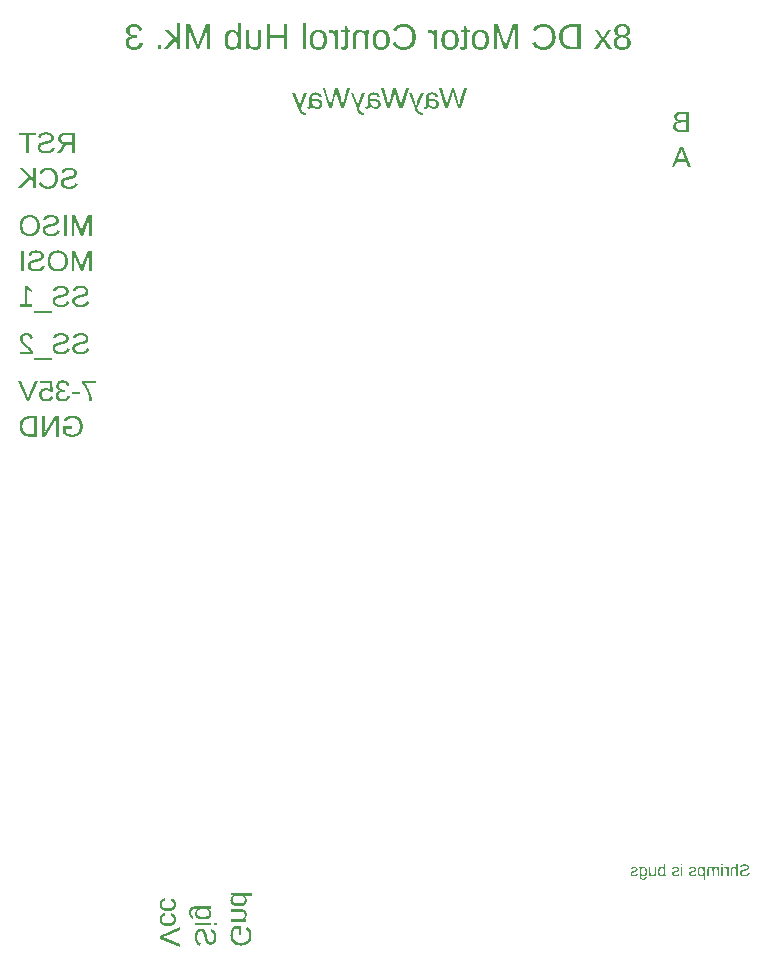
<source format=gbr>
G04 EAGLE Gerber RS-274X export*
G75*
%MOMM*%
%FSLAX34Y34*%
%LPD*%
%INSilkscreen Bottom*%
%IPPOS*%
%AMOC8*
5,1,8,0,0,1.08239X$1,22.5*%
G01*
G04 Define Apertures*
G36*
X275635Y740000D02*
X272838Y740000D01*
X267747Y757286D01*
X270188Y757286D01*
X272669Y748359D01*
X273342Y745905D01*
X273635Y744791D01*
X274175Y742490D01*
X274286Y742061D01*
X274752Y744091D01*
X275365Y746527D01*
X278371Y757286D01*
X280616Y757286D01*
X282976Y748873D01*
X283663Y746371D01*
X284020Y745005D01*
X284384Y743472D01*
X284701Y742061D01*
X285189Y744214D01*
X285719Y746306D01*
X288823Y757286D01*
X291265Y757286D01*
X286173Y740000D01*
X283376Y740000D01*
X280975Y748741D01*
X280319Y751165D01*
X280027Y752293D01*
X279487Y754673D01*
X278990Y752418D01*
X278793Y751597D01*
X278629Y750980D01*
X275635Y740000D01*
G37*
G36*
X324948Y740000D02*
X322150Y740000D01*
X317059Y757286D01*
X319501Y757286D01*
X321982Y748359D01*
X322654Y745905D01*
X322948Y744791D01*
X323488Y742490D01*
X323598Y742061D01*
X324064Y744091D01*
X324678Y746527D01*
X327683Y757286D01*
X329928Y757286D01*
X332289Y748873D01*
X332975Y746371D01*
X333333Y745005D01*
X333696Y743472D01*
X334014Y742061D01*
X334501Y744214D01*
X335032Y746306D01*
X338136Y757286D01*
X340577Y757286D01*
X335486Y740000D01*
X332689Y740000D01*
X330287Y748741D01*
X329632Y751165D01*
X329340Y752293D01*
X328800Y754673D01*
X328303Y752418D01*
X328105Y751597D01*
X327941Y750980D01*
X324948Y740000D01*
G37*
G36*
X374260Y740000D02*
X371463Y740000D01*
X366372Y757286D01*
X368813Y757286D01*
X371294Y748359D01*
X371967Y745905D01*
X372260Y744791D01*
X372800Y742490D01*
X372911Y742061D01*
X373377Y744091D01*
X373990Y746527D01*
X376996Y757286D01*
X379241Y757286D01*
X381601Y748873D01*
X382288Y746371D01*
X382645Y745005D01*
X383009Y743472D01*
X383326Y742061D01*
X383814Y744214D01*
X384344Y746306D01*
X387448Y757286D01*
X389890Y757286D01*
X384798Y740000D01*
X382001Y740000D01*
X379600Y748741D01*
X378944Y751165D01*
X378652Y752293D01*
X378112Y754673D01*
X377615Y752418D01*
X377418Y751597D01*
X377254Y750980D01*
X374260Y740000D01*
G37*
G36*
X263515Y739755D02*
X263121Y739765D01*
X262742Y739794D01*
X262378Y739844D01*
X262029Y739913D01*
X261695Y740001D01*
X261377Y740110D01*
X261073Y740238D01*
X260785Y740386D01*
X260509Y740558D01*
X260241Y740758D01*
X259982Y740985D01*
X259732Y741241D01*
X259490Y741524D01*
X259257Y741834D01*
X259032Y742173D01*
X258816Y742539D01*
X258743Y742539D01*
X258717Y742207D01*
X258675Y741898D01*
X258619Y741612D01*
X258548Y741348D01*
X258461Y741107D01*
X258360Y740889D01*
X258243Y740694D01*
X258111Y740521D01*
X257961Y740370D01*
X257790Y740240D01*
X257598Y740129D01*
X257385Y740038D01*
X257152Y739968D01*
X256897Y739918D01*
X256622Y739887D01*
X256326Y739877D01*
X255892Y739890D01*
X255464Y739926D01*
X255040Y739988D01*
X254620Y740074D01*
X254620Y741448D01*
X255004Y741383D01*
X255344Y741362D01*
X255518Y741370D01*
X255677Y741393D01*
X255822Y741432D01*
X255952Y741486D01*
X256067Y741556D01*
X256168Y741641D01*
X256254Y741742D01*
X256326Y741859D01*
X256438Y742137D01*
X256519Y742477D01*
X256567Y742876D01*
X256583Y743337D01*
X256583Y749054D01*
X256603Y749581D01*
X256662Y750076D01*
X256761Y750538D01*
X256899Y750969D01*
X257077Y751368D01*
X257294Y751735D01*
X257551Y752070D01*
X257847Y752372D01*
X258182Y752641D01*
X258556Y752874D01*
X258969Y753071D01*
X259420Y753233D01*
X259910Y753358D01*
X260439Y753448D01*
X261007Y753501D01*
X261613Y753519D01*
X262192Y753505D01*
X262738Y753463D01*
X263251Y753393D01*
X263731Y753296D01*
X264179Y753170D01*
X264593Y753016D01*
X264975Y752834D01*
X265324Y752624D01*
X265641Y752386D01*
X265924Y752120D01*
X266175Y751826D01*
X266393Y751504D01*
X266578Y751155D01*
X266731Y750777D01*
X266851Y750371D01*
X266938Y749937D01*
X264631Y749729D01*
X264589Y749995D01*
X264530Y750243D01*
X264454Y750472D01*
X264361Y750682D01*
X264252Y750874D01*
X264125Y751047D01*
X263982Y751201D01*
X263822Y751336D01*
X263640Y751454D01*
X263434Y751556D01*
X263202Y751642D01*
X262944Y751713D01*
X262662Y751768D01*
X262354Y751807D01*
X262021Y751831D01*
X261662Y751839D01*
X261307Y751828D01*
X260975Y751795D01*
X260669Y751740D01*
X260386Y751664D01*
X260129Y751566D01*
X259896Y751445D01*
X259687Y751303D01*
X259503Y751139D01*
X259342Y750950D01*
X259203Y750732D01*
X259084Y750486D01*
X258988Y750210D01*
X258913Y749906D01*
X258859Y749573D01*
X258827Y749211D01*
X258816Y748821D01*
X258816Y748097D01*
X261797Y748048D01*
X262526Y748013D01*
X263202Y747947D01*
X263827Y747848D01*
X264400Y747717D01*
X264920Y747553D01*
X265389Y747358D01*
X265806Y747130D01*
X266171Y746870D01*
X266489Y746579D01*
X266764Y746258D01*
X266997Y745907D01*
X267188Y745527D01*
X267336Y745116D01*
X267442Y744676D01*
X267505Y744205D01*
X267526Y743705D01*
X267511Y743257D01*
X267464Y742834D01*
X267385Y742435D01*
X267275Y742061D01*
X267133Y741711D01*
X266961Y741386D01*
X266756Y741086D01*
X266520Y740810D01*
X266253Y740562D01*
X265955Y740348D01*
X265626Y740167D01*
X265266Y740018D01*
X264875Y739903D01*
X264453Y739821D01*
X263999Y739771D01*
X263515Y739755D01*
G37*
%LPC*%
G36*
X263012Y741411D02*
X263274Y741420D01*
X263521Y741448D01*
X263752Y741494D01*
X263967Y741558D01*
X264167Y741641D01*
X264352Y741742D01*
X264521Y741862D01*
X264674Y742000D01*
X264811Y742155D01*
X264929Y742325D01*
X265029Y742510D01*
X265111Y742711D01*
X265175Y742927D01*
X265220Y743159D01*
X265248Y743406D01*
X265257Y743668D01*
X265250Y743911D01*
X265230Y744141D01*
X265196Y744360D01*
X265150Y744567D01*
X265089Y744762D01*
X265015Y744945D01*
X264928Y745116D01*
X264827Y745275D01*
X264589Y745562D01*
X264305Y745809D01*
X263973Y746016D01*
X263595Y746183D01*
X263382Y746252D01*
X263146Y746313D01*
X262602Y746410D01*
X261965Y746473D01*
X261233Y746502D01*
X258816Y746551D01*
X258816Y745459D01*
X258825Y745206D01*
X258850Y744954D01*
X258893Y744703D01*
X258953Y744455D01*
X259029Y744208D01*
X259123Y743963D01*
X259234Y743720D01*
X259362Y743478D01*
X259505Y743244D01*
X259660Y743022D01*
X259828Y742814D01*
X260008Y742618D01*
X260200Y742435D01*
X260405Y742265D01*
X260623Y742107D01*
X260853Y741963D01*
X261093Y741834D01*
X261342Y741721D01*
X261599Y741626D01*
X261865Y741549D01*
X262139Y741488D01*
X262421Y741445D01*
X262712Y741419D01*
X263012Y741411D01*
G37*
%LPD*%
G36*
X312827Y739755D02*
X312433Y739765D01*
X312054Y739794D01*
X311690Y739844D01*
X311341Y739913D01*
X311008Y740001D01*
X310689Y740110D01*
X310386Y740238D01*
X310098Y740386D01*
X309821Y740558D01*
X309554Y740758D01*
X309295Y740985D01*
X309044Y741241D01*
X308802Y741524D01*
X308569Y741834D01*
X308345Y742173D01*
X308129Y742539D01*
X308055Y742539D01*
X308029Y742207D01*
X307988Y741898D01*
X307932Y741612D01*
X307860Y741348D01*
X307774Y741107D01*
X307672Y740889D01*
X307555Y740694D01*
X307423Y740521D01*
X307273Y740370D01*
X307102Y740240D01*
X306911Y740129D01*
X306698Y740038D01*
X306464Y739968D01*
X306210Y739918D01*
X305934Y739887D01*
X305638Y739877D01*
X305205Y739890D01*
X304776Y739926D01*
X304352Y739988D01*
X303933Y740074D01*
X303933Y741448D01*
X304316Y741383D01*
X304657Y741362D01*
X304830Y741370D01*
X304990Y741393D01*
X305134Y741432D01*
X305264Y741486D01*
X305379Y741556D01*
X305480Y741641D01*
X305567Y741742D01*
X305638Y741859D01*
X305751Y742137D01*
X305831Y742477D01*
X305880Y742876D01*
X305896Y743337D01*
X305896Y749054D01*
X305916Y749581D01*
X305975Y750076D01*
X306074Y750538D01*
X306212Y750969D01*
X306389Y751368D01*
X306607Y751735D01*
X306863Y752070D01*
X307159Y752372D01*
X307495Y752641D01*
X307869Y752874D01*
X308281Y753071D01*
X308733Y753233D01*
X309223Y753358D01*
X309752Y753448D01*
X310319Y753501D01*
X310926Y753519D01*
X311504Y753505D01*
X312050Y753463D01*
X312563Y753393D01*
X313044Y753296D01*
X313491Y753170D01*
X313906Y753016D01*
X314288Y752834D01*
X314637Y752624D01*
X314953Y752386D01*
X315237Y752120D01*
X315488Y751826D01*
X315706Y751504D01*
X315891Y751155D01*
X316043Y750777D01*
X316163Y750371D01*
X316250Y749937D01*
X313944Y749729D01*
X313902Y749995D01*
X313842Y750243D01*
X313767Y750472D01*
X313674Y750682D01*
X313564Y750874D01*
X313438Y751047D01*
X313294Y751201D01*
X313134Y751336D01*
X312953Y751454D01*
X312746Y751556D01*
X312514Y751642D01*
X312257Y751713D01*
X311974Y751768D01*
X311666Y751807D01*
X311333Y751831D01*
X310975Y751839D01*
X310619Y751828D01*
X310288Y751795D01*
X309981Y751740D01*
X309699Y751664D01*
X309441Y751566D01*
X309208Y751445D01*
X309000Y751303D01*
X308816Y751139D01*
X308655Y750950D01*
X308515Y750732D01*
X308397Y750486D01*
X308300Y750210D01*
X308225Y749906D01*
X308172Y749573D01*
X308139Y749211D01*
X308129Y748821D01*
X308129Y748097D01*
X311110Y748048D01*
X311838Y748013D01*
X312515Y747947D01*
X313139Y747848D01*
X313712Y747717D01*
X314233Y747553D01*
X314702Y747358D01*
X315118Y747130D01*
X315483Y746870D01*
X315801Y746579D01*
X316076Y746258D01*
X316309Y745907D01*
X316500Y745527D01*
X316648Y745116D01*
X316754Y744676D01*
X316818Y744205D01*
X316839Y743705D01*
X316823Y743257D01*
X316776Y742834D01*
X316697Y742435D01*
X316587Y742061D01*
X316446Y741711D01*
X316273Y741386D01*
X316069Y741086D01*
X315833Y740810D01*
X315566Y740562D01*
X315268Y740348D01*
X314939Y740167D01*
X314579Y740018D01*
X314187Y739903D01*
X313765Y739821D01*
X313312Y739771D01*
X312827Y739755D01*
G37*
%LPC*%
G36*
X312324Y741411D02*
X312586Y741420D01*
X312833Y741448D01*
X313064Y741494D01*
X313280Y741558D01*
X313480Y741641D01*
X313664Y741742D01*
X313833Y741862D01*
X313987Y742000D01*
X314123Y742155D01*
X314242Y742325D01*
X314342Y742510D01*
X314424Y742711D01*
X314487Y742927D01*
X314533Y743159D01*
X314560Y743406D01*
X314569Y743668D01*
X314563Y743911D01*
X314543Y744141D01*
X314509Y744360D01*
X314462Y744567D01*
X314402Y744762D01*
X314328Y744945D01*
X314241Y745116D01*
X314140Y745275D01*
X313902Y745562D01*
X313617Y745809D01*
X313285Y746016D01*
X312907Y746183D01*
X312694Y746252D01*
X312458Y746313D01*
X311915Y746410D01*
X311277Y746473D01*
X310545Y746502D01*
X308129Y746551D01*
X308129Y745459D01*
X308137Y745206D01*
X308163Y744954D01*
X308205Y744703D01*
X308265Y744455D01*
X308342Y744208D01*
X308436Y743963D01*
X308547Y743720D01*
X308675Y743478D01*
X308817Y743244D01*
X308972Y743022D01*
X309140Y742814D01*
X309320Y742618D01*
X309513Y742435D01*
X309718Y742265D01*
X309935Y742107D01*
X310165Y741963D01*
X310406Y741834D01*
X310654Y741721D01*
X310912Y741626D01*
X311177Y741549D01*
X311451Y741488D01*
X311734Y741445D01*
X312025Y741419D01*
X312324Y741411D01*
G37*
%LPD*%
G36*
X362140Y739755D02*
X361746Y739765D01*
X361367Y739794D01*
X361003Y739844D01*
X360654Y739913D01*
X360320Y740001D01*
X360002Y740110D01*
X359698Y740238D01*
X359410Y740386D01*
X359134Y740558D01*
X358866Y740758D01*
X358607Y740985D01*
X358357Y741241D01*
X358115Y741524D01*
X357882Y741834D01*
X357657Y742173D01*
X357441Y742539D01*
X357368Y742539D01*
X357342Y742207D01*
X357300Y741898D01*
X357244Y741612D01*
X357173Y741348D01*
X357086Y741107D01*
X356985Y740889D01*
X356868Y740694D01*
X356736Y740521D01*
X356586Y740370D01*
X356415Y740240D01*
X356223Y740129D01*
X356010Y740038D01*
X355777Y739968D01*
X355522Y739918D01*
X355247Y739887D01*
X354951Y739877D01*
X354517Y739890D01*
X354089Y739926D01*
X353665Y739988D01*
X353245Y740074D01*
X353245Y741448D01*
X353629Y741383D01*
X353969Y741362D01*
X354143Y741370D01*
X354302Y741393D01*
X354447Y741432D01*
X354577Y741486D01*
X354692Y741556D01*
X354793Y741641D01*
X354879Y741742D01*
X354951Y741859D01*
X355063Y742137D01*
X355144Y742477D01*
X355192Y742876D01*
X355208Y743337D01*
X355208Y749054D01*
X355228Y749581D01*
X355287Y750076D01*
X355386Y750538D01*
X355524Y750969D01*
X355702Y751368D01*
X355919Y751735D01*
X356176Y752070D01*
X356472Y752372D01*
X356807Y752641D01*
X357181Y752874D01*
X357594Y753071D01*
X358045Y753233D01*
X358535Y753358D01*
X359064Y753448D01*
X359632Y753501D01*
X360238Y753519D01*
X360817Y753505D01*
X361363Y753463D01*
X361876Y753393D01*
X362356Y753296D01*
X362804Y753170D01*
X363218Y753016D01*
X363600Y752834D01*
X363949Y752624D01*
X364266Y752386D01*
X364549Y752120D01*
X364800Y751826D01*
X365018Y751504D01*
X365203Y751155D01*
X365356Y750777D01*
X365476Y750371D01*
X365563Y749937D01*
X363256Y749729D01*
X363214Y749995D01*
X363155Y750243D01*
X363079Y750472D01*
X362986Y750682D01*
X362877Y750874D01*
X362750Y751047D01*
X362607Y751201D01*
X362447Y751336D01*
X362265Y751454D01*
X362059Y751556D01*
X361827Y751642D01*
X361569Y751713D01*
X361287Y751768D01*
X360979Y751807D01*
X360646Y751831D01*
X360287Y751839D01*
X359932Y751828D01*
X359600Y751795D01*
X359294Y751740D01*
X359011Y751664D01*
X358754Y751566D01*
X358521Y751445D01*
X358312Y751303D01*
X358128Y751139D01*
X357967Y750950D01*
X357828Y750732D01*
X357709Y750486D01*
X357613Y750210D01*
X357538Y749906D01*
X357484Y749573D01*
X357452Y749211D01*
X357441Y748821D01*
X357441Y748097D01*
X360422Y748048D01*
X361151Y748013D01*
X361827Y747947D01*
X362452Y747848D01*
X363025Y747717D01*
X363545Y747553D01*
X364014Y747358D01*
X364431Y747130D01*
X364796Y746870D01*
X365114Y746579D01*
X365389Y746258D01*
X365622Y745907D01*
X365813Y745527D01*
X365961Y745116D01*
X366067Y744676D01*
X366130Y744205D01*
X366151Y743705D01*
X366136Y743257D01*
X366089Y742834D01*
X366010Y742435D01*
X365900Y742061D01*
X365758Y741711D01*
X365586Y741386D01*
X365381Y741086D01*
X365145Y740810D01*
X364878Y740562D01*
X364580Y740348D01*
X364251Y740167D01*
X363891Y740018D01*
X363500Y739903D01*
X363078Y739821D01*
X362624Y739771D01*
X362140Y739755D01*
G37*
%LPC*%
G36*
X361637Y741411D02*
X361899Y741420D01*
X362146Y741448D01*
X362377Y741494D01*
X362592Y741558D01*
X362792Y741641D01*
X362977Y741742D01*
X363146Y741862D01*
X363299Y742000D01*
X363436Y742155D01*
X363554Y742325D01*
X363654Y742510D01*
X363736Y742711D01*
X363800Y742927D01*
X363845Y743159D01*
X363873Y743406D01*
X363882Y743668D01*
X363875Y743911D01*
X363855Y744141D01*
X363821Y744360D01*
X363775Y744567D01*
X363714Y744762D01*
X363640Y744945D01*
X363553Y745116D01*
X363452Y745275D01*
X363214Y745562D01*
X362930Y745809D01*
X362598Y746016D01*
X362220Y746183D01*
X362007Y746252D01*
X361771Y746313D01*
X361227Y746410D01*
X360590Y746473D01*
X359858Y746502D01*
X357441Y746551D01*
X357441Y745459D01*
X357450Y745206D01*
X357475Y744954D01*
X357518Y744703D01*
X357578Y744455D01*
X357654Y744208D01*
X357748Y743963D01*
X357859Y743720D01*
X357987Y743478D01*
X358130Y743244D01*
X358285Y743022D01*
X358453Y742814D01*
X358633Y742618D01*
X358825Y742435D01*
X359030Y742265D01*
X359248Y742107D01*
X359478Y741963D01*
X359718Y741834D01*
X359967Y741721D01*
X360224Y741626D01*
X360490Y741549D01*
X360764Y741488D01*
X361046Y741445D01*
X361337Y741419D01*
X361637Y741411D01*
G37*
%LPD*%
G36*
X252282Y734786D02*
X252012Y734794D01*
X251750Y734818D01*
X251495Y734858D01*
X251247Y734913D01*
X251006Y734985D01*
X250772Y735072D01*
X250545Y735176D01*
X250325Y735295D01*
X250111Y735431D01*
X249902Y735583D01*
X249499Y735936D01*
X249114Y736356D01*
X248749Y736841D01*
X248386Y737427D01*
X248009Y738149D01*
X247619Y739007D01*
X247215Y740000D01*
X242112Y753274D01*
X244443Y753274D01*
X247350Y744821D01*
X248209Y742405D01*
X248353Y742865D01*
X248712Y743926D01*
X249264Y745527D01*
X249411Y745938D01*
X252208Y753274D01*
X254564Y753274D01*
X249301Y740061D01*
X249509Y739534D01*
X249663Y739167D01*
X249823Y738824D01*
X249990Y738504D01*
X250164Y738208D01*
X250345Y737936D01*
X250532Y737687D01*
X250726Y737462D01*
X250926Y737261D01*
X251134Y737084D01*
X251348Y736930D01*
X251568Y736800D01*
X251796Y736693D01*
X252030Y736610D01*
X252271Y736551D01*
X252518Y736515D01*
X252773Y736504D01*
X253312Y736522D01*
X253803Y736577D01*
X253803Y734921D01*
X253478Y734862D01*
X253116Y734820D01*
X252717Y734795D01*
X252282Y734786D01*
G37*
G36*
X301594Y734786D02*
X301325Y734794D01*
X301063Y734818D01*
X300807Y734858D01*
X300559Y734913D01*
X300318Y734985D01*
X300084Y735072D01*
X299857Y735176D01*
X299638Y735295D01*
X299424Y735431D01*
X299215Y735583D01*
X298811Y735936D01*
X298426Y736356D01*
X298061Y736841D01*
X297698Y737427D01*
X297322Y738149D01*
X296932Y739007D01*
X296528Y740000D01*
X291424Y753274D01*
X293755Y753274D01*
X296663Y744821D01*
X297521Y742405D01*
X297665Y742865D01*
X298024Y743926D01*
X298576Y745527D01*
X298724Y745938D01*
X301521Y753274D01*
X303876Y753274D01*
X298613Y740061D01*
X298822Y739534D01*
X298975Y739167D01*
X299136Y738824D01*
X299303Y738504D01*
X299477Y738208D01*
X299657Y737936D01*
X299844Y737687D01*
X300038Y737462D01*
X300239Y737261D01*
X300446Y737084D01*
X300660Y736930D01*
X300881Y736800D01*
X301108Y736693D01*
X301342Y736610D01*
X301583Y736551D01*
X301831Y736515D01*
X302085Y736504D01*
X302625Y736522D01*
X303116Y736577D01*
X303116Y734921D01*
X302790Y734862D01*
X302429Y734820D01*
X302030Y734795D01*
X301594Y734786D01*
G37*
G36*
X350907Y734786D02*
X350637Y734794D01*
X350375Y734818D01*
X350120Y734858D01*
X349872Y734913D01*
X349631Y734985D01*
X349397Y735072D01*
X349170Y735176D01*
X348950Y735295D01*
X348736Y735431D01*
X348527Y735583D01*
X348124Y735936D01*
X347739Y736356D01*
X347374Y736841D01*
X347011Y737427D01*
X346634Y738149D01*
X346244Y739007D01*
X345840Y740000D01*
X340737Y753274D01*
X343068Y753274D01*
X345975Y744821D01*
X346834Y742405D01*
X346978Y742865D01*
X347337Y743926D01*
X347889Y745527D01*
X348036Y745938D01*
X350833Y753274D01*
X353189Y753274D01*
X347926Y740061D01*
X348134Y739534D01*
X348288Y739167D01*
X348448Y738824D01*
X348615Y738504D01*
X348789Y738208D01*
X348970Y737936D01*
X349157Y737687D01*
X349351Y737462D01*
X349551Y737261D01*
X349759Y737084D01*
X349973Y736930D01*
X350193Y736800D01*
X350421Y736693D01*
X350655Y736610D01*
X350896Y736551D01*
X351143Y736515D01*
X351398Y736504D01*
X351937Y736522D01*
X352428Y736577D01*
X352428Y734921D01*
X352103Y734862D01*
X351741Y734820D01*
X351342Y734795D01*
X350907Y734786D01*
G37*
G36*
X486311Y790000D02*
X478366Y790000D01*
X477609Y790020D01*
X476874Y790082D01*
X476161Y790184D01*
X475472Y790328D01*
X474805Y790512D01*
X474160Y790738D01*
X473538Y791004D01*
X472939Y791312D01*
X472368Y791658D01*
X471830Y792039D01*
X471326Y792457D01*
X470855Y792911D01*
X470417Y793402D01*
X470013Y793928D01*
X469643Y794490D01*
X469306Y795088D01*
X469005Y795717D01*
X468745Y796372D01*
X468525Y797052D01*
X468345Y797758D01*
X468204Y798490D01*
X468104Y799248D01*
X468044Y800031D01*
X468024Y800839D01*
X468036Y801454D01*
X468070Y802051D01*
X468127Y802630D01*
X468208Y803192D01*
X468311Y803735D01*
X468437Y804261D01*
X468586Y804769D01*
X468757Y805258D01*
X468952Y805731D01*
X469170Y806185D01*
X469410Y806621D01*
X469674Y807040D01*
X469960Y807440D01*
X470269Y807823D01*
X470601Y808188D01*
X470956Y808536D01*
X471333Y808863D01*
X471728Y809170D01*
X472143Y809455D01*
X472577Y809719D01*
X473030Y809963D01*
X473502Y810185D01*
X473994Y810385D01*
X474505Y810565D01*
X475035Y810724D01*
X475585Y810861D01*
X476153Y810977D01*
X476741Y811073D01*
X477349Y811147D01*
X477975Y811199D01*
X478621Y811231D01*
X479286Y811242D01*
X486311Y811242D01*
X486311Y790000D01*
G37*
%LPC*%
G36*
X483432Y792307D02*
X483432Y808935D01*
X479346Y808935D01*
X478841Y808927D01*
X478351Y808903D01*
X477876Y808862D01*
X477417Y808806D01*
X476972Y808733D01*
X476543Y808644D01*
X476129Y808538D01*
X475730Y808417D01*
X475346Y808279D01*
X474977Y808125D01*
X474623Y807955D01*
X474285Y807769D01*
X473962Y807567D01*
X473653Y807348D01*
X473360Y807113D01*
X473082Y806862D01*
X472820Y806596D01*
X472575Y806315D01*
X472347Y806019D01*
X472136Y805708D01*
X471941Y805383D01*
X471764Y805044D01*
X471603Y804689D01*
X471460Y804320D01*
X471333Y803936D01*
X471223Y803538D01*
X471130Y803125D01*
X471054Y802697D01*
X470995Y802255D01*
X470953Y801798D01*
X470927Y801326D01*
X470919Y800839D01*
X470934Y800194D01*
X470978Y799571D01*
X471052Y798970D01*
X471156Y798390D01*
X471290Y797831D01*
X471453Y797295D01*
X471646Y796780D01*
X471869Y796287D01*
X472119Y795818D01*
X472395Y795378D01*
X472696Y794966D01*
X473024Y794583D01*
X473377Y794228D01*
X473755Y793901D01*
X474160Y793602D01*
X474590Y793332D01*
X475041Y793091D01*
X475511Y792883D01*
X475998Y792707D01*
X476502Y792563D01*
X477025Y792451D01*
X477565Y792371D01*
X478122Y792323D01*
X478698Y792307D01*
X483432Y792307D01*
G37*
%LPD*%
G36*
X521407Y789699D02*
X520976Y789705D01*
X520558Y789724D01*
X520153Y789756D01*
X519760Y789801D01*
X519380Y789859D01*
X519013Y789930D01*
X518658Y790013D01*
X518316Y790109D01*
X517987Y790218D01*
X517671Y790340D01*
X517367Y790475D01*
X517076Y790623D01*
X516798Y790783D01*
X516533Y790957D01*
X516280Y791143D01*
X516040Y791342D01*
X515814Y791552D01*
X515602Y791773D01*
X515405Y792004D01*
X515222Y792244D01*
X515054Y792495D01*
X514901Y792756D01*
X514762Y793028D01*
X514638Y793309D01*
X514528Y793601D01*
X514433Y793902D01*
X514353Y794214D01*
X514287Y794536D01*
X514236Y794868D01*
X514200Y795210D01*
X514178Y795562D01*
X514171Y795925D01*
X514188Y796438D01*
X514241Y796929D01*
X514330Y797398D01*
X514453Y797845D01*
X514612Y798270D01*
X514807Y798674D01*
X515036Y799055D01*
X515301Y799415D01*
X515359Y799479D01*
X515598Y799747D01*
X515923Y800046D01*
X516276Y800311D01*
X516658Y800544D01*
X517068Y800743D01*
X517506Y800909D01*
X517972Y801041D01*
X518467Y801141D01*
X518467Y801201D01*
X518041Y801304D01*
X517639Y801438D01*
X517259Y801603D01*
X516903Y801800D01*
X516570Y802029D01*
X516290Y802264D01*
X516259Y802290D01*
X515972Y802581D01*
X515708Y802905D01*
X515472Y803251D01*
X515266Y803612D01*
X515093Y803988D01*
X514951Y804378D01*
X514840Y804783D01*
X514761Y805203D01*
X514714Y805637D01*
X514698Y806086D01*
X514705Y806396D01*
X514727Y806699D01*
X514762Y806993D01*
X514812Y807280D01*
X514876Y807558D01*
X514954Y807828D01*
X515046Y808090D01*
X515152Y808343D01*
X515273Y808589D01*
X515408Y808826D01*
X515720Y809277D01*
X516089Y809695D01*
X516515Y810081D01*
X516990Y810427D01*
X517506Y810727D01*
X518063Y810981D01*
X518661Y811189D01*
X519301Y811350D01*
X519982Y811466D01*
X520704Y811535D01*
X521467Y811558D01*
X522213Y811535D01*
X522920Y811464D01*
X523588Y811346D01*
X524217Y811181D01*
X524807Y810969D01*
X525358Y810710D01*
X525871Y810404D01*
X526344Y810051D01*
X526770Y809659D01*
X527139Y809239D01*
X527451Y808791D01*
X527586Y808556D01*
X527707Y808313D01*
X527813Y808064D01*
X527905Y807807D01*
X527983Y807543D01*
X528047Y807272D01*
X528097Y806994D01*
X528132Y806708D01*
X528154Y806416D01*
X528161Y806116D01*
X528145Y805667D01*
X528098Y805233D01*
X528020Y804814D01*
X527910Y804409D01*
X527769Y804018D01*
X527597Y803643D01*
X527393Y803281D01*
X527158Y802935D01*
X526896Y802611D01*
X526611Y802316D01*
X526304Y802051D01*
X525973Y801816D01*
X525619Y801610D01*
X525243Y801434D01*
X524844Y801288D01*
X524422Y801171D01*
X524422Y801111D01*
X524875Y801018D01*
X525308Y800890D01*
X525719Y800728D01*
X526111Y800530D01*
X526481Y800298D01*
X526830Y800031D01*
X527159Y799729D01*
X527467Y799392D01*
X527746Y799028D01*
X527988Y798642D01*
X528193Y798236D01*
X528361Y797809D01*
X528491Y797362D01*
X528584Y796893D01*
X528640Y796404D01*
X528658Y795895D01*
X528651Y795529D01*
X528628Y795173D01*
X528591Y794829D01*
X528538Y794494D01*
X528471Y794171D01*
X528388Y793858D01*
X528290Y793556D01*
X528178Y793264D01*
X528050Y792983D01*
X527907Y792712D01*
X527750Y792452D01*
X527577Y792203D01*
X527389Y791964D01*
X527187Y791736D01*
X526969Y791519D01*
X526736Y791312D01*
X526490Y791116D01*
X526232Y790934D01*
X525963Y790763D01*
X525682Y790606D01*
X525390Y790461D01*
X525086Y790329D01*
X524770Y790209D01*
X524443Y790102D01*
X524104Y790007D01*
X523753Y789925D01*
X523391Y789856D01*
X523018Y789799D01*
X522632Y789755D01*
X522235Y789724D01*
X521827Y789705D01*
X521407Y789699D01*
G37*
%LPC*%
G36*
X521377Y791734D02*
X521919Y791751D01*
X522426Y791802D01*
X522898Y791888D01*
X523336Y792008D01*
X523738Y792162D01*
X524105Y792351D01*
X524438Y792573D01*
X524735Y792830D01*
X524997Y793122D01*
X525225Y793447D01*
X525417Y793807D01*
X525574Y794201D01*
X525697Y794630D01*
X525784Y795093D01*
X525837Y795589D01*
X525854Y796121D01*
X525836Y796579D01*
X525782Y797013D01*
X525691Y797421D01*
X525564Y797804D01*
X525401Y798161D01*
X525201Y798494D01*
X524965Y798801D01*
X524693Y799083D01*
X524389Y799336D01*
X524056Y799555D01*
X523696Y799740D01*
X523306Y799892D01*
X522889Y800009D01*
X522443Y800094D01*
X521969Y800144D01*
X521467Y800161D01*
X520951Y800145D01*
X520464Y800098D01*
X520007Y800020D01*
X519579Y799910D01*
X519181Y799769D01*
X518813Y799597D01*
X518474Y799393D01*
X518166Y799158D01*
X517890Y798893D01*
X517651Y798596D01*
X517449Y798270D01*
X517284Y797913D01*
X517155Y797525D01*
X517063Y797108D01*
X517008Y796660D01*
X516990Y796181D01*
X517007Y795620D01*
X517058Y795099D01*
X517142Y794617D01*
X517261Y794174D01*
X517414Y793771D01*
X517600Y793407D01*
X517821Y793082D01*
X518075Y792797D01*
X518364Y792547D01*
X518689Y792332D01*
X519048Y792149D01*
X519443Y791999D01*
X519874Y791883D01*
X520339Y791800D01*
X520840Y791750D01*
X521377Y791734D01*
G37*
G36*
X521437Y802196D02*
X521895Y802211D01*
X522326Y802256D01*
X522731Y802331D01*
X523109Y802436D01*
X523460Y802570D01*
X523785Y802735D01*
X524083Y802929D01*
X524354Y803154D01*
X524596Y803406D01*
X524806Y803686D01*
X524983Y803993D01*
X525129Y804328D01*
X525242Y804689D01*
X525322Y805077D01*
X525371Y805493D01*
X525387Y805935D01*
X525371Y806370D01*
X525324Y806776D01*
X525246Y807155D01*
X525136Y807507D01*
X524995Y807830D01*
X524823Y808126D01*
X524619Y808394D01*
X524384Y808634D01*
X524119Y808846D01*
X523826Y809029D01*
X523504Y809185D01*
X523154Y809312D01*
X522775Y809411D01*
X522367Y809482D01*
X521932Y809524D01*
X521467Y809538D01*
X520989Y809524D01*
X520541Y809482D01*
X520125Y809411D01*
X519739Y809313D01*
X519384Y809186D01*
X519060Y809031D01*
X518767Y808848D01*
X518505Y808637D01*
X518273Y808398D01*
X518073Y808131D01*
X517903Y807835D01*
X517764Y807511D01*
X517656Y807159D01*
X517579Y806779D01*
X517533Y806371D01*
X517517Y805935D01*
X517533Y805458D01*
X517580Y805016D01*
X517658Y804608D01*
X517768Y804233D01*
X517909Y803893D01*
X518081Y803587D01*
X518285Y803316D01*
X518520Y803078D01*
X518785Y802871D01*
X519078Y802692D01*
X519400Y802541D01*
X519750Y802417D01*
X520129Y802320D01*
X520537Y802251D01*
X520973Y802210D01*
X521437Y802196D01*
G37*
%LPD*%
G36*
X190813Y789699D02*
X190444Y789707D01*
X190086Y789732D01*
X189741Y789774D01*
X189407Y789832D01*
X189084Y789907D01*
X188774Y789999D01*
X188475Y790107D01*
X188188Y790232D01*
X187913Y790373D01*
X187649Y790532D01*
X187397Y790707D01*
X187157Y790898D01*
X186928Y791107D01*
X186711Y791332D01*
X186506Y791573D01*
X186313Y791832D01*
X186131Y792107D01*
X185961Y792398D01*
X185803Y792707D01*
X185657Y793032D01*
X185522Y793373D01*
X185399Y793732D01*
X185287Y794107D01*
X185188Y794498D01*
X185100Y794907D01*
X185024Y795331D01*
X184959Y795773D01*
X184907Y796231D01*
X184866Y796706D01*
X184836Y797198D01*
X184819Y797706D01*
X184813Y798231D01*
X184836Y799253D01*
X184864Y799739D01*
X184904Y800208D01*
X184955Y800661D01*
X185017Y801096D01*
X185091Y801515D01*
X185177Y801917D01*
X185273Y802303D01*
X185381Y802672D01*
X185500Y803024D01*
X185631Y803359D01*
X185773Y803678D01*
X185927Y803979D01*
X186091Y804265D01*
X186268Y804533D01*
X186456Y804785D01*
X186657Y805021D01*
X186871Y805240D01*
X187097Y805443D01*
X187337Y805630D01*
X187589Y805801D01*
X187854Y805955D01*
X188131Y806093D01*
X188422Y806215D01*
X188725Y806321D01*
X189041Y806410D01*
X189370Y806483D01*
X189712Y806540D01*
X190066Y806581D01*
X190433Y806605D01*
X190813Y806613D01*
X191263Y806603D01*
X191695Y806571D01*
X192109Y806518D01*
X192503Y806444D01*
X192879Y806348D01*
X193237Y806232D01*
X193576Y806094D01*
X193896Y805935D01*
X194199Y805751D01*
X194487Y805540D01*
X194760Y805301D01*
X195017Y805034D01*
X195259Y804740D01*
X195486Y804417D01*
X195697Y804067D01*
X195893Y803689D01*
X195954Y803689D01*
X195909Y804929D01*
X195893Y805995D01*
X195893Y812372D01*
X198607Y812372D01*
X198607Y793362D01*
X198613Y792196D01*
X198630Y791248D01*
X198658Y790515D01*
X198698Y790000D01*
X196074Y790000D01*
X196037Y790352D01*
X195984Y791108D01*
X195939Y791943D01*
X195924Y792533D01*
X195893Y792533D01*
X195694Y792172D01*
X195480Y791838D01*
X195252Y791529D01*
X195010Y791246D01*
X194753Y790988D01*
X194482Y790756D01*
X194196Y790550D01*
X193896Y790369D01*
X193579Y790212D01*
X193242Y790076D01*
X192886Y789961D01*
X192511Y789866D01*
X192116Y789793D01*
X191701Y789740D01*
X191267Y789709D01*
X190813Y789699D01*
G37*
%LPC*%
G36*
X191537Y791704D02*
X191820Y791710D01*
X192093Y791727D01*
X192610Y791799D01*
X193086Y791919D01*
X193523Y792086D01*
X193919Y792301D01*
X194276Y792564D01*
X194592Y792875D01*
X194868Y793234D01*
X195109Y793643D01*
X195317Y794104D01*
X195493Y794618D01*
X195637Y795184D01*
X195749Y795803D01*
X195829Y796475D01*
X195877Y797199D01*
X195893Y797975D01*
X195877Y798798D01*
X195828Y799564D01*
X195746Y800272D01*
X195632Y800922D01*
X195484Y801515D01*
X195304Y802051D01*
X195091Y802529D01*
X194846Y802950D01*
X194564Y803317D01*
X194244Y803636D01*
X193885Y803905D01*
X193487Y804126D01*
X193050Y804297D01*
X192817Y804365D01*
X192574Y804420D01*
X192322Y804463D01*
X192060Y804493D01*
X191788Y804512D01*
X191506Y804518D01*
X191015Y804495D01*
X190559Y804426D01*
X190139Y804310D01*
X189754Y804149D01*
X189404Y803941D01*
X189090Y803687D01*
X188810Y803387D01*
X188567Y803040D01*
X188355Y802641D01*
X188171Y802180D01*
X188015Y801659D01*
X187888Y801077D01*
X187789Y800434D01*
X187719Y799730D01*
X187676Y798966D01*
X187662Y798141D01*
X187676Y797319D01*
X187719Y796556D01*
X187790Y795852D01*
X187890Y795207D01*
X188018Y794621D01*
X188175Y794094D01*
X188360Y793627D01*
X188574Y793219D01*
X188820Y792864D01*
X189101Y792556D01*
X189418Y792295D01*
X189771Y792082D01*
X190159Y791917D01*
X190583Y791798D01*
X191042Y791727D01*
X191537Y791704D01*
G37*
%LPD*%
G36*
X264232Y789699D02*
X263790Y789707D01*
X263362Y789731D01*
X262947Y789772D01*
X262545Y789829D01*
X262156Y789903D01*
X261781Y789993D01*
X261419Y790100D01*
X261070Y790222D01*
X260735Y790362D01*
X260413Y790517D01*
X260104Y790689D01*
X259808Y790877D01*
X259526Y791082D01*
X259258Y791303D01*
X259002Y791540D01*
X258760Y791794D01*
X258532Y792064D01*
X258318Y792352D01*
X258119Y792657D01*
X257935Y792978D01*
X257766Y793317D01*
X257611Y793673D01*
X257472Y794046D01*
X257346Y794436D01*
X257236Y794843D01*
X257140Y795267D01*
X257059Y795709D01*
X256993Y796167D01*
X256942Y796642D01*
X256905Y797135D01*
X256883Y797644D01*
X256875Y798171D01*
X256882Y798703D01*
X256903Y799217D01*
X256937Y799714D01*
X256986Y800193D01*
X257048Y800654D01*
X257123Y801097D01*
X257213Y801523D01*
X257316Y801931D01*
X257433Y802321D01*
X257564Y802693D01*
X257709Y803048D01*
X257868Y803385D01*
X258040Y803704D01*
X258226Y804006D01*
X258426Y804289D01*
X258639Y804556D01*
X258867Y804805D01*
X259111Y805038D01*
X259370Y805255D01*
X259645Y805456D01*
X259934Y805641D01*
X260240Y805810D01*
X260561Y805962D01*
X260897Y806099D01*
X261248Y806220D01*
X261615Y806324D01*
X261998Y806412D01*
X262396Y806485D01*
X262809Y806541D01*
X263238Y806581D01*
X263682Y806605D01*
X264142Y806613D01*
X264592Y806605D01*
X265027Y806580D01*
X265448Y806539D01*
X265855Y806481D01*
X266248Y806407D01*
X266627Y806317D01*
X266991Y806209D01*
X267341Y806086D01*
X267676Y805946D01*
X267998Y805789D01*
X268305Y805616D01*
X268597Y805426D01*
X268876Y805220D01*
X269140Y804997D01*
X269390Y804758D01*
X269626Y804503D01*
X269847Y804231D01*
X270054Y803942D01*
X270247Y803637D01*
X270425Y803316D01*
X270590Y802978D01*
X270739Y802623D01*
X270875Y802252D01*
X270997Y801865D01*
X271104Y801461D01*
X271196Y801040D01*
X271275Y800603D01*
X271339Y800150D01*
X271389Y799680D01*
X271425Y799193D01*
X271446Y798690D01*
X271454Y798171D01*
X271446Y797664D01*
X271425Y797172D01*
X271389Y796696D01*
X271340Y796234D01*
X271275Y795788D01*
X271197Y795357D01*
X271104Y794941D01*
X270997Y794540D01*
X270876Y794154D01*
X270741Y793783D01*
X270591Y793428D01*
X270427Y793087D01*
X270249Y792762D01*
X270057Y792452D01*
X269850Y792157D01*
X269629Y791877D01*
X269395Y791613D01*
X269146Y791366D01*
X268884Y791137D01*
X268608Y790924D01*
X268318Y790728D01*
X268015Y790549D01*
X267698Y790388D01*
X267368Y790243D01*
X267024Y790115D01*
X266666Y790005D01*
X266295Y789911D01*
X265909Y789835D01*
X265511Y789775D01*
X265098Y789733D01*
X264672Y789707D01*
X264232Y789699D01*
G37*
%LPC*%
G36*
X264262Y791704D02*
X264539Y791710D01*
X264805Y791729D01*
X265063Y791761D01*
X265311Y791805D01*
X265549Y791862D01*
X265779Y791931D01*
X266209Y792109D01*
X266602Y792337D01*
X266958Y792615D01*
X267276Y792944D01*
X267556Y793324D01*
X267802Y793754D01*
X268015Y794235D01*
X268195Y794765D01*
X268342Y795346D01*
X268457Y795977D01*
X268539Y796658D01*
X268588Y797390D01*
X268604Y798171D01*
X268588Y798973D01*
X268538Y799720D01*
X268455Y800412D01*
X268339Y801049D01*
X268189Y801631D01*
X268006Y802158D01*
X267790Y802630D01*
X267541Y803048D01*
X267255Y803414D01*
X266928Y803731D01*
X266559Y803999D01*
X266149Y804218D01*
X265698Y804389D01*
X265456Y804456D01*
X265205Y804511D01*
X264943Y804553D01*
X264671Y804584D01*
X264389Y804602D01*
X264097Y804608D01*
X263806Y804602D01*
X263526Y804584D01*
X263257Y804555D01*
X262998Y804513D01*
X262513Y804393D01*
X262071Y804226D01*
X261671Y804011D01*
X261314Y803748D01*
X260999Y803437D01*
X260727Y803078D01*
X260492Y802667D01*
X260289Y802198D01*
X260116Y801671D01*
X259975Y801086D01*
X259866Y800444D01*
X259787Y799744D01*
X259740Y798986D01*
X259725Y798171D01*
X259741Y797366D01*
X259790Y796615D01*
X259872Y795920D01*
X259987Y795280D01*
X260134Y794695D01*
X260314Y794166D01*
X260527Y793691D01*
X260772Y793271D01*
X261056Y792904D01*
X261383Y792585D01*
X261754Y792316D01*
X261956Y792200D01*
X262169Y792096D01*
X262392Y792004D01*
X262627Y791924D01*
X262872Y791857D01*
X263128Y791802D01*
X263396Y791759D01*
X263674Y791728D01*
X263963Y791710D01*
X264262Y791704D01*
G37*
%LPD*%
G36*
X317389Y789699D02*
X316947Y789707D01*
X316518Y789731D01*
X316103Y789772D01*
X315701Y789829D01*
X315312Y789903D01*
X314937Y789993D01*
X314575Y790100D01*
X314226Y790222D01*
X313891Y790362D01*
X313569Y790517D01*
X313260Y790689D01*
X312965Y790877D01*
X312683Y791082D01*
X312414Y791303D01*
X312158Y791540D01*
X311916Y791794D01*
X311688Y792064D01*
X311474Y792352D01*
X311276Y792657D01*
X311092Y792978D01*
X310922Y793317D01*
X310768Y793673D01*
X310628Y794046D01*
X310503Y794436D01*
X310392Y794843D01*
X310297Y795267D01*
X310216Y795709D01*
X310149Y796167D01*
X310098Y796642D01*
X310061Y797135D01*
X310039Y797644D01*
X310032Y798171D01*
X310038Y798703D01*
X310059Y799217D01*
X310094Y799714D01*
X310142Y800193D01*
X310204Y800654D01*
X310280Y801097D01*
X310369Y801523D01*
X310473Y801931D01*
X310590Y802321D01*
X310721Y802693D01*
X310865Y803048D01*
X311024Y803385D01*
X311196Y803704D01*
X311382Y804006D01*
X311582Y804289D01*
X311795Y804556D01*
X312024Y804805D01*
X312267Y805038D01*
X312526Y805255D01*
X312801Y805456D01*
X313091Y805641D01*
X313396Y805810D01*
X313717Y805962D01*
X314053Y806099D01*
X314405Y806220D01*
X314772Y806324D01*
X315154Y806412D01*
X315552Y806485D01*
X315965Y806541D01*
X316394Y806581D01*
X316838Y806605D01*
X317298Y806613D01*
X317748Y806605D01*
X318183Y806580D01*
X318605Y806539D01*
X319012Y806481D01*
X319404Y806407D01*
X319783Y806317D01*
X320147Y806209D01*
X320497Y806086D01*
X320833Y805946D01*
X321154Y805789D01*
X321461Y805616D01*
X321754Y805426D01*
X322032Y805220D01*
X322296Y804997D01*
X322546Y804758D01*
X322782Y804503D01*
X323003Y804231D01*
X323210Y803942D01*
X323403Y803637D01*
X323582Y803316D01*
X323746Y802978D01*
X323896Y802623D01*
X324031Y802252D01*
X324153Y801865D01*
X324260Y801461D01*
X324353Y801040D01*
X324431Y800603D01*
X324496Y800150D01*
X324546Y799680D01*
X324581Y799193D01*
X324603Y798690D01*
X324610Y798171D01*
X324603Y797664D01*
X324581Y797172D01*
X324546Y796696D01*
X324496Y796234D01*
X324432Y795788D01*
X324353Y795357D01*
X324261Y794941D01*
X324154Y794540D01*
X324033Y794154D01*
X323897Y793783D01*
X323748Y793428D01*
X323584Y793087D01*
X323406Y792762D01*
X323213Y792452D01*
X323007Y792157D01*
X322786Y791877D01*
X322551Y791613D01*
X322302Y791366D01*
X322040Y791137D01*
X321764Y790924D01*
X321475Y790728D01*
X321172Y790549D01*
X320855Y790388D01*
X320524Y790243D01*
X320180Y790115D01*
X319822Y790005D01*
X319451Y789911D01*
X319066Y789835D01*
X318667Y789775D01*
X318254Y789733D01*
X317828Y789707D01*
X317389Y789699D01*
G37*
%LPC*%
G36*
X317419Y791704D02*
X317695Y791710D01*
X317962Y791729D01*
X318219Y791761D01*
X318467Y791805D01*
X318706Y791862D01*
X318935Y791931D01*
X319365Y792109D01*
X319758Y792337D01*
X320114Y792615D01*
X320432Y792944D01*
X320713Y793324D01*
X320958Y793754D01*
X321171Y794235D01*
X321351Y794765D01*
X321499Y795346D01*
X321613Y795977D01*
X321695Y796658D01*
X321744Y797390D01*
X321760Y798171D01*
X321744Y798973D01*
X321694Y799720D01*
X321611Y800412D01*
X321495Y801049D01*
X321345Y801631D01*
X321163Y802158D01*
X320947Y802630D01*
X320698Y803048D01*
X320411Y803414D01*
X320084Y803731D01*
X319715Y803999D01*
X319305Y804218D01*
X318854Y804389D01*
X318613Y804456D01*
X318361Y804511D01*
X318100Y804553D01*
X317828Y804584D01*
X317545Y804602D01*
X317253Y804608D01*
X316962Y804602D01*
X316682Y804584D01*
X316413Y804555D01*
X316155Y804513D01*
X315670Y804393D01*
X315227Y804226D01*
X314827Y804011D01*
X314470Y803748D01*
X314155Y803437D01*
X313883Y803078D01*
X313648Y802667D01*
X313445Y802198D01*
X313273Y801671D01*
X313132Y801086D01*
X313022Y800444D01*
X312944Y799744D01*
X312897Y798986D01*
X312881Y798171D01*
X312897Y797366D01*
X312946Y796615D01*
X313028Y795920D01*
X313143Y795280D01*
X313290Y794695D01*
X313470Y794166D01*
X313683Y793691D01*
X313929Y793271D01*
X314212Y792904D01*
X314540Y792585D01*
X314911Y792316D01*
X315112Y792200D01*
X315325Y792096D01*
X315549Y792004D01*
X315783Y791924D01*
X316028Y791857D01*
X316285Y791802D01*
X316552Y791759D01*
X316830Y791728D01*
X317119Y791710D01*
X317419Y791704D01*
G37*
%LPD*%
G36*
X375701Y789699D02*
X375259Y789707D01*
X374831Y789731D01*
X374415Y789772D01*
X374013Y789829D01*
X373625Y789903D01*
X373250Y789993D01*
X372888Y790100D01*
X372539Y790222D01*
X372204Y790362D01*
X371881Y790517D01*
X371573Y790689D01*
X371277Y790877D01*
X370995Y791082D01*
X370726Y791303D01*
X370471Y791540D01*
X370229Y791794D01*
X370000Y792064D01*
X369787Y792352D01*
X369588Y792657D01*
X369404Y792978D01*
X369235Y793317D01*
X369080Y793673D01*
X368940Y794046D01*
X368815Y794436D01*
X368705Y794843D01*
X368609Y795267D01*
X368528Y795709D01*
X368462Y796167D01*
X368410Y796642D01*
X368374Y797135D01*
X368351Y797644D01*
X368344Y798171D01*
X368351Y798703D01*
X368372Y799217D01*
X368406Y799714D01*
X368454Y800193D01*
X368516Y800654D01*
X368592Y801097D01*
X368682Y801523D01*
X368785Y801931D01*
X368902Y802321D01*
X369033Y802693D01*
X369178Y803048D01*
X369336Y803385D01*
X369509Y803704D01*
X369695Y804006D01*
X369894Y804289D01*
X370108Y804556D01*
X370336Y804805D01*
X370580Y805038D01*
X370839Y805255D01*
X371113Y805456D01*
X371403Y805641D01*
X371709Y805810D01*
X372029Y805962D01*
X372366Y806099D01*
X372717Y806220D01*
X373084Y806324D01*
X373467Y806412D01*
X373865Y806485D01*
X374278Y806541D01*
X374707Y806581D01*
X375151Y806605D01*
X375611Y806613D01*
X376060Y806605D01*
X376496Y806580D01*
X376917Y806539D01*
X377324Y806481D01*
X377717Y806407D01*
X378095Y806317D01*
X378460Y806209D01*
X378809Y806086D01*
X379145Y805946D01*
X379466Y805789D01*
X379773Y805616D01*
X380066Y805426D01*
X380345Y805220D01*
X380609Y804997D01*
X380859Y804758D01*
X381094Y804503D01*
X381316Y804231D01*
X381523Y803942D01*
X381716Y803637D01*
X381894Y803316D01*
X382058Y802978D01*
X382208Y802623D01*
X382344Y802252D01*
X382465Y801865D01*
X382572Y801461D01*
X382665Y801040D01*
X382744Y800603D01*
X382808Y800150D01*
X382858Y799680D01*
X382894Y799193D01*
X382915Y798690D01*
X382922Y798171D01*
X382915Y797664D01*
X382894Y797172D01*
X382858Y796696D01*
X382808Y796234D01*
X382744Y795788D01*
X382666Y795357D01*
X382573Y794941D01*
X382466Y794540D01*
X382345Y794154D01*
X382210Y793783D01*
X382060Y793428D01*
X381896Y793087D01*
X381718Y792762D01*
X381526Y792452D01*
X381319Y792157D01*
X381098Y791877D01*
X380863Y791613D01*
X380615Y791366D01*
X380353Y791137D01*
X380077Y790924D01*
X379787Y790728D01*
X379484Y790549D01*
X379167Y790388D01*
X378837Y790243D01*
X378493Y790115D01*
X378135Y790005D01*
X377763Y789911D01*
X377378Y789835D01*
X376979Y789775D01*
X376567Y789733D01*
X376141Y789707D01*
X375701Y789699D01*
G37*
%LPC*%
G36*
X375731Y791704D02*
X376007Y791710D01*
X376274Y791729D01*
X376531Y791761D01*
X376779Y791805D01*
X377018Y791862D01*
X377247Y791931D01*
X377678Y792109D01*
X378071Y792337D01*
X378426Y792615D01*
X378745Y792944D01*
X379025Y793324D01*
X379271Y793754D01*
X379484Y794235D01*
X379664Y794765D01*
X379811Y795346D01*
X379926Y795977D01*
X380007Y796658D01*
X380057Y797390D01*
X380073Y798171D01*
X380056Y798973D01*
X380007Y799720D01*
X379924Y800412D01*
X379807Y801049D01*
X379658Y801631D01*
X379475Y802158D01*
X379259Y802630D01*
X379010Y803048D01*
X378724Y803414D01*
X378396Y803731D01*
X378028Y803999D01*
X377618Y804218D01*
X377166Y804389D01*
X376925Y804456D01*
X376674Y804511D01*
X376412Y804553D01*
X376140Y804584D01*
X375858Y804602D01*
X375565Y804608D01*
X375275Y804602D01*
X374995Y804584D01*
X374726Y804555D01*
X374467Y804513D01*
X373982Y804393D01*
X373540Y804226D01*
X373140Y804011D01*
X372782Y803748D01*
X372468Y803437D01*
X372196Y803078D01*
X371961Y802667D01*
X371757Y802198D01*
X371585Y801671D01*
X371444Y801086D01*
X371334Y800444D01*
X371256Y799744D01*
X371209Y798986D01*
X371193Y798171D01*
X371210Y797366D01*
X371259Y796615D01*
X371341Y795920D01*
X371455Y795280D01*
X371603Y794695D01*
X371783Y794166D01*
X371996Y793691D01*
X372241Y793271D01*
X372525Y792904D01*
X372852Y792585D01*
X373223Y792316D01*
X373425Y792200D01*
X373638Y792096D01*
X373861Y792004D01*
X374096Y791924D01*
X374341Y791857D01*
X374597Y791802D01*
X374864Y791759D01*
X375142Y791728D01*
X375431Y791710D01*
X375731Y791704D01*
G37*
%LPD*%
G36*
X401420Y789699D02*
X400978Y789707D01*
X400549Y789731D01*
X400134Y789772D01*
X399732Y789829D01*
X399344Y789903D01*
X398968Y789993D01*
X398606Y790100D01*
X398258Y790222D01*
X397922Y790362D01*
X397600Y790517D01*
X397291Y790689D01*
X396996Y790877D01*
X396714Y791082D01*
X396445Y791303D01*
X396190Y791540D01*
X395947Y791794D01*
X395719Y792064D01*
X395506Y792352D01*
X395307Y792657D01*
X395123Y792978D01*
X394954Y793317D01*
X394799Y793673D01*
X394659Y794046D01*
X394534Y794436D01*
X394424Y794843D01*
X394328Y795267D01*
X394247Y795709D01*
X394181Y796167D01*
X394129Y796642D01*
X394092Y797135D01*
X394070Y797644D01*
X394063Y798171D01*
X394070Y798703D01*
X394090Y799217D01*
X394125Y799714D01*
X394173Y800193D01*
X394235Y800654D01*
X394311Y801097D01*
X394400Y801523D01*
X394504Y801931D01*
X394621Y802321D01*
X394752Y802693D01*
X394897Y803048D01*
X395055Y803385D01*
X395227Y803704D01*
X395413Y804006D01*
X395613Y804289D01*
X395827Y804556D01*
X396055Y804805D01*
X396299Y805038D01*
X396558Y805255D01*
X396832Y805456D01*
X397122Y805641D01*
X397427Y805810D01*
X397748Y805962D01*
X398084Y806099D01*
X398436Y806220D01*
X398803Y806324D01*
X399185Y806412D01*
X399583Y806485D01*
X399997Y806541D01*
X400425Y806581D01*
X400870Y806605D01*
X401329Y806613D01*
X401779Y806605D01*
X402215Y806580D01*
X402636Y806539D01*
X403043Y806481D01*
X403436Y806407D01*
X403814Y806317D01*
X404178Y806209D01*
X404528Y806086D01*
X404864Y805946D01*
X405185Y805789D01*
X405492Y805616D01*
X405785Y805426D01*
X406063Y805220D01*
X406328Y804997D01*
X406577Y804758D01*
X406813Y804503D01*
X407034Y804231D01*
X407242Y803942D01*
X407434Y803637D01*
X407613Y803316D01*
X407777Y802978D01*
X407927Y802623D01*
X408063Y802252D01*
X408184Y801865D01*
X408291Y801461D01*
X408384Y801040D01*
X408463Y800603D01*
X408527Y800150D01*
X408577Y799680D01*
X408612Y799193D01*
X408634Y798690D01*
X408641Y798171D01*
X408634Y797664D01*
X408613Y797172D01*
X408577Y796696D01*
X408527Y796234D01*
X408463Y795788D01*
X408385Y795357D01*
X408292Y794941D01*
X408185Y794540D01*
X408064Y794154D01*
X407928Y793783D01*
X407779Y793428D01*
X407615Y793087D01*
X407437Y792762D01*
X407244Y792452D01*
X407038Y792157D01*
X406817Y791877D01*
X406582Y791613D01*
X406334Y791366D01*
X406071Y791137D01*
X405795Y790924D01*
X405506Y790728D01*
X405203Y790549D01*
X404886Y790388D01*
X404556Y790243D01*
X404211Y790115D01*
X403854Y790005D01*
X403482Y789911D01*
X403097Y789835D01*
X402698Y789775D01*
X402286Y789733D01*
X401860Y789707D01*
X401420Y789699D01*
G37*
%LPC*%
G36*
X401450Y791704D02*
X401726Y791710D01*
X401993Y791729D01*
X402250Y791761D01*
X402498Y791805D01*
X402737Y791862D01*
X402966Y791931D01*
X403397Y792109D01*
X403790Y792337D01*
X404145Y792615D01*
X404463Y792944D01*
X404744Y793324D01*
X404990Y793754D01*
X405202Y794235D01*
X405382Y794765D01*
X405530Y795346D01*
X405644Y795977D01*
X405726Y796658D01*
X405775Y797390D01*
X405792Y798171D01*
X405775Y798973D01*
X405725Y799720D01*
X405642Y800412D01*
X405526Y801049D01*
X405377Y801631D01*
X405194Y802158D01*
X404978Y802630D01*
X404729Y803048D01*
X404443Y803414D01*
X404115Y803731D01*
X403746Y803999D01*
X403336Y804218D01*
X402885Y804389D01*
X402644Y804456D01*
X402393Y804511D01*
X402131Y804553D01*
X401859Y804584D01*
X401577Y804602D01*
X401284Y804608D01*
X400994Y804602D01*
X400714Y804584D01*
X400444Y804555D01*
X400186Y804513D01*
X399701Y804393D01*
X399258Y804226D01*
X398858Y804011D01*
X398501Y803748D01*
X398187Y803437D01*
X397915Y803078D01*
X397680Y802667D01*
X397476Y802198D01*
X397304Y801671D01*
X397163Y801086D01*
X397053Y800444D01*
X396975Y799744D01*
X396928Y798986D01*
X396912Y798171D01*
X396929Y797366D01*
X396978Y796615D01*
X397059Y795920D01*
X397174Y795280D01*
X397321Y794695D01*
X397502Y794166D01*
X397714Y793691D01*
X397960Y793271D01*
X398244Y792904D01*
X398571Y792585D01*
X398942Y792316D01*
X399144Y792200D01*
X399356Y792096D01*
X399580Y792004D01*
X399814Y791924D01*
X400060Y791857D01*
X400316Y791802D01*
X400583Y791759D01*
X400861Y791728D01*
X401150Y791710D01*
X401450Y791704D01*
G37*
%LPD*%
G36*
X154375Y790000D02*
X151782Y790000D01*
X151782Y811242D01*
X155476Y811242D01*
X161024Y796513D01*
X161222Y795968D01*
X161544Y794967D01*
X161862Y793895D01*
X162049Y793136D01*
X162186Y793729D01*
X162418Y794606D01*
X162703Y795591D01*
X162999Y796513D01*
X168652Y811242D01*
X172436Y811242D01*
X172436Y790000D01*
X169873Y790000D01*
X169873Y804171D01*
X169934Y807020D01*
X169979Y808694D01*
X169481Y807036D01*
X168637Y804473D01*
X163074Y790000D01*
X161054Y790000D01*
X155566Y804473D01*
X155263Y805307D01*
X154941Y806289D01*
X154600Y807418D01*
X154240Y808694D01*
X154299Y807597D01*
X154341Y806478D01*
X154367Y805336D01*
X154375Y804171D01*
X154375Y790000D01*
G37*
G36*
X415063Y790000D02*
X412470Y790000D01*
X412470Y811242D01*
X416163Y811242D01*
X421711Y796513D01*
X421909Y795968D01*
X422231Y794967D01*
X422550Y793895D01*
X422736Y793136D01*
X422874Y793729D01*
X423106Y794606D01*
X423390Y795591D01*
X423686Y796513D01*
X429340Y811242D01*
X433124Y811242D01*
X433124Y790000D01*
X430561Y790000D01*
X430561Y804171D01*
X430621Y807020D01*
X430666Y808694D01*
X430169Y807036D01*
X429324Y804473D01*
X423762Y790000D01*
X421741Y790000D01*
X416254Y804473D01*
X415950Y805307D01*
X415628Y806289D01*
X415287Y807418D01*
X414927Y808694D01*
X414987Y807597D01*
X415029Y806478D01*
X415054Y805336D01*
X415063Y804171D01*
X415063Y790000D01*
G37*
G36*
X223256Y790000D02*
X220377Y790000D01*
X220377Y811242D01*
X223256Y811242D01*
X223256Y802257D01*
X234744Y802257D01*
X234744Y811242D01*
X237624Y811242D01*
X237624Y790000D01*
X234744Y790000D01*
X234744Y799844D01*
X223256Y799844D01*
X223256Y790000D01*
G37*
G36*
X336294Y789699D02*
X335522Y789721D01*
X334774Y789788D01*
X334049Y789900D01*
X333349Y790057D01*
X332672Y790258D01*
X332019Y790504D01*
X331389Y790795D01*
X330784Y791131D01*
X330207Y791509D01*
X329663Y791929D01*
X329152Y792389D01*
X328675Y792891D01*
X328231Y793433D01*
X327820Y794017D01*
X327442Y794641D01*
X327098Y795307D01*
X329450Y796483D01*
X329739Y795948D01*
X330046Y795447D01*
X330370Y794981D01*
X330711Y794550D01*
X331070Y794153D01*
X331446Y793791D01*
X331839Y793463D01*
X332250Y793170D01*
X332678Y792911D01*
X333123Y792687D01*
X333586Y792497D01*
X334066Y792341D01*
X334563Y792221D01*
X335077Y792134D01*
X335609Y792083D01*
X336158Y792065D01*
X336588Y792075D01*
X337006Y792102D01*
X337414Y792149D01*
X337809Y792214D01*
X338194Y792297D01*
X338568Y792399D01*
X338930Y792520D01*
X339281Y792659D01*
X339620Y792817D01*
X339949Y792993D01*
X340266Y793188D01*
X340572Y793401D01*
X340867Y793633D01*
X341150Y793883D01*
X341423Y794152D01*
X341683Y794440D01*
X341931Y794743D01*
X342162Y795057D01*
X342378Y795384D01*
X342577Y795723D01*
X342761Y796073D01*
X342928Y796436D01*
X343080Y796810D01*
X343216Y797197D01*
X343335Y797595D01*
X343439Y798006D01*
X343527Y798428D01*
X343599Y798862D01*
X343654Y799308D01*
X343694Y799767D01*
X343718Y800237D01*
X343726Y800719D01*
X343719Y801206D01*
X343696Y801680D01*
X343657Y802141D01*
X343604Y802589D01*
X343535Y803023D01*
X343451Y803445D01*
X343351Y803853D01*
X343236Y804248D01*
X343106Y804631D01*
X342961Y804999D01*
X342800Y805355D01*
X342624Y805698D01*
X342432Y806028D01*
X342226Y806344D01*
X342004Y806647D01*
X341766Y806938D01*
X341515Y807212D01*
X341252Y807469D01*
X340976Y807709D01*
X340688Y807930D01*
X340388Y808134D01*
X340076Y808320D01*
X339751Y808489D01*
X339415Y808639D01*
X339065Y808772D01*
X338704Y808887D01*
X338331Y808985D01*
X337945Y809065D01*
X337547Y809127D01*
X337136Y809171D01*
X336714Y809198D01*
X336279Y809206D01*
X335727Y809191D01*
X335194Y809145D01*
X334680Y809069D01*
X334185Y808961D01*
X333709Y808824D01*
X333253Y808655D01*
X332815Y808456D01*
X332397Y808227D01*
X332002Y807968D01*
X331635Y807682D01*
X331296Y807369D01*
X330985Y807028D01*
X330703Y806660D01*
X330448Y806265D01*
X330221Y805842D01*
X330022Y805392D01*
X327294Y806297D01*
X327580Y806929D01*
X327904Y807521D01*
X328266Y808073D01*
X328666Y808585D01*
X329103Y809056D01*
X329578Y809488D01*
X330090Y809880D01*
X330641Y810232D01*
X331227Y810543D01*
X331848Y810812D01*
X332505Y811040D01*
X333196Y811227D01*
X333922Y811372D01*
X334683Y811475D01*
X335478Y811537D01*
X336309Y811558D01*
X336908Y811547D01*
X337490Y811513D01*
X338055Y811457D01*
X338604Y811378D01*
X339137Y811277D01*
X339653Y811153D01*
X340153Y811007D01*
X340636Y810838D01*
X341102Y810647D01*
X341553Y810433D01*
X341986Y810197D01*
X342403Y809939D01*
X342804Y809657D01*
X343188Y809354D01*
X343556Y809027D01*
X343907Y808679D01*
X344239Y808310D01*
X344550Y807925D01*
X344840Y807522D01*
X345108Y807101D01*
X345354Y806664D01*
X345579Y806210D01*
X345783Y805738D01*
X345965Y805249D01*
X346126Y804743D01*
X346265Y804220D01*
X346383Y803679D01*
X346479Y803121D01*
X346554Y802547D01*
X346608Y801955D01*
X346640Y801345D01*
X346651Y800719D01*
X346632Y799885D01*
X346574Y799080D01*
X346478Y798303D01*
X346344Y797555D01*
X346171Y796835D01*
X345960Y796144D01*
X345710Y795481D01*
X345422Y794847D01*
X345098Y794245D01*
X344738Y793678D01*
X344344Y793148D01*
X343915Y792653D01*
X343451Y792194D01*
X342952Y791771D01*
X342418Y791384D01*
X341849Y791033D01*
X341250Y790720D01*
X340623Y790449D01*
X339969Y790220D01*
X339288Y790032D01*
X338580Y789886D01*
X337845Y789782D01*
X337083Y789719D01*
X336294Y789699D01*
G37*
G36*
X454606Y789699D02*
X453834Y789721D01*
X453086Y789788D01*
X452362Y789900D01*
X451661Y790057D01*
X450984Y790258D01*
X450331Y790504D01*
X449702Y790795D01*
X449096Y791131D01*
X448519Y791509D01*
X447975Y791929D01*
X447465Y792389D01*
X446988Y792891D01*
X446543Y793433D01*
X446132Y794017D01*
X445755Y794641D01*
X445410Y795307D01*
X447762Y796483D01*
X448051Y795948D01*
X448358Y795447D01*
X448682Y794981D01*
X449024Y794550D01*
X449382Y794153D01*
X449758Y793791D01*
X450152Y793463D01*
X450562Y793170D01*
X450990Y792911D01*
X451436Y792687D01*
X451898Y792497D01*
X452378Y792341D01*
X452875Y792221D01*
X453390Y792134D01*
X453922Y792083D01*
X454471Y792065D01*
X454900Y792075D01*
X455319Y792102D01*
X455726Y792149D01*
X456122Y792214D01*
X456507Y792297D01*
X456880Y792399D01*
X457242Y792520D01*
X457593Y792659D01*
X457933Y792817D01*
X458261Y792993D01*
X458579Y793188D01*
X458885Y793401D01*
X459179Y793633D01*
X459463Y793883D01*
X459735Y794152D01*
X459996Y794440D01*
X460243Y794743D01*
X460475Y795057D01*
X460690Y795384D01*
X460890Y795723D01*
X461073Y796073D01*
X461241Y796436D01*
X461392Y796810D01*
X461528Y797197D01*
X461648Y797595D01*
X461751Y798006D01*
X461839Y798428D01*
X461911Y798862D01*
X461967Y799308D01*
X462007Y799767D01*
X462031Y800237D01*
X462039Y800719D01*
X462031Y801206D01*
X462008Y801680D01*
X461970Y802141D01*
X461916Y802589D01*
X461847Y803023D01*
X461763Y803445D01*
X461664Y803853D01*
X461549Y804248D01*
X461419Y804631D01*
X461273Y804999D01*
X461112Y805355D01*
X460936Y805698D01*
X460745Y806028D01*
X460538Y806344D01*
X460316Y806647D01*
X460079Y806938D01*
X459828Y807212D01*
X459564Y807469D01*
X459289Y807709D01*
X459001Y807930D01*
X458701Y808134D01*
X458389Y808320D01*
X458064Y808489D01*
X457727Y808639D01*
X457378Y808772D01*
X457017Y808887D01*
X456643Y808985D01*
X456257Y809065D01*
X455859Y809127D01*
X455449Y809171D01*
X455026Y809198D01*
X454591Y809206D01*
X454039Y809191D01*
X453506Y809145D01*
X452992Y809069D01*
X452498Y808961D01*
X452022Y808824D01*
X451565Y808655D01*
X451128Y808456D01*
X450709Y808227D01*
X450314Y807968D01*
X449948Y807682D01*
X449609Y807369D01*
X449298Y807028D01*
X449015Y806660D01*
X448760Y806265D01*
X448534Y805842D01*
X448335Y805392D01*
X445606Y806297D01*
X445893Y806929D01*
X446217Y807521D01*
X446579Y808073D01*
X446978Y808585D01*
X447415Y809056D01*
X447890Y809488D01*
X448403Y809880D01*
X448953Y810232D01*
X449540Y810543D01*
X450161Y810812D01*
X450817Y811040D01*
X451508Y811227D01*
X452234Y811372D01*
X452995Y811475D01*
X453791Y811537D01*
X454621Y811558D01*
X455220Y811547D01*
X455802Y811513D01*
X456368Y811457D01*
X456917Y811378D01*
X457449Y811277D01*
X457965Y811153D01*
X458465Y811007D01*
X458948Y810838D01*
X459415Y810647D01*
X459865Y810433D01*
X460299Y810197D01*
X460716Y809939D01*
X461117Y809657D01*
X461501Y809354D01*
X461868Y809027D01*
X462220Y808679D01*
X462552Y808310D01*
X462863Y807925D01*
X463152Y807522D01*
X463420Y807101D01*
X463667Y806664D01*
X463892Y806210D01*
X464095Y805738D01*
X464277Y805249D01*
X464438Y804743D01*
X464578Y804220D01*
X464695Y803679D01*
X464792Y803121D01*
X464867Y802547D01*
X464921Y801955D01*
X464953Y801345D01*
X464963Y800719D01*
X464944Y799885D01*
X464887Y799080D01*
X464791Y798303D01*
X464656Y797555D01*
X464483Y796835D01*
X464272Y796144D01*
X464023Y795481D01*
X463735Y794847D01*
X463410Y794245D01*
X463051Y793678D01*
X462656Y793148D01*
X462227Y792653D01*
X461763Y792194D01*
X461264Y791771D01*
X460730Y791384D01*
X460162Y791033D01*
X459562Y790720D01*
X458935Y790449D01*
X458282Y790220D01*
X457601Y790032D01*
X456893Y789886D01*
X456158Y789782D01*
X455396Y789719D01*
X454606Y789699D01*
G37*
G36*
X108079Y789699D02*
X107652Y789705D01*
X107237Y789724D01*
X106835Y789755D01*
X106445Y789799D01*
X106068Y789856D01*
X105703Y789925D01*
X105351Y790007D01*
X105011Y790102D01*
X104684Y790209D01*
X104369Y790329D01*
X104067Y790461D01*
X103777Y790606D01*
X103500Y790763D01*
X103235Y790934D01*
X102982Y791116D01*
X102743Y791312D01*
X102516Y791518D01*
X102304Y791736D01*
X102107Y791963D01*
X101925Y792201D01*
X101757Y792449D01*
X101603Y792708D01*
X101465Y792977D01*
X101340Y793256D01*
X101231Y793546D01*
X101136Y793846D01*
X101056Y794157D01*
X100990Y794477D01*
X100939Y794809D01*
X100902Y795150D01*
X100880Y795502D01*
X100873Y795864D01*
X100894Y796362D01*
X100956Y796839D01*
X101060Y797293D01*
X101205Y797726D01*
X101391Y798138D01*
X101619Y798527D01*
X101889Y798895D01*
X102200Y799241D01*
X102548Y799560D01*
X102929Y799844D01*
X103343Y800095D01*
X103790Y800312D01*
X104270Y800495D01*
X104783Y800643D01*
X105329Y800758D01*
X105908Y800839D01*
X105908Y800900D01*
X105382Y801026D01*
X104888Y801177D01*
X104425Y801354D01*
X103996Y801557D01*
X103598Y801786D01*
X103233Y802040D01*
X102900Y802320D01*
X102599Y802626D01*
X102333Y802956D01*
X102101Y803310D01*
X101906Y803688D01*
X101746Y804090D01*
X101621Y804516D01*
X101532Y804965D01*
X101479Y805438D01*
X101461Y805935D01*
X101468Y806262D01*
X101489Y806580D01*
X101523Y806889D01*
X101572Y807189D01*
X101634Y807479D01*
X101710Y807761D01*
X101800Y808033D01*
X101904Y808296D01*
X102022Y808550D01*
X102153Y808795D01*
X102298Y809031D01*
X102457Y809258D01*
X102817Y809684D01*
X103232Y810073D01*
X103698Y810421D01*
X104207Y810723D01*
X104761Y810978D01*
X105360Y811187D01*
X106003Y811349D01*
X106691Y811465D01*
X107423Y811535D01*
X108200Y811558D01*
X108914Y811535D01*
X109596Y811467D01*
X110244Y811353D01*
X110859Y811193D01*
X111441Y810987D01*
X111989Y810736D01*
X112504Y810439D01*
X112986Y810096D01*
X113428Y809712D01*
X113820Y809293D01*
X114163Y808838D01*
X114458Y808347D01*
X114704Y807820D01*
X114902Y807258D01*
X115050Y806660D01*
X115106Y806347D01*
X115150Y806025D01*
X112421Y805814D01*
X112361Y806221D01*
X112273Y806604D01*
X112155Y806963D01*
X112008Y807299D01*
X111833Y807612D01*
X111628Y807900D01*
X111395Y808166D01*
X111132Y808407D01*
X110844Y808623D01*
X110535Y808810D01*
X110205Y808968D01*
X109853Y809097D01*
X109479Y809198D01*
X109084Y809270D01*
X108668Y809313D01*
X108230Y809327D01*
X107752Y809312D01*
X107303Y809265D01*
X106886Y809188D01*
X106498Y809080D01*
X106141Y808941D01*
X105815Y808772D01*
X105518Y808571D01*
X105253Y808340D01*
X105018Y808082D01*
X104814Y807801D01*
X104642Y807498D01*
X104501Y807173D01*
X104391Y806826D01*
X104313Y806456D01*
X104266Y806063D01*
X104250Y805649D01*
X104269Y805231D01*
X104327Y804836D01*
X104423Y804465D01*
X104557Y804116D01*
X104730Y803792D01*
X104941Y803490D01*
X105191Y803212D01*
X105479Y802958D01*
X105802Y802730D01*
X106156Y802532D01*
X106541Y802365D01*
X106958Y802228D01*
X107406Y802122D01*
X107886Y802046D01*
X108396Y802000D01*
X108939Y801985D01*
X110416Y801985D01*
X110416Y799633D01*
X108878Y799633D01*
X108267Y799618D01*
X107693Y799573D01*
X107157Y799497D01*
X106657Y799390D01*
X106194Y799254D01*
X105768Y799086D01*
X105379Y798889D01*
X105026Y798661D01*
X104714Y798406D01*
X104443Y798127D01*
X104213Y797825D01*
X104026Y797498D01*
X103880Y797148D01*
X103776Y796774D01*
X103713Y796376D01*
X103692Y795955D01*
X103711Y795473D01*
X103765Y795021D01*
X103857Y794600D01*
X103984Y794210D01*
X104149Y793850D01*
X104349Y793521D01*
X104587Y793223D01*
X104861Y792955D01*
X105167Y792718D01*
X105500Y792513D01*
X105861Y792339D01*
X106250Y792197D01*
X106666Y792087D01*
X107109Y792008D01*
X107581Y791961D01*
X108079Y791945D01*
X108576Y791959D01*
X109045Y792004D01*
X109487Y792077D01*
X109901Y792180D01*
X110287Y792313D01*
X110645Y792475D01*
X110976Y792666D01*
X111279Y792887D01*
X111555Y793137D01*
X111802Y793417D01*
X112022Y793726D01*
X112215Y794065D01*
X112379Y794433D01*
X112517Y794830D01*
X112626Y795257D01*
X112708Y795714D01*
X115512Y795457D01*
X115460Y795107D01*
X115397Y794767D01*
X115321Y794438D01*
X115233Y794120D01*
X115133Y793813D01*
X115021Y793517D01*
X114896Y793231D01*
X114760Y792957D01*
X114450Y792440D01*
X114091Y791968D01*
X113684Y791539D01*
X113228Y791153D01*
X112727Y790812D01*
X112185Y790517D01*
X111603Y790267D01*
X110980Y790062D01*
X110316Y789903D01*
X109611Y789789D01*
X108865Y789721D01*
X108079Y789699D01*
G37*
G36*
X136948Y790000D02*
X133767Y790000D01*
X140732Y799302D01*
X134114Y806312D01*
X137295Y806312D01*
X144456Y798397D01*
X144456Y812372D01*
X147170Y812372D01*
X147170Y790000D01*
X144456Y790000D01*
X144456Y795804D01*
X142466Y797447D01*
X136948Y790000D01*
G37*
G36*
X296313Y790000D02*
X293584Y790000D01*
X293584Y800870D01*
X293603Y801611D01*
X293662Y802298D01*
X293759Y802931D01*
X293895Y803510D01*
X294070Y804034D01*
X294283Y804503D01*
X294536Y804918D01*
X294828Y805279D01*
X295161Y805592D01*
X295539Y805863D01*
X295963Y806092D01*
X296431Y806280D01*
X296945Y806426D01*
X297503Y806530D01*
X298106Y806593D01*
X298755Y806613D01*
X299202Y806602D01*
X299630Y806570D01*
X300039Y806515D01*
X300430Y806438D01*
X300802Y806340D01*
X301156Y806219D01*
X301491Y806077D01*
X301808Y805912D01*
X302110Y805722D01*
X302404Y805500D01*
X302688Y805248D01*
X302963Y804965D01*
X303229Y804650D01*
X303485Y804305D01*
X303733Y803930D01*
X303971Y803523D01*
X304016Y803523D01*
X304069Y805144D01*
X304107Y805905D01*
X304137Y806312D01*
X306700Y806312D01*
X306660Y805857D01*
X306632Y805125D01*
X306615Y804116D01*
X306609Y802829D01*
X306609Y790000D01*
X303896Y790000D01*
X303896Y799452D01*
X303878Y800032D01*
X303825Y800578D01*
X303737Y801093D01*
X303613Y801574D01*
X303454Y802024D01*
X303260Y802440D01*
X303030Y802824D01*
X302765Y803176D01*
X302469Y803491D01*
X302148Y803763D01*
X301800Y803994D01*
X301427Y804182D01*
X301028Y804329D01*
X300603Y804434D01*
X300151Y804497D01*
X299674Y804518D01*
X299349Y804512D01*
X299044Y804493D01*
X298759Y804463D01*
X298495Y804420D01*
X298251Y804365D01*
X298027Y804297D01*
X297823Y804218D01*
X297639Y804126D01*
X297472Y804020D01*
X297316Y803899D01*
X297172Y803762D01*
X297040Y803610D01*
X296920Y803442D01*
X296811Y803258D01*
X296714Y803059D01*
X296629Y802844D01*
X296555Y802611D01*
X296491Y802355D01*
X296436Y802076D01*
X296392Y801774D01*
X296332Y801103D01*
X296313Y800342D01*
X296313Y790000D01*
G37*
G36*
X210668Y789699D02*
X210221Y789709D01*
X209793Y789742D01*
X209383Y789797D01*
X208992Y789874D01*
X208620Y789972D01*
X208266Y790093D01*
X207931Y790235D01*
X207615Y790400D01*
X207312Y790590D01*
X207019Y790812D01*
X206735Y791064D01*
X206460Y791347D01*
X206194Y791662D01*
X205937Y792006D01*
X205690Y792382D01*
X205452Y792789D01*
X205406Y792789D01*
X205354Y791168D01*
X205316Y790407D01*
X205286Y790000D01*
X202723Y790000D01*
X202762Y790455D01*
X202791Y791187D01*
X202808Y792196D01*
X202813Y793482D01*
X202813Y806312D01*
X205527Y806312D01*
X205527Y796859D01*
X205545Y796280D01*
X205598Y795733D01*
X205686Y795219D01*
X205810Y794738D01*
X205969Y794288D01*
X206163Y793872D01*
X206393Y793487D01*
X206658Y793136D01*
X206953Y792821D01*
X207275Y792549D01*
X207622Y792318D01*
X207996Y792129D01*
X208395Y791983D01*
X208820Y791878D01*
X209271Y791815D01*
X209748Y791794D01*
X210073Y791800D01*
X210378Y791819D01*
X210663Y791849D01*
X210928Y791892D01*
X211172Y791947D01*
X211396Y792014D01*
X211600Y792094D01*
X211783Y792186D01*
X211951Y792292D01*
X212107Y792413D01*
X212250Y792550D01*
X212383Y792702D01*
X212503Y792870D01*
X212612Y793054D01*
X212708Y793253D01*
X212793Y793467D01*
X212868Y793701D01*
X212932Y793957D01*
X212986Y794236D01*
X213031Y794538D01*
X213090Y795209D01*
X213110Y795970D01*
X213110Y806312D01*
X215839Y806312D01*
X215839Y795442D01*
X215819Y794701D01*
X215761Y794013D01*
X215664Y793381D01*
X215528Y792802D01*
X215353Y792278D01*
X215139Y791809D01*
X214886Y791393D01*
X214595Y791033D01*
X214262Y790720D01*
X213883Y790449D01*
X213460Y790220D01*
X212991Y790032D01*
X212478Y789886D01*
X211920Y789782D01*
X211316Y789719D01*
X210668Y789699D01*
G37*
G36*
X500768Y790000D02*
X497738Y790000D01*
X503617Y798412D01*
X498085Y806312D01*
X501115Y806312D01*
X505155Y799965D01*
X509226Y806312D01*
X512226Y806312D01*
X506693Y798382D01*
X512497Y790000D01*
X509572Y790000D01*
X505155Y796694D01*
X500768Y790000D01*
G37*
G36*
X285986Y789759D02*
X285288Y789781D01*
X284599Y789849D01*
X283916Y789962D01*
X283242Y790121D01*
X283242Y792126D01*
X283724Y792033D01*
X284146Y791967D01*
X284508Y791928D01*
X284810Y791915D01*
X285038Y791922D01*
X285249Y791944D01*
X285443Y791981D01*
X285618Y792033D01*
X285776Y792100D01*
X285916Y792182D01*
X286039Y792278D01*
X286144Y792389D01*
X286234Y792519D01*
X286312Y792671D01*
X286378Y792844D01*
X286432Y793040D01*
X286474Y793257D01*
X286504Y793496D01*
X286522Y793757D01*
X286528Y794040D01*
X286528Y804337D01*
X283513Y804337D01*
X283513Y806312D01*
X286528Y806312D01*
X286528Y809960D01*
X288337Y809960D01*
X289136Y806312D01*
X291126Y806312D01*
X291126Y804337D01*
X289242Y804337D01*
X289242Y793452D01*
X289229Y793005D01*
X289191Y792587D01*
X289127Y792197D01*
X289038Y791836D01*
X288924Y791505D01*
X288784Y791202D01*
X288619Y790927D01*
X288428Y790682D01*
X288212Y790466D01*
X287970Y790278D01*
X287703Y790119D01*
X287410Y789990D01*
X287092Y789889D01*
X286749Y789817D01*
X286380Y789773D01*
X285986Y789759D01*
G37*
G36*
X387173Y789759D02*
X386476Y789781D01*
X385786Y789849D01*
X385104Y789962D01*
X384429Y790121D01*
X384429Y792126D01*
X384912Y792033D01*
X385334Y791967D01*
X385696Y791928D01*
X385997Y791915D01*
X386226Y791922D01*
X386437Y791944D01*
X386630Y791981D01*
X386806Y792033D01*
X386964Y792100D01*
X387104Y792182D01*
X387226Y792278D01*
X387331Y792389D01*
X387422Y792519D01*
X387500Y792671D01*
X387566Y792844D01*
X387620Y793040D01*
X387662Y793257D01*
X387692Y793496D01*
X387710Y793757D01*
X387716Y794040D01*
X387716Y804337D01*
X384701Y804337D01*
X384701Y806312D01*
X387716Y806312D01*
X387716Y809960D01*
X389525Y809960D01*
X390324Y806312D01*
X392314Y806312D01*
X392314Y804337D01*
X390429Y804337D01*
X390429Y793452D01*
X390417Y793005D01*
X390379Y792587D01*
X390315Y792197D01*
X390226Y791836D01*
X390111Y791505D01*
X389972Y791202D01*
X389806Y790927D01*
X389615Y790682D01*
X389399Y790466D01*
X389157Y790278D01*
X388890Y790119D01*
X388598Y789990D01*
X388280Y789889D01*
X387936Y789817D01*
X387567Y789773D01*
X387173Y789759D01*
G37*
G36*
X253513Y790000D02*
X250800Y790000D01*
X250800Y812372D01*
X253513Y812372D01*
X253513Y790000D01*
G37*
G36*
X280891Y790000D02*
X278177Y790000D01*
X278177Y798503D01*
X278163Y799161D01*
X278121Y799781D01*
X278052Y800361D01*
X277955Y800902D01*
X277829Y801403D01*
X277677Y801865D01*
X277496Y802288D01*
X277287Y802671D01*
X277053Y803012D01*
X276793Y803308D01*
X276508Y803558D01*
X276198Y803762D01*
X275864Y803921D01*
X275504Y804035D01*
X275119Y804103D01*
X274710Y804126D01*
X274280Y804116D01*
X273895Y804088D01*
X273556Y804041D01*
X273262Y803975D01*
X273262Y806463D01*
X273540Y806529D01*
X273816Y806576D01*
X274090Y806604D01*
X274363Y806613D01*
X274736Y806601D01*
X275088Y806565D01*
X275419Y806505D01*
X275727Y806421D01*
X276014Y806313D01*
X276279Y806181D01*
X276523Y806025D01*
X276745Y805845D01*
X276953Y805632D01*
X277155Y805377D01*
X277350Y805081D01*
X277540Y804744D01*
X277723Y804365D01*
X277901Y803945D01*
X278072Y803483D01*
X278237Y802980D01*
X278298Y802980D01*
X278328Y804092D01*
X278418Y806312D01*
X280981Y806312D01*
X280913Y804322D01*
X280891Y802513D01*
X280891Y790000D01*
G37*
G36*
X364922Y790000D02*
X362208Y790000D01*
X362208Y798503D01*
X362194Y799161D01*
X362153Y799781D01*
X362083Y800361D01*
X361986Y800902D01*
X361861Y801403D01*
X361708Y801865D01*
X361527Y802288D01*
X361319Y802671D01*
X361084Y803012D01*
X360824Y803308D01*
X360539Y803558D01*
X360229Y803762D01*
X359895Y803921D01*
X359535Y804035D01*
X359150Y804103D01*
X358741Y804126D01*
X358311Y804116D01*
X357927Y804088D01*
X357587Y804041D01*
X357293Y803975D01*
X357293Y806463D01*
X357571Y806529D01*
X357848Y806576D01*
X358122Y806604D01*
X358394Y806613D01*
X358768Y806601D01*
X359120Y806565D01*
X359450Y806505D01*
X359758Y806421D01*
X360045Y806313D01*
X360311Y806181D01*
X360554Y806025D01*
X360776Y805845D01*
X360984Y805632D01*
X361186Y805377D01*
X361382Y805081D01*
X361571Y804744D01*
X361755Y804365D01*
X361932Y803945D01*
X362103Y803483D01*
X362268Y802980D01*
X362329Y802980D01*
X362359Y804092D01*
X362449Y806312D01*
X365012Y806312D01*
X364944Y804322D01*
X364922Y802513D01*
X364922Y790000D01*
G37*
G36*
X130993Y790000D02*
X128054Y790000D01*
X128054Y793302D01*
X130993Y793302D01*
X130993Y790000D01*
G37*
G36*
X33935Y491975D02*
X33579Y491981D01*
X33233Y491999D01*
X32898Y492030D01*
X32572Y492073D01*
X32255Y492128D01*
X31949Y492195D01*
X31366Y492367D01*
X30822Y492588D01*
X30317Y492858D01*
X29852Y493177D01*
X29426Y493545D01*
X29045Y493956D01*
X28715Y494403D01*
X28435Y494887D01*
X28207Y495407D01*
X28112Y495680D01*
X28029Y495963D01*
X27959Y496255D01*
X27902Y496556D01*
X27858Y496866D01*
X27826Y497185D01*
X27807Y497514D01*
X27801Y497851D01*
X27824Y498438D01*
X27895Y498997D01*
X28014Y499527D01*
X28179Y500029D01*
X28392Y500502D01*
X28653Y500947D01*
X28961Y501364D01*
X29316Y501752D01*
X29711Y502103D01*
X30138Y502407D01*
X30598Y502664D01*
X31090Y502875D01*
X31614Y503039D01*
X32171Y503155D01*
X32761Y503226D01*
X33382Y503249D01*
X33905Y503232D01*
X34406Y503180D01*
X34885Y503094D01*
X35342Y502973D01*
X35778Y502818D01*
X36191Y502628D01*
X36583Y502404D01*
X36952Y502145D01*
X36621Y507629D01*
X28806Y507629D01*
X28806Y509506D01*
X38633Y509506D01*
X39210Y500207D01*
X37051Y500207D01*
X36664Y500519D01*
X36278Y500783D01*
X35891Y500998D01*
X35505Y501163D01*
X35111Y501287D01*
X34701Y501375D01*
X34277Y501428D01*
X33836Y501446D01*
X33418Y501430D01*
X33022Y501383D01*
X32647Y501304D01*
X32295Y501194D01*
X31965Y501053D01*
X31657Y500880D01*
X31371Y500675D01*
X31107Y500440D01*
X30870Y500178D01*
X30664Y499898D01*
X30490Y499597D01*
X30348Y499277D01*
X30237Y498938D01*
X30158Y498579D01*
X30110Y498200D01*
X30095Y497802D01*
X30110Y497345D01*
X30158Y496914D01*
X30236Y496507D01*
X30346Y496126D01*
X30488Y495770D01*
X30661Y495438D01*
X30865Y495132D01*
X31101Y494852D01*
X31364Y494600D01*
X31652Y494382D01*
X31964Y494197D01*
X32300Y494046D01*
X32660Y493929D01*
X33044Y493845D01*
X33453Y493795D01*
X33885Y493778D01*
X34239Y493788D01*
X34575Y493818D01*
X34894Y493868D01*
X35196Y493938D01*
X35481Y494028D01*
X35748Y494139D01*
X35998Y494269D01*
X36232Y494419D01*
X36448Y494589D01*
X36647Y494780D01*
X36829Y494990D01*
X36993Y495220D01*
X37141Y495471D01*
X37271Y495741D01*
X37384Y496032D01*
X37480Y496342D01*
X39713Y496084D01*
X39598Y495599D01*
X39448Y495144D01*
X39265Y494718D01*
X39047Y494321D01*
X38796Y493954D01*
X38510Y493616D01*
X38190Y493308D01*
X37836Y493030D01*
X37450Y492782D01*
X37035Y492568D01*
X36591Y492387D01*
X36118Y492238D01*
X35616Y492123D01*
X35085Y492041D01*
X34524Y491991D01*
X33935Y491975D01*
G37*
G36*
X47682Y491975D02*
X46997Y491995D01*
X46353Y492057D01*
X45749Y492159D01*
X45186Y492303D01*
X44663Y492487D01*
X44181Y492713D01*
X43740Y492980D01*
X43340Y493287D01*
X42983Y493632D01*
X42674Y494011D01*
X42413Y494424D01*
X42199Y494870D01*
X42032Y495350D01*
X41913Y495864D01*
X41842Y496411D01*
X41824Y496697D01*
X41818Y496992D01*
X41835Y497398D01*
X41886Y497785D01*
X41970Y498155D01*
X42088Y498507D01*
X42240Y498842D01*
X42426Y499159D01*
X42645Y499459D01*
X42898Y499740D01*
X43181Y499999D01*
X43491Y500231D01*
X43828Y500435D01*
X44192Y500611D01*
X44583Y500760D01*
X45000Y500881D01*
X45445Y500975D01*
X45916Y501041D01*
X45916Y501090D01*
X45487Y501192D01*
X45085Y501316D01*
X44709Y501460D01*
X44359Y501625D01*
X44036Y501811D01*
X43739Y502018D01*
X43468Y502246D01*
X43223Y502495D01*
X43006Y502763D01*
X42818Y503052D01*
X42659Y503359D01*
X42528Y503686D01*
X42427Y504032D01*
X42355Y504398D01*
X42311Y504783D01*
X42297Y505187D01*
X42319Y505712D01*
X42387Y506208D01*
X42499Y506673D01*
X42657Y507109D01*
X42860Y507515D01*
X43108Y507891D01*
X43400Y508238D01*
X43738Y508555D01*
X44117Y508838D01*
X44531Y509084D01*
X44982Y509291D01*
X45470Y509461D01*
X45993Y509593D01*
X46553Y509688D01*
X47149Y509744D01*
X47781Y509763D01*
X48362Y509745D01*
X48917Y509689D01*
X49444Y509596D01*
X49944Y509466D01*
X50418Y509298D01*
X50864Y509094D01*
X51283Y508852D01*
X51676Y508573D01*
X52035Y508261D01*
X52354Y507920D01*
X52633Y507550D01*
X52873Y507150D01*
X53074Y506722D01*
X53234Y506264D01*
X53355Y505777D01*
X53436Y505261D01*
X51216Y505089D01*
X51167Y505420D01*
X51095Y505732D01*
X50999Y506024D01*
X50880Y506298D01*
X50737Y506552D01*
X50570Y506787D01*
X50380Y507003D01*
X50167Y507199D01*
X49933Y507375D01*
X49681Y507527D01*
X49412Y507655D01*
X49125Y507761D01*
X48822Y507842D01*
X48500Y507901D01*
X48161Y507936D01*
X47805Y507948D01*
X47416Y507935D01*
X47051Y507897D01*
X46711Y507835D01*
X46396Y507747D01*
X46105Y507634D01*
X45840Y507496D01*
X45599Y507332D01*
X45382Y507144D01*
X45191Y506934D01*
X45025Y506706D01*
X44885Y506459D01*
X44770Y506195D01*
X44681Y505912D01*
X44617Y505611D01*
X44579Y505292D01*
X44566Y504954D01*
X44582Y504614D01*
X44629Y504293D01*
X44707Y503991D01*
X44816Y503708D01*
X44957Y503443D01*
X45129Y503198D01*
X45332Y502972D01*
X45566Y502764D01*
X45829Y502579D01*
X46117Y502418D01*
X46431Y502282D01*
X46770Y502171D01*
X47135Y502084D01*
X47525Y502023D01*
X47941Y501985D01*
X48382Y501973D01*
X49584Y501973D01*
X49584Y500059D01*
X48333Y500059D01*
X47836Y500047D01*
X47368Y500010D01*
X46932Y499948D01*
X46525Y499861D01*
X46148Y499750D01*
X45801Y499614D01*
X45485Y499453D01*
X45198Y499268D01*
X44944Y499061D01*
X44723Y498834D01*
X44537Y498587D01*
X44384Y498322D01*
X44265Y498037D01*
X44180Y497733D01*
X44129Y497409D01*
X44112Y497066D01*
X44127Y496673D01*
X44172Y496306D01*
X44246Y495963D01*
X44350Y495646D01*
X44484Y495353D01*
X44647Y495085D01*
X44840Y494842D01*
X45063Y494625D01*
X45312Y494432D01*
X45583Y494265D01*
X45877Y494124D01*
X46193Y494008D01*
X46532Y493918D01*
X46893Y493854D01*
X47277Y493815D01*
X47682Y493803D01*
X48087Y493815D01*
X48469Y493851D01*
X48828Y493910D01*
X49165Y493994D01*
X49479Y494102D01*
X49771Y494234D01*
X50040Y494390D01*
X50286Y494569D01*
X50510Y494773D01*
X50712Y495001D01*
X50891Y495252D01*
X51048Y495528D01*
X51182Y495827D01*
X51293Y496151D01*
X51382Y496498D01*
X51449Y496870D01*
X53731Y496661D01*
X53637Y496099D01*
X53504Y495573D01*
X53331Y495082D01*
X53119Y494626D01*
X52867Y494206D01*
X52575Y493821D01*
X52243Y493472D01*
X51872Y493159D01*
X51464Y492881D01*
X51024Y492641D01*
X50550Y492437D01*
X50043Y492271D01*
X49502Y492141D01*
X48929Y492049D01*
X48322Y491993D01*
X47682Y491975D01*
G37*
G36*
X19585Y492220D02*
X17156Y492220D01*
X10102Y509506D01*
X12568Y509506D01*
X17328Y497336D01*
X18359Y494281D01*
X19389Y497336D01*
X24174Y509506D01*
X26640Y509506D01*
X19585Y492220D01*
G37*
G36*
X72553Y492220D02*
X70247Y492220D01*
X70239Y492816D01*
X70213Y493406D01*
X70170Y493992D01*
X70111Y494572D01*
X70034Y495148D01*
X69940Y495719D01*
X69829Y496284D01*
X69701Y496845D01*
X69556Y497404D01*
X69394Y497965D01*
X69215Y498528D01*
X69019Y499093D01*
X68805Y499660D01*
X68575Y500229D01*
X68063Y501372D01*
X67766Y501973D01*
X67420Y502629D01*
X66582Y504105D01*
X65549Y505800D01*
X64322Y507715D01*
X64322Y509506D01*
X75743Y509506D01*
X75743Y507629D01*
X66456Y507629D01*
X67249Y506453D01*
X67982Y505312D01*
X68657Y504206D01*
X69273Y503134D01*
X69830Y502097D01*
X70329Y501095D01*
X70768Y500127D01*
X71149Y499194D01*
X71478Y498284D01*
X71763Y497385D01*
X72005Y496497D01*
X72202Y495620D01*
X72356Y494753D01*
X72466Y493898D01*
X72531Y493054D01*
X72553Y492220D01*
G37*
G36*
X61946Y497912D02*
X55812Y497912D01*
X55812Y499875D01*
X61946Y499875D01*
X61946Y497912D01*
G37*
G36*
X26095Y462220D02*
X19630Y462220D01*
X19014Y462237D01*
X18415Y462287D01*
X17836Y462370D01*
X17275Y462487D01*
X16732Y462637D01*
X16207Y462820D01*
X15701Y463037D01*
X15213Y463287D01*
X14749Y463569D01*
X14311Y463880D01*
X13901Y464220D01*
X13517Y464589D01*
X13161Y464988D01*
X12833Y465416D01*
X12531Y465874D01*
X12257Y466360D01*
X12012Y466872D01*
X11801Y467405D01*
X11621Y467959D01*
X11475Y468533D01*
X11361Y469129D01*
X11279Y469745D01*
X11230Y470383D01*
X11214Y471041D01*
X11223Y471541D01*
X11251Y472027D01*
X11298Y472498D01*
X11363Y472955D01*
X11447Y473397D01*
X11550Y473825D01*
X11671Y474238D01*
X11811Y474637D01*
X11969Y475021D01*
X12146Y475391D01*
X12342Y475746D01*
X12556Y476086D01*
X12789Y476412D01*
X13041Y476724D01*
X13311Y477021D01*
X13600Y477304D01*
X13906Y477570D01*
X14228Y477820D01*
X14566Y478052D01*
X14919Y478267D01*
X15287Y478465D01*
X15672Y478646D01*
X16072Y478809D01*
X16488Y478955D01*
X16919Y479084D01*
X17366Y479196D01*
X17829Y479291D01*
X18308Y479368D01*
X18802Y479428D01*
X19312Y479471D01*
X19837Y479497D01*
X20378Y479506D01*
X26095Y479506D01*
X26095Y462220D01*
G37*
%LPC*%
G36*
X23752Y464097D02*
X23752Y477629D01*
X20427Y477629D01*
X20016Y477622D01*
X19618Y477602D01*
X19231Y477569D01*
X18857Y477523D01*
X18496Y477464D01*
X18146Y477391D01*
X17809Y477306D01*
X17485Y477207D01*
X17172Y477095D01*
X16872Y476970D01*
X16584Y476831D01*
X16309Y476680D01*
X16046Y476515D01*
X15795Y476337D01*
X15556Y476146D01*
X15330Y475942D01*
X15117Y475725D01*
X14917Y475496D01*
X14732Y475256D01*
X14560Y475003D01*
X14402Y474738D01*
X14257Y474462D01*
X14127Y474173D01*
X14010Y473873D01*
X13907Y473561D01*
X13817Y473237D01*
X13741Y472900D01*
X13680Y472552D01*
X13631Y472192D01*
X13597Y471820D01*
X13576Y471437D01*
X13570Y471041D01*
X13582Y470516D01*
X13618Y470009D01*
X13678Y469519D01*
X13763Y469047D01*
X13871Y468593D01*
X14004Y468156D01*
X14161Y467737D01*
X14342Y467336D01*
X14546Y466955D01*
X14771Y466597D01*
X15016Y466262D01*
X15282Y465949D01*
X15570Y465660D01*
X15878Y465394D01*
X16207Y465151D01*
X16557Y464931D01*
X16924Y464736D01*
X17306Y464566D01*
X17703Y464423D01*
X18113Y464306D01*
X18538Y464214D01*
X18978Y464149D01*
X19432Y464110D01*
X19900Y464097D01*
X23752Y464097D01*
G37*
%LPD*%
G36*
X33038Y462220D02*
X30217Y462220D01*
X30217Y479506D01*
X32327Y479506D01*
X32327Y468170D01*
X32318Y467547D01*
X32290Y466759D01*
X32180Y464686D01*
X41528Y479506D01*
X44251Y479506D01*
X44251Y462220D01*
X42166Y462220D01*
X42166Y473703D01*
X42227Y475752D01*
X42289Y476942D01*
X33038Y462220D01*
G37*
G36*
X55870Y461975D02*
X55292Y461987D01*
X54725Y462023D01*
X54169Y462082D01*
X53623Y462166D01*
X53088Y462274D01*
X52563Y462406D01*
X52049Y462562D01*
X51545Y462741D01*
X51057Y462943D01*
X50587Y463164D01*
X50137Y463405D01*
X49707Y463666D01*
X49295Y463947D01*
X48903Y464247D01*
X48531Y464567D01*
X48178Y464907D01*
X48178Y470869D01*
X55502Y470869D01*
X55502Y468906D01*
X50337Y468906D01*
X50337Y465790D01*
X50573Y465575D01*
X50826Y465371D01*
X51096Y465179D01*
X51384Y464999D01*
X51690Y464830D01*
X52013Y464672D01*
X52353Y464526D01*
X52711Y464391D01*
X53081Y464271D01*
X53458Y464166D01*
X53842Y464077D01*
X54234Y464005D01*
X54632Y463949D01*
X55038Y463908D01*
X55450Y463884D01*
X55870Y463876D01*
X56236Y463884D01*
X56592Y463906D01*
X56938Y463943D01*
X57274Y463995D01*
X57600Y464061D01*
X57915Y464143D01*
X58221Y464239D01*
X58517Y464350D01*
X58802Y464476D01*
X59078Y464617D01*
X59343Y464772D01*
X59599Y464942D01*
X59844Y465127D01*
X60079Y465327D01*
X60304Y465542D01*
X60519Y465772D01*
X60723Y466014D01*
X60913Y466267D01*
X61091Y466531D01*
X61255Y466806D01*
X61406Y467091D01*
X61544Y467387D01*
X61668Y467694D01*
X61780Y468012D01*
X61878Y468341D01*
X61964Y468680D01*
X62036Y469030D01*
X62095Y469391D01*
X62141Y469763D01*
X62174Y470145D01*
X62194Y470539D01*
X62200Y470943D01*
X62194Y471348D01*
X62175Y471741D01*
X62145Y472124D01*
X62101Y472494D01*
X62046Y472853D01*
X61978Y473201D01*
X61897Y473537D01*
X61805Y473861D01*
X61699Y474174D01*
X61582Y474475D01*
X61452Y474765D01*
X61310Y475043D01*
X61155Y475309D01*
X60989Y475564D01*
X60809Y475808D01*
X60618Y476040D01*
X60414Y476259D01*
X60200Y476464D01*
X59975Y476655D01*
X59738Y476832D01*
X59491Y476994D01*
X59232Y477143D01*
X58963Y477277D01*
X58682Y477397D01*
X58391Y477503D01*
X58088Y477595D01*
X57775Y477673D01*
X57450Y477736D01*
X57115Y477786D01*
X56768Y477821D01*
X56410Y477842D01*
X56042Y477850D01*
X55570Y477839D01*
X55118Y477807D01*
X54686Y477755D01*
X54273Y477681D01*
X53881Y477586D01*
X53508Y477470D01*
X53155Y477333D01*
X52821Y477175D01*
X52506Y476994D01*
X52209Y476788D01*
X51929Y476557D01*
X51666Y476301D01*
X51421Y476020D01*
X51194Y475714D01*
X50984Y475383D01*
X50791Y475028D01*
X48558Y475690D01*
X48813Y476206D01*
X49094Y476685D01*
X49401Y477127D01*
X49733Y477534D01*
X50091Y477903D01*
X50474Y478237D01*
X50883Y478534D01*
X51318Y478794D01*
X51783Y479021D01*
X52281Y479218D01*
X52814Y479385D01*
X53379Y479521D01*
X53979Y479627D01*
X54612Y479703D01*
X55279Y479748D01*
X55980Y479763D01*
X56484Y479754D01*
X56973Y479727D01*
X57448Y479682D01*
X57909Y479619D01*
X58355Y479538D01*
X58787Y479439D01*
X59205Y479322D01*
X59609Y479187D01*
X59998Y479034D01*
X60373Y478862D01*
X60734Y478673D01*
X61080Y478466D01*
X61412Y478241D01*
X61730Y477998D01*
X62034Y477736D01*
X62323Y477457D01*
X62596Y477161D01*
X62852Y476851D01*
X63090Y476525D01*
X63310Y476185D01*
X63513Y475830D01*
X63698Y475460D01*
X63866Y475075D01*
X64016Y474675D01*
X64148Y474261D01*
X64263Y473831D01*
X64360Y473387D01*
X64439Y472928D01*
X64501Y472454D01*
X64545Y471965D01*
X64571Y471461D01*
X64580Y470943D01*
X64564Y470267D01*
X64515Y469613D01*
X64434Y468982D01*
X64321Y468374D01*
X64175Y467788D01*
X63997Y467224D01*
X63786Y466683D01*
X63544Y466164D01*
X63270Y465671D01*
X62967Y465208D01*
X62636Y464775D01*
X62275Y464372D01*
X61886Y463998D01*
X61468Y463653D01*
X61020Y463339D01*
X60544Y463054D01*
X60042Y462801D01*
X59516Y462582D01*
X58967Y462396D01*
X58394Y462245D01*
X57798Y462126D01*
X57179Y462042D01*
X56536Y461992D01*
X55870Y461975D01*
G37*
G36*
X46223Y571975D02*
X45397Y571995D01*
X44619Y572057D01*
X43889Y572159D01*
X43206Y572303D01*
X42571Y572487D01*
X41984Y572713D01*
X41445Y572980D01*
X40953Y573287D01*
X40515Y573632D01*
X40135Y574011D01*
X39967Y574213D01*
X39813Y574424D01*
X39675Y574643D01*
X39550Y574870D01*
X39441Y575106D01*
X39346Y575350D01*
X39265Y575603D01*
X39199Y575864D01*
X39148Y576133D01*
X39112Y576411D01*
X39090Y576697D01*
X39083Y576992D01*
X39099Y577449D01*
X39148Y577876D01*
X39231Y578271D01*
X39346Y578636D01*
X39491Y578974D01*
X39661Y579289D01*
X39856Y579582D01*
X40076Y579851D01*
X40320Y580098D01*
X40584Y580326D01*
X40869Y580534D01*
X41174Y580722D01*
X41829Y581055D01*
X42530Y581341D01*
X43271Y581587D01*
X44045Y581795D01*
X45634Y582169D01*
X46725Y582423D01*
X47618Y582656D01*
X48314Y582868D01*
X48811Y583059D01*
X49186Y583250D01*
X49515Y583461D01*
X49797Y583691D01*
X50032Y583942D01*
X50217Y584220D01*
X50290Y584372D01*
X50349Y584533D01*
X50396Y584702D01*
X50429Y584879D01*
X50448Y585066D01*
X50455Y585261D01*
X50438Y585591D01*
X50387Y585900D01*
X50302Y586187D01*
X50182Y586454D01*
X50029Y586700D01*
X49841Y586924D01*
X49619Y587127D01*
X49363Y587310D01*
X49075Y587471D01*
X48756Y587610D01*
X48406Y587728D01*
X48026Y587825D01*
X47615Y587900D01*
X47173Y587954D01*
X46701Y587986D01*
X46198Y587997D01*
X45739Y587987D01*
X45305Y587958D01*
X44897Y587910D01*
X44514Y587842D01*
X44158Y587755D01*
X43826Y587648D01*
X43521Y587522D01*
X43241Y587377D01*
X42985Y587211D01*
X42751Y587020D01*
X42538Y586806D01*
X42346Y586569D01*
X42176Y586308D01*
X42027Y586023D01*
X41900Y585715D01*
X41794Y585384D01*
X39487Y585788D01*
X39658Y586312D01*
X39859Y586795D01*
X40088Y587239D01*
X40346Y587642D01*
X40634Y588007D01*
X40950Y588331D01*
X41296Y588616D01*
X41671Y588862D01*
X42082Y589073D01*
X42537Y589256D01*
X43035Y589411D01*
X43576Y589538D01*
X44160Y589637D01*
X44788Y589707D01*
X45459Y589749D01*
X46173Y589763D01*
X46942Y589745D01*
X47664Y589688D01*
X48341Y589594D01*
X48972Y589463D01*
X49557Y589294D01*
X50097Y589087D01*
X50590Y588843D01*
X51038Y588561D01*
X51436Y588245D01*
X51781Y587896D01*
X52073Y587516D01*
X52312Y587104D01*
X52498Y586660D01*
X52571Y586427D01*
X52631Y586185D01*
X52677Y585935D01*
X52710Y585677D01*
X52730Y585412D01*
X52737Y585138D01*
X52717Y584667D01*
X52656Y584224D01*
X52554Y583809D01*
X52412Y583421D01*
X52231Y583058D01*
X52015Y582720D01*
X51762Y582405D01*
X51473Y582114D01*
X51139Y581842D01*
X50748Y581582D01*
X50301Y581336D01*
X49799Y581102D01*
X49206Y580875D01*
X48491Y580648D01*
X47651Y580421D01*
X46689Y580194D01*
X44542Y579691D01*
X44074Y579568D01*
X43640Y579431D01*
X43240Y579280D01*
X42873Y579115D01*
X42543Y578931D01*
X42252Y578725D01*
X42000Y578496D01*
X41788Y578244D01*
X41619Y577960D01*
X41498Y577636D01*
X41456Y577460D01*
X41425Y577273D01*
X41407Y577076D01*
X41401Y576870D01*
X41420Y576504D01*
X41478Y576161D01*
X41575Y575841D01*
X41709Y575543D01*
X41883Y575269D01*
X42095Y575017D01*
X42345Y574788D01*
X42634Y574582D01*
X42959Y574399D01*
X43315Y574241D01*
X43705Y574107D01*
X44126Y573997D01*
X44580Y573912D01*
X45067Y573851D01*
X45585Y573815D01*
X46137Y573803D01*
X46671Y573814D01*
X47177Y573848D01*
X47654Y573905D01*
X48103Y573985D01*
X48522Y574088D01*
X48913Y574213D01*
X49275Y574361D01*
X49609Y574533D01*
X49914Y574728D01*
X50191Y574949D01*
X50441Y575196D01*
X50664Y575470D01*
X50858Y575768D01*
X51026Y576093D01*
X51165Y576444D01*
X51277Y576821D01*
X53547Y576367D01*
X53400Y575835D01*
X53212Y575337D01*
X52983Y574874D01*
X52712Y574445D01*
X52399Y574051D01*
X52045Y573690D01*
X51650Y573364D01*
X51213Y573073D01*
X50734Y572815D01*
X50214Y572592D01*
X49653Y572404D01*
X49050Y572249D01*
X48405Y572129D01*
X47719Y572043D01*
X46992Y571992D01*
X46223Y571975D01*
G37*
G36*
X62973Y571975D02*
X62147Y571995D01*
X61369Y572057D01*
X60639Y572159D01*
X59956Y572303D01*
X59321Y572487D01*
X58734Y572713D01*
X58195Y572980D01*
X57703Y573287D01*
X57265Y573632D01*
X56885Y574011D01*
X56717Y574213D01*
X56563Y574424D01*
X56425Y574643D01*
X56300Y574870D01*
X56191Y575106D01*
X56096Y575350D01*
X56015Y575603D01*
X55949Y575864D01*
X55898Y576133D01*
X55862Y576411D01*
X55840Y576697D01*
X55833Y576992D01*
X55849Y577449D01*
X55898Y577876D01*
X55981Y578271D01*
X56096Y578636D01*
X56241Y578974D01*
X56411Y579289D01*
X56606Y579582D01*
X56826Y579851D01*
X57070Y580098D01*
X57334Y580326D01*
X57619Y580534D01*
X57924Y580722D01*
X58579Y581055D01*
X59280Y581341D01*
X60021Y581587D01*
X60795Y581795D01*
X62384Y582169D01*
X63475Y582423D01*
X64368Y582656D01*
X65064Y582868D01*
X65561Y583059D01*
X65936Y583250D01*
X66265Y583461D01*
X66547Y583691D01*
X66782Y583942D01*
X66967Y584220D01*
X67040Y584372D01*
X67099Y584533D01*
X67146Y584702D01*
X67179Y584879D01*
X67198Y585066D01*
X67205Y585261D01*
X67188Y585591D01*
X67137Y585900D01*
X67052Y586187D01*
X66932Y586454D01*
X66779Y586700D01*
X66591Y586924D01*
X66369Y587127D01*
X66113Y587310D01*
X65825Y587471D01*
X65506Y587610D01*
X65156Y587728D01*
X64776Y587825D01*
X64365Y587900D01*
X63923Y587954D01*
X63451Y587986D01*
X62948Y587997D01*
X62489Y587987D01*
X62055Y587958D01*
X61647Y587910D01*
X61264Y587842D01*
X60908Y587755D01*
X60576Y587648D01*
X60271Y587522D01*
X59991Y587377D01*
X59735Y587211D01*
X59501Y587020D01*
X59288Y586806D01*
X59096Y586569D01*
X58926Y586308D01*
X58777Y586023D01*
X58650Y585715D01*
X58544Y585384D01*
X56237Y585788D01*
X56408Y586312D01*
X56609Y586795D01*
X56838Y587239D01*
X57096Y587642D01*
X57384Y588007D01*
X57700Y588331D01*
X58046Y588616D01*
X58421Y588862D01*
X58832Y589073D01*
X59287Y589256D01*
X59785Y589411D01*
X60326Y589538D01*
X60910Y589637D01*
X61538Y589707D01*
X62209Y589749D01*
X62923Y589763D01*
X63692Y589745D01*
X64414Y589688D01*
X65091Y589594D01*
X65722Y589463D01*
X66307Y589294D01*
X66847Y589087D01*
X67340Y588843D01*
X67788Y588561D01*
X68186Y588245D01*
X68531Y587896D01*
X68823Y587516D01*
X69062Y587104D01*
X69248Y586660D01*
X69321Y586427D01*
X69381Y586185D01*
X69427Y585935D01*
X69460Y585677D01*
X69480Y585412D01*
X69487Y585138D01*
X69467Y584667D01*
X69406Y584224D01*
X69304Y583809D01*
X69162Y583421D01*
X68981Y583058D01*
X68765Y582720D01*
X68512Y582405D01*
X68223Y582114D01*
X67889Y581842D01*
X67498Y581582D01*
X67051Y581336D01*
X66549Y581102D01*
X65956Y580875D01*
X65241Y580648D01*
X64401Y580421D01*
X63439Y580194D01*
X61292Y579691D01*
X60824Y579568D01*
X60390Y579431D01*
X59990Y579280D01*
X59623Y579115D01*
X59293Y578931D01*
X59002Y578725D01*
X58750Y578496D01*
X58538Y578244D01*
X58369Y577960D01*
X58248Y577636D01*
X58206Y577460D01*
X58175Y577273D01*
X58157Y577076D01*
X58151Y576870D01*
X58170Y576504D01*
X58228Y576161D01*
X58325Y575841D01*
X58459Y575543D01*
X58633Y575269D01*
X58845Y575017D01*
X59095Y574788D01*
X59384Y574582D01*
X59709Y574399D01*
X60065Y574241D01*
X60455Y574107D01*
X60876Y573997D01*
X61330Y573912D01*
X61817Y573851D01*
X62335Y573815D01*
X62887Y573803D01*
X63421Y573814D01*
X63927Y573848D01*
X64404Y573905D01*
X64853Y573985D01*
X65272Y574088D01*
X65663Y574213D01*
X66025Y574361D01*
X66359Y574533D01*
X66664Y574728D01*
X66941Y574949D01*
X67191Y575196D01*
X67414Y575470D01*
X67608Y575768D01*
X67776Y576093D01*
X67915Y576444D01*
X68027Y576821D01*
X70297Y576367D01*
X70150Y575835D01*
X69962Y575337D01*
X69733Y574874D01*
X69462Y574445D01*
X69149Y574051D01*
X68795Y573690D01*
X68400Y573364D01*
X67963Y573073D01*
X67484Y572815D01*
X66964Y572592D01*
X66403Y572404D01*
X65800Y572249D01*
X65155Y572129D01*
X64469Y572043D01*
X63742Y571992D01*
X62973Y571975D01*
G37*
G36*
X22055Y572220D02*
X11222Y572220D01*
X11222Y574097D01*
X15430Y574097D01*
X15430Y589506D01*
X17467Y589506D01*
X21552Y586696D01*
X21552Y584611D01*
X17651Y587396D01*
X17651Y574097D01*
X22055Y574097D01*
X22055Y572220D01*
G37*
G36*
X38318Y567227D02*
X23682Y567227D01*
X23682Y568822D01*
X38318Y568822D01*
X38318Y567227D01*
G37*
G36*
X46223Y531975D02*
X45397Y531995D01*
X44619Y532057D01*
X43889Y532159D01*
X43206Y532303D01*
X42571Y532487D01*
X41984Y532713D01*
X41445Y532980D01*
X40953Y533287D01*
X40515Y533632D01*
X40135Y534011D01*
X39967Y534213D01*
X39813Y534424D01*
X39675Y534643D01*
X39550Y534870D01*
X39441Y535106D01*
X39346Y535350D01*
X39265Y535603D01*
X39199Y535864D01*
X39148Y536133D01*
X39112Y536411D01*
X39090Y536697D01*
X39083Y536992D01*
X39099Y537449D01*
X39148Y537876D01*
X39231Y538271D01*
X39346Y538636D01*
X39491Y538974D01*
X39661Y539289D01*
X39856Y539582D01*
X40076Y539851D01*
X40320Y540098D01*
X40584Y540326D01*
X40869Y540534D01*
X41174Y540722D01*
X41829Y541055D01*
X42530Y541341D01*
X43271Y541587D01*
X44045Y541795D01*
X45634Y542169D01*
X46725Y542423D01*
X47618Y542656D01*
X48314Y542868D01*
X48811Y543059D01*
X49186Y543250D01*
X49515Y543461D01*
X49797Y543691D01*
X50032Y543942D01*
X50217Y544220D01*
X50290Y544372D01*
X50349Y544533D01*
X50396Y544702D01*
X50429Y544879D01*
X50448Y545066D01*
X50455Y545261D01*
X50438Y545591D01*
X50387Y545900D01*
X50302Y546187D01*
X50182Y546454D01*
X50029Y546700D01*
X49841Y546924D01*
X49619Y547127D01*
X49363Y547310D01*
X49075Y547471D01*
X48756Y547610D01*
X48406Y547728D01*
X48026Y547825D01*
X47615Y547900D01*
X47173Y547954D01*
X46701Y547986D01*
X46198Y547997D01*
X45739Y547987D01*
X45305Y547958D01*
X44897Y547910D01*
X44514Y547842D01*
X44158Y547755D01*
X43826Y547648D01*
X43521Y547522D01*
X43241Y547377D01*
X42985Y547211D01*
X42751Y547020D01*
X42538Y546806D01*
X42346Y546569D01*
X42176Y546308D01*
X42027Y546023D01*
X41900Y545715D01*
X41794Y545384D01*
X39487Y545788D01*
X39658Y546312D01*
X39859Y546795D01*
X40088Y547239D01*
X40346Y547642D01*
X40634Y548007D01*
X40950Y548331D01*
X41296Y548616D01*
X41671Y548862D01*
X42082Y549073D01*
X42537Y549256D01*
X43035Y549411D01*
X43576Y549538D01*
X44160Y549637D01*
X44788Y549707D01*
X45459Y549749D01*
X46173Y549763D01*
X46942Y549745D01*
X47664Y549688D01*
X48341Y549594D01*
X48972Y549463D01*
X49557Y549294D01*
X50097Y549087D01*
X50590Y548843D01*
X51038Y548561D01*
X51436Y548245D01*
X51781Y547896D01*
X52073Y547516D01*
X52312Y547104D01*
X52498Y546660D01*
X52571Y546427D01*
X52631Y546185D01*
X52677Y545935D01*
X52710Y545677D01*
X52730Y545412D01*
X52737Y545138D01*
X52717Y544667D01*
X52656Y544224D01*
X52554Y543809D01*
X52412Y543421D01*
X52231Y543058D01*
X52015Y542720D01*
X51762Y542405D01*
X51473Y542114D01*
X51139Y541842D01*
X50748Y541582D01*
X50301Y541336D01*
X49799Y541102D01*
X49206Y540875D01*
X48491Y540648D01*
X47651Y540421D01*
X46689Y540194D01*
X44542Y539691D01*
X44074Y539568D01*
X43640Y539431D01*
X43240Y539280D01*
X42873Y539115D01*
X42543Y538931D01*
X42252Y538725D01*
X42000Y538496D01*
X41788Y538244D01*
X41619Y537960D01*
X41498Y537636D01*
X41456Y537460D01*
X41425Y537273D01*
X41407Y537076D01*
X41401Y536870D01*
X41420Y536504D01*
X41478Y536161D01*
X41575Y535841D01*
X41709Y535543D01*
X41883Y535269D01*
X42095Y535017D01*
X42345Y534788D01*
X42634Y534582D01*
X42959Y534399D01*
X43315Y534241D01*
X43705Y534107D01*
X44126Y533997D01*
X44580Y533912D01*
X45067Y533851D01*
X45585Y533815D01*
X46137Y533803D01*
X46671Y533814D01*
X47177Y533848D01*
X47654Y533905D01*
X48103Y533985D01*
X48522Y534088D01*
X48913Y534213D01*
X49275Y534361D01*
X49609Y534533D01*
X49914Y534728D01*
X50191Y534949D01*
X50441Y535196D01*
X50664Y535470D01*
X50858Y535768D01*
X51026Y536093D01*
X51165Y536444D01*
X51277Y536821D01*
X53547Y536367D01*
X53400Y535835D01*
X53212Y535337D01*
X52983Y534874D01*
X52712Y534445D01*
X52399Y534051D01*
X52045Y533690D01*
X51650Y533364D01*
X51213Y533073D01*
X50734Y532815D01*
X50214Y532592D01*
X49653Y532404D01*
X49050Y532249D01*
X48405Y532129D01*
X47719Y532043D01*
X46992Y531992D01*
X46223Y531975D01*
G37*
G36*
X62973Y531975D02*
X62147Y531995D01*
X61369Y532057D01*
X60639Y532159D01*
X59956Y532303D01*
X59321Y532487D01*
X58734Y532713D01*
X58195Y532980D01*
X57703Y533287D01*
X57265Y533632D01*
X56885Y534011D01*
X56717Y534213D01*
X56563Y534424D01*
X56425Y534643D01*
X56300Y534870D01*
X56191Y535106D01*
X56096Y535350D01*
X56015Y535603D01*
X55949Y535864D01*
X55898Y536133D01*
X55862Y536411D01*
X55840Y536697D01*
X55833Y536992D01*
X55849Y537449D01*
X55898Y537876D01*
X55981Y538271D01*
X56096Y538636D01*
X56241Y538974D01*
X56411Y539289D01*
X56606Y539582D01*
X56826Y539851D01*
X57070Y540098D01*
X57334Y540326D01*
X57619Y540534D01*
X57924Y540722D01*
X58579Y541055D01*
X59280Y541341D01*
X60021Y541587D01*
X60795Y541795D01*
X62384Y542169D01*
X63475Y542423D01*
X64368Y542656D01*
X65064Y542868D01*
X65561Y543059D01*
X65936Y543250D01*
X66265Y543461D01*
X66547Y543691D01*
X66782Y543942D01*
X66967Y544220D01*
X67040Y544372D01*
X67099Y544533D01*
X67146Y544702D01*
X67179Y544879D01*
X67198Y545066D01*
X67205Y545261D01*
X67188Y545591D01*
X67137Y545900D01*
X67052Y546187D01*
X66932Y546454D01*
X66779Y546700D01*
X66591Y546924D01*
X66369Y547127D01*
X66113Y547310D01*
X65825Y547471D01*
X65506Y547610D01*
X65156Y547728D01*
X64776Y547825D01*
X64365Y547900D01*
X63923Y547954D01*
X63451Y547986D01*
X62948Y547997D01*
X62489Y547987D01*
X62055Y547958D01*
X61647Y547910D01*
X61264Y547842D01*
X60908Y547755D01*
X60576Y547648D01*
X60271Y547522D01*
X59991Y547377D01*
X59735Y547211D01*
X59501Y547020D01*
X59288Y546806D01*
X59096Y546569D01*
X58926Y546308D01*
X58777Y546023D01*
X58650Y545715D01*
X58544Y545384D01*
X56237Y545788D01*
X56408Y546312D01*
X56609Y546795D01*
X56838Y547239D01*
X57096Y547642D01*
X57384Y548007D01*
X57700Y548331D01*
X58046Y548616D01*
X58421Y548862D01*
X58832Y549073D01*
X59287Y549256D01*
X59785Y549411D01*
X60326Y549538D01*
X60910Y549637D01*
X61538Y549707D01*
X62209Y549749D01*
X62923Y549763D01*
X63692Y549745D01*
X64414Y549688D01*
X65091Y549594D01*
X65722Y549463D01*
X66307Y549294D01*
X66847Y549087D01*
X67340Y548843D01*
X67788Y548561D01*
X68186Y548245D01*
X68531Y547896D01*
X68823Y547516D01*
X69062Y547104D01*
X69248Y546660D01*
X69321Y546427D01*
X69381Y546185D01*
X69427Y545935D01*
X69460Y545677D01*
X69480Y545412D01*
X69487Y545138D01*
X69467Y544667D01*
X69406Y544224D01*
X69304Y543809D01*
X69162Y543421D01*
X68981Y543058D01*
X68765Y542720D01*
X68512Y542405D01*
X68223Y542114D01*
X67889Y541842D01*
X67498Y541582D01*
X67051Y541336D01*
X66549Y541102D01*
X65956Y540875D01*
X65241Y540648D01*
X64401Y540421D01*
X63439Y540194D01*
X61292Y539691D01*
X60824Y539568D01*
X60390Y539431D01*
X59990Y539280D01*
X59623Y539115D01*
X59293Y538931D01*
X59002Y538725D01*
X58750Y538496D01*
X58538Y538244D01*
X58369Y537960D01*
X58248Y537636D01*
X58206Y537460D01*
X58175Y537273D01*
X58157Y537076D01*
X58151Y536870D01*
X58170Y536504D01*
X58228Y536161D01*
X58325Y535841D01*
X58459Y535543D01*
X58633Y535269D01*
X58845Y535017D01*
X59095Y534788D01*
X59384Y534582D01*
X59709Y534399D01*
X60065Y534241D01*
X60455Y534107D01*
X60876Y533997D01*
X61330Y533912D01*
X61817Y533851D01*
X62335Y533815D01*
X62887Y533803D01*
X63421Y533814D01*
X63927Y533848D01*
X64404Y533905D01*
X64853Y533985D01*
X65272Y534088D01*
X65663Y534213D01*
X66025Y534361D01*
X66359Y534533D01*
X66664Y534728D01*
X66941Y534949D01*
X67191Y535196D01*
X67414Y535470D01*
X67608Y535768D01*
X67776Y536093D01*
X67915Y536444D01*
X68027Y536821D01*
X70297Y536367D01*
X70150Y535835D01*
X69962Y535337D01*
X69733Y534874D01*
X69462Y534445D01*
X69149Y534051D01*
X68795Y533690D01*
X68400Y533364D01*
X67963Y533073D01*
X67484Y532815D01*
X66964Y532592D01*
X66403Y532404D01*
X65800Y532249D01*
X65155Y532129D01*
X64469Y532043D01*
X63742Y531992D01*
X62973Y531975D01*
G37*
G36*
X22705Y532220D02*
X11259Y532220D01*
X11259Y534097D01*
X20276Y534097D01*
X20063Y534531D01*
X19792Y534973D01*
X19462Y535423D01*
X19074Y535882D01*
X18621Y536359D01*
X18095Y536865D01*
X17498Y537399D01*
X16829Y537961D01*
X15650Y538936D01*
X14679Y539774D01*
X13914Y540476D01*
X13357Y541041D01*
X12931Y541538D01*
X12561Y542034D01*
X12247Y542531D01*
X11989Y543028D01*
X11788Y543526D01*
X11644Y544025D01*
X11594Y544275D01*
X11558Y544526D01*
X11536Y544777D01*
X11529Y545028D01*
X11551Y545579D01*
X11617Y546098D01*
X11726Y546584D01*
X11880Y547038D01*
X12078Y547460D01*
X12319Y547849D01*
X12604Y548206D01*
X12934Y548530D01*
X13304Y548819D01*
X13712Y549070D01*
X14157Y549282D01*
X14640Y549455D01*
X15162Y549590D01*
X15720Y549686D01*
X16317Y549744D01*
X16951Y549763D01*
X17533Y549744D01*
X18087Y549687D01*
X18615Y549591D01*
X19115Y549457D01*
X19589Y549284D01*
X20035Y549073D01*
X20454Y548824D01*
X20847Y548537D01*
X21205Y548217D01*
X21525Y547870D01*
X21804Y547497D01*
X22044Y547098D01*
X22244Y546672D01*
X22405Y546220D01*
X22526Y545742D01*
X22607Y545236D01*
X20350Y545028D01*
X20298Y545365D01*
X20223Y545682D01*
X20124Y545980D01*
X20002Y546259D01*
X19856Y546519D01*
X19686Y546759D01*
X19493Y546980D01*
X19276Y547181D01*
X19040Y547361D01*
X18788Y547516D01*
X18521Y547648D01*
X18238Y547756D01*
X17940Y547840D01*
X17626Y547900D01*
X17296Y547936D01*
X16951Y547948D01*
X16590Y547935D01*
X16250Y547899D01*
X15930Y547837D01*
X15630Y547751D01*
X15350Y547641D01*
X15091Y547506D01*
X14851Y547347D01*
X14633Y547163D01*
X14437Y546956D01*
X14268Y546730D01*
X14124Y546484D01*
X14007Y546218D01*
X13916Y545932D01*
X13851Y545626D01*
X13812Y545300D01*
X13799Y544954D01*
X13806Y544694D01*
X13829Y544441D01*
X13867Y544194D01*
X13920Y543954D01*
X13988Y543722D01*
X14071Y543496D01*
X14170Y543277D01*
X14283Y543065D01*
X14544Y542652D01*
X14843Y542249D01*
X15179Y541855D01*
X15553Y541470D01*
X16386Y540710D01*
X17313Y539949D01*
X18293Y539156D01*
X19282Y538299D01*
X19773Y537841D01*
X20253Y537357D01*
X20721Y536847D01*
X21178Y536311D01*
X21611Y535741D01*
X22010Y535129D01*
X22375Y534475D01*
X22705Y533778D01*
X22705Y532220D01*
G37*
G36*
X38318Y527227D02*
X23682Y527227D01*
X23682Y528822D01*
X38318Y528822D01*
X38318Y527227D01*
G37*
G36*
X43497Y601975D02*
X42848Y601992D01*
X42222Y602043D01*
X41617Y602128D01*
X41034Y602248D01*
X40473Y602401D01*
X39934Y602589D01*
X39416Y602811D01*
X38921Y603066D01*
X38450Y603354D01*
X38008Y603671D01*
X37594Y604018D01*
X37208Y604395D01*
X36850Y604800D01*
X36521Y605236D01*
X36219Y605700D01*
X35946Y606195D01*
X35703Y606715D01*
X35492Y607255D01*
X35314Y607817D01*
X35168Y608400D01*
X35055Y609004D01*
X34974Y609629D01*
X34925Y610275D01*
X34909Y610943D01*
X34925Y611612D01*
X34973Y612259D01*
X35053Y612883D01*
X35165Y613485D01*
X35309Y614064D01*
X35485Y614621D01*
X35694Y615155D01*
X35934Y615666D01*
X36204Y616151D01*
X36503Y616606D01*
X36830Y617032D01*
X37187Y617428D01*
X37571Y617794D01*
X37984Y618131D01*
X38426Y618437D01*
X38896Y618714D01*
X39392Y618960D01*
X39909Y619173D01*
X40448Y619354D01*
X41010Y619501D01*
X41592Y619616D01*
X42197Y619698D01*
X42824Y619747D01*
X43472Y619763D01*
X43971Y619754D01*
X44457Y619727D01*
X44928Y619681D01*
X45385Y619617D01*
X45829Y619535D01*
X46259Y619435D01*
X46674Y619316D01*
X47076Y619179D01*
X47464Y619024D01*
X47838Y618850D01*
X48198Y618659D01*
X48544Y618449D01*
X48877Y618221D01*
X49195Y617974D01*
X49500Y617709D01*
X49790Y617426D01*
X50065Y617127D01*
X50322Y616814D01*
X50562Y616486D01*
X50783Y616145D01*
X50987Y615789D01*
X51173Y615419D01*
X51342Y615035D01*
X51493Y614637D01*
X51626Y614225D01*
X51741Y613798D01*
X51838Y613358D01*
X51918Y612903D01*
X51980Y612434D01*
X52025Y611951D01*
X52051Y611454D01*
X52060Y610943D01*
X52044Y610272D01*
X51996Y609623D01*
X51917Y608996D01*
X51805Y608389D01*
X51662Y607804D01*
X51487Y607240D01*
X51280Y606698D01*
X51042Y606176D01*
X50773Y605681D01*
X50476Y605215D01*
X50150Y604780D01*
X49795Y604375D01*
X49412Y603999D01*
X49000Y603654D01*
X48560Y603339D01*
X48091Y603054D01*
X47597Y602801D01*
X47080Y602582D01*
X46539Y602396D01*
X45977Y602245D01*
X45391Y602126D01*
X44782Y602042D01*
X44151Y601992D01*
X43497Y601975D01*
G37*
%LPC*%
G36*
X43497Y603876D02*
X43855Y603884D01*
X44204Y603906D01*
X44543Y603943D01*
X44871Y603995D01*
X45190Y604062D01*
X45499Y604144D01*
X45798Y604241D01*
X46087Y604353D01*
X46366Y604480D01*
X46635Y604621D01*
X46895Y604778D01*
X47144Y604949D01*
X47383Y605136D01*
X47613Y605337D01*
X47833Y605553D01*
X48042Y605784D01*
X48241Y606028D01*
X48426Y606282D01*
X48599Y606546D01*
X48759Y606822D01*
X48906Y607107D01*
X49040Y607404D01*
X49162Y607710D01*
X49271Y608027D01*
X49367Y608355D01*
X49450Y608693D01*
X49520Y609042D01*
X49578Y609401D01*
X49622Y609771D01*
X49654Y610151D01*
X49674Y610541D01*
X49680Y610943D01*
X49674Y611346D01*
X49655Y611739D01*
X49623Y612120D01*
X49579Y612489D01*
X49522Y612847D01*
X49452Y613194D01*
X49370Y613529D01*
X49275Y613853D01*
X49168Y614166D01*
X49047Y614467D01*
X48915Y614756D01*
X48769Y615035D01*
X48611Y615302D01*
X48440Y615557D01*
X48257Y615801D01*
X48061Y616034D01*
X47853Y616254D01*
X47635Y616459D01*
X47406Y616651D01*
X47167Y616828D01*
X46917Y616991D01*
X46656Y617140D01*
X46385Y617275D01*
X46104Y617396D01*
X45812Y617502D01*
X45509Y617594D01*
X45196Y617672D01*
X44872Y617736D01*
X44538Y617786D01*
X44194Y617821D01*
X43838Y617842D01*
X43472Y617850D01*
X43110Y617842D01*
X42757Y617821D01*
X42415Y617785D01*
X42083Y617735D01*
X41762Y617670D01*
X41451Y617591D01*
X41151Y617497D01*
X40861Y617389D01*
X40581Y617267D01*
X40312Y617131D01*
X40053Y616980D01*
X39805Y616814D01*
X39567Y616635D01*
X39339Y616441D01*
X39122Y616232D01*
X38915Y616009D01*
X38719Y615774D01*
X38537Y615528D01*
X38367Y615270D01*
X38209Y615003D01*
X38064Y614724D01*
X37932Y614434D01*
X37812Y614134D01*
X37705Y613823D01*
X37610Y613500D01*
X37528Y613168D01*
X37459Y612824D01*
X37402Y612469D01*
X37358Y612104D01*
X37327Y611728D01*
X37308Y611340D01*
X37302Y610943D01*
X37308Y610527D01*
X37327Y610123D01*
X37358Y609731D01*
X37402Y609351D01*
X37458Y608983D01*
X37527Y608627D01*
X37608Y608283D01*
X37702Y607951D01*
X37808Y607630D01*
X37927Y607322D01*
X38058Y607026D01*
X38202Y606741D01*
X38358Y606469D01*
X38527Y606208D01*
X38709Y605959D01*
X38903Y605723D01*
X39108Y605499D01*
X39325Y605290D01*
X39552Y605095D01*
X39790Y604915D01*
X40039Y604749D01*
X40299Y604597D01*
X40570Y604460D01*
X40852Y604338D01*
X41144Y604230D01*
X41448Y604136D01*
X41762Y604056D01*
X42087Y603992D01*
X42423Y603941D01*
X42770Y603905D01*
X43128Y603883D01*
X43497Y603876D01*
G37*
%LPD*%
G36*
X57429Y602220D02*
X55319Y602220D01*
X55319Y619506D01*
X58325Y619506D01*
X62840Y607520D01*
X63001Y607077D01*
X63263Y606262D01*
X63522Y605390D01*
X63674Y604772D01*
X63786Y605255D01*
X63974Y605968D01*
X64206Y606770D01*
X64447Y607520D01*
X69047Y619506D01*
X72126Y619506D01*
X72126Y602220D01*
X70041Y602220D01*
X70041Y613752D01*
X70090Y616071D01*
X70127Y617432D01*
X69722Y616083D01*
X69035Y613997D01*
X64508Y602220D01*
X62864Y602220D01*
X58399Y613997D01*
X58152Y614677D01*
X57889Y615476D01*
X57612Y616394D01*
X57319Y617432D01*
X57367Y616540D01*
X57402Y615629D01*
X57422Y614700D01*
X57429Y613752D01*
X57429Y602220D01*
G37*
G36*
X25254Y601975D02*
X24428Y601995D01*
X23650Y602057D01*
X22920Y602159D01*
X22237Y602303D01*
X21603Y602487D01*
X21016Y602713D01*
X20476Y602980D01*
X19985Y603287D01*
X19546Y603632D01*
X19166Y604011D01*
X18998Y604213D01*
X18845Y604424D01*
X18706Y604643D01*
X18582Y604870D01*
X18472Y605106D01*
X18377Y605350D01*
X18297Y605603D01*
X18231Y605864D01*
X18180Y606133D01*
X18143Y606411D01*
X18121Y606697D01*
X18114Y606992D01*
X18130Y607449D01*
X18180Y607876D01*
X18262Y608271D01*
X18378Y608636D01*
X18522Y608974D01*
X18692Y609289D01*
X18887Y609582D01*
X19108Y609851D01*
X19351Y610098D01*
X19615Y610326D01*
X19900Y610534D01*
X20206Y610722D01*
X20860Y611055D01*
X21561Y611341D01*
X22302Y611587D01*
X23076Y611795D01*
X24665Y612169D01*
X25756Y612423D01*
X26649Y612656D01*
X27345Y612868D01*
X27842Y613059D01*
X28218Y613250D01*
X28546Y613461D01*
X28828Y613691D01*
X29063Y613942D01*
X29248Y614220D01*
X29321Y614372D01*
X29380Y614533D01*
X29427Y614702D01*
X29460Y614879D01*
X29480Y615066D01*
X29486Y615261D01*
X29469Y615591D01*
X29418Y615900D01*
X29333Y616187D01*
X29213Y616454D01*
X29060Y616700D01*
X28872Y616924D01*
X28650Y617127D01*
X28394Y617310D01*
X28106Y617471D01*
X27787Y617610D01*
X27438Y617728D01*
X27057Y617825D01*
X26646Y617900D01*
X26205Y617954D01*
X25732Y617986D01*
X25229Y617997D01*
X24770Y617987D01*
X24336Y617958D01*
X23928Y617910D01*
X23545Y617842D01*
X23189Y617755D01*
X22858Y617648D01*
X22552Y617522D01*
X22273Y617377D01*
X22017Y617211D01*
X21782Y617020D01*
X21569Y616806D01*
X21377Y616569D01*
X21207Y616308D01*
X21058Y616023D01*
X20931Y615715D01*
X20825Y615384D01*
X18519Y615788D01*
X18690Y616312D01*
X18890Y616795D01*
X19119Y617239D01*
X19377Y617642D01*
X19665Y618007D01*
X19982Y618331D01*
X20327Y618616D01*
X20702Y618862D01*
X21114Y619073D01*
X21568Y619256D01*
X22066Y619411D01*
X22607Y619538D01*
X23191Y619637D01*
X23819Y619707D01*
X24490Y619749D01*
X25205Y619763D01*
X25973Y619745D01*
X26696Y619688D01*
X27372Y619594D01*
X28003Y619463D01*
X28589Y619294D01*
X29128Y619087D01*
X29621Y618843D01*
X30069Y618561D01*
X30467Y618245D01*
X30812Y617896D01*
X31104Y617516D01*
X31343Y617104D01*
X31529Y616660D01*
X31602Y616427D01*
X31662Y616185D01*
X31708Y615935D01*
X31742Y615677D01*
X31762Y615412D01*
X31768Y615138D01*
X31748Y614667D01*
X31687Y614224D01*
X31585Y613809D01*
X31443Y613421D01*
X31262Y613058D01*
X31046Y612720D01*
X30793Y612405D01*
X30505Y612114D01*
X30170Y611842D01*
X29779Y611582D01*
X29333Y611336D01*
X28830Y611102D01*
X28238Y610875D01*
X27522Y610648D01*
X26683Y610421D01*
X25720Y610194D01*
X23573Y609691D01*
X23105Y609568D01*
X22671Y609431D01*
X22271Y609280D01*
X21905Y609115D01*
X21575Y608931D01*
X21284Y608725D01*
X21032Y608496D01*
X20819Y608244D01*
X20650Y607960D01*
X20529Y607636D01*
X20487Y607460D01*
X20457Y607273D01*
X20439Y607076D01*
X20432Y606870D01*
X20452Y606504D01*
X20510Y606161D01*
X20606Y605841D01*
X20741Y605543D01*
X20914Y605269D01*
X21126Y605017D01*
X21376Y604788D01*
X21665Y604582D01*
X21990Y604399D01*
X22347Y604241D01*
X22736Y604107D01*
X23158Y603997D01*
X23612Y603912D01*
X24098Y603851D01*
X24617Y603815D01*
X25168Y603803D01*
X25703Y603814D01*
X26208Y603848D01*
X26686Y603905D01*
X27134Y603985D01*
X27554Y604088D01*
X27944Y604213D01*
X28306Y604361D01*
X28640Y604533D01*
X28945Y604728D01*
X29223Y604949D01*
X29472Y605196D01*
X29695Y605470D01*
X29890Y605768D01*
X30057Y606093D01*
X30196Y606444D01*
X30308Y606821D01*
X32578Y606367D01*
X32431Y605835D01*
X32243Y605337D01*
X32014Y604874D01*
X31743Y604445D01*
X31430Y604051D01*
X31076Y603690D01*
X30681Y603364D01*
X30244Y603073D01*
X29765Y602815D01*
X29245Y602592D01*
X28684Y602404D01*
X28081Y602249D01*
X27436Y602129D01*
X26750Y602043D01*
X26023Y601992D01*
X25254Y601975D01*
G37*
G36*
X14650Y602220D02*
X12307Y602220D01*
X12307Y619506D01*
X14650Y619506D01*
X14650Y602220D01*
G37*
G36*
X19778Y631975D02*
X19130Y631992D01*
X18503Y632043D01*
X17898Y632128D01*
X17315Y632248D01*
X16754Y632401D01*
X16215Y632589D01*
X15698Y632811D01*
X15202Y633066D01*
X14732Y633354D01*
X14289Y633671D01*
X13875Y634018D01*
X13489Y634395D01*
X13131Y634800D01*
X12802Y635236D01*
X12500Y635700D01*
X12227Y636195D01*
X11984Y636715D01*
X11774Y637255D01*
X11595Y637817D01*
X11450Y638400D01*
X11336Y639004D01*
X11255Y639629D01*
X11207Y640275D01*
X11191Y640943D01*
X11207Y641612D01*
X11255Y642259D01*
X11335Y642883D01*
X11447Y643485D01*
X11591Y644064D01*
X11767Y644621D01*
X11975Y645155D01*
X12215Y645666D01*
X12485Y646151D01*
X12784Y646606D01*
X13112Y647032D01*
X13468Y647428D01*
X13852Y647794D01*
X14266Y648131D01*
X14707Y648437D01*
X15178Y648714D01*
X15673Y648960D01*
X16191Y649173D01*
X16730Y649354D01*
X17291Y649501D01*
X17874Y649616D01*
X18479Y649698D01*
X19105Y649747D01*
X19754Y649763D01*
X20253Y649754D01*
X20738Y649727D01*
X21209Y649681D01*
X21667Y649617D01*
X22110Y649535D01*
X22540Y649435D01*
X22956Y649316D01*
X23357Y649179D01*
X23745Y649024D01*
X24119Y648850D01*
X24479Y648659D01*
X24826Y648449D01*
X25158Y648221D01*
X25476Y647974D01*
X25781Y647709D01*
X26072Y647426D01*
X26347Y647127D01*
X26604Y646814D01*
X26843Y646486D01*
X27065Y646145D01*
X27269Y645789D01*
X27455Y645419D01*
X27623Y645035D01*
X27774Y644637D01*
X27907Y644225D01*
X28022Y643798D01*
X28120Y643358D01*
X28199Y642903D01*
X28261Y642434D01*
X28306Y641951D01*
X28332Y641454D01*
X28341Y640943D01*
X28325Y640272D01*
X28278Y639623D01*
X28198Y638996D01*
X28087Y638389D01*
X27944Y637804D01*
X27769Y637240D01*
X27562Y636698D01*
X27323Y636176D01*
X27054Y635681D01*
X26757Y635215D01*
X26431Y634780D01*
X26076Y634375D01*
X25693Y633999D01*
X25282Y633654D01*
X24841Y633339D01*
X24373Y633054D01*
X23878Y632801D01*
X23361Y632582D01*
X22821Y632396D01*
X22258Y632245D01*
X21672Y632126D01*
X21064Y632042D01*
X20432Y631992D01*
X19778Y631975D01*
G37*
%LPC*%
G36*
X19778Y633876D02*
X20137Y633884D01*
X20485Y633906D01*
X20824Y633943D01*
X21153Y633995D01*
X21471Y634062D01*
X21780Y634144D01*
X22079Y634241D01*
X22368Y634353D01*
X22647Y634480D01*
X22917Y634621D01*
X23176Y634778D01*
X23425Y634949D01*
X23665Y635136D01*
X23894Y635337D01*
X24114Y635553D01*
X24323Y635784D01*
X24522Y636028D01*
X24707Y636282D01*
X24880Y636546D01*
X25040Y636822D01*
X25187Y637107D01*
X25322Y637404D01*
X25443Y637710D01*
X25552Y638027D01*
X25648Y638355D01*
X25731Y638693D01*
X25801Y639042D01*
X25859Y639401D01*
X25904Y639771D01*
X25936Y640151D01*
X25955Y640541D01*
X25961Y640943D01*
X25955Y641346D01*
X25936Y641739D01*
X25904Y642120D01*
X25860Y642489D01*
X25803Y642847D01*
X25734Y643194D01*
X25651Y643529D01*
X25556Y643853D01*
X25449Y644166D01*
X25329Y644467D01*
X25196Y644756D01*
X25050Y645035D01*
X24892Y645302D01*
X24721Y645557D01*
X24538Y645801D01*
X24342Y646034D01*
X24134Y646254D01*
X23916Y646459D01*
X23687Y646651D01*
X23448Y646828D01*
X23198Y646991D01*
X22938Y647140D01*
X22667Y647275D01*
X22385Y647396D01*
X22093Y647502D01*
X21791Y647594D01*
X21477Y647672D01*
X21154Y647736D01*
X20820Y647786D01*
X20475Y647821D01*
X20119Y647842D01*
X19754Y647850D01*
X19391Y647842D01*
X19038Y647821D01*
X18696Y647785D01*
X18365Y647735D01*
X18043Y647670D01*
X17733Y647591D01*
X17432Y647497D01*
X17142Y647389D01*
X16862Y647267D01*
X16593Y647131D01*
X16334Y646980D01*
X16086Y646814D01*
X15848Y646635D01*
X15620Y646441D01*
X15403Y646232D01*
X15196Y646009D01*
X15001Y645774D01*
X14818Y645528D01*
X14648Y645270D01*
X14490Y645003D01*
X14345Y644724D01*
X14213Y644434D01*
X14093Y644134D01*
X13986Y643823D01*
X13892Y643500D01*
X13810Y643168D01*
X13740Y642824D01*
X13684Y642469D01*
X13640Y642104D01*
X13608Y641728D01*
X13589Y641340D01*
X13583Y640943D01*
X13589Y640527D01*
X13608Y640123D01*
X13639Y639731D01*
X13683Y639351D01*
X13739Y638983D01*
X13808Y638627D01*
X13889Y638283D01*
X13983Y637951D01*
X14089Y637630D01*
X14208Y637322D01*
X14340Y637026D01*
X14483Y636741D01*
X14640Y636469D01*
X14809Y636208D01*
X14990Y635959D01*
X15184Y635723D01*
X15389Y635499D01*
X15606Y635290D01*
X15833Y635095D01*
X16071Y634915D01*
X16320Y634749D01*
X16580Y634597D01*
X16851Y634460D01*
X17133Y634338D01*
X17425Y634230D01*
X17729Y634136D01*
X18043Y634056D01*
X18368Y633992D01*
X18705Y633941D01*
X19052Y633905D01*
X19409Y633883D01*
X19778Y633876D01*
G37*
%LPD*%
G36*
X57429Y632220D02*
X55319Y632220D01*
X55319Y649506D01*
X58325Y649506D01*
X62840Y637520D01*
X63001Y637077D01*
X63263Y636262D01*
X63522Y635390D01*
X63674Y634772D01*
X63786Y635255D01*
X63974Y635968D01*
X64206Y636770D01*
X64447Y637520D01*
X69047Y649506D01*
X72126Y649506D01*
X72126Y632220D01*
X70041Y632220D01*
X70041Y643752D01*
X70090Y646071D01*
X70127Y647432D01*
X69722Y646083D01*
X69035Y643997D01*
X64508Y632220D01*
X62864Y632220D01*
X58399Y643997D01*
X58152Y644677D01*
X57889Y645476D01*
X57612Y646394D01*
X57319Y647432D01*
X57367Y646540D01*
X57402Y645629D01*
X57422Y644700D01*
X57429Y643752D01*
X57429Y632220D01*
G37*
G36*
X37816Y631975D02*
X36991Y631995D01*
X36213Y632057D01*
X35482Y632159D01*
X34800Y632303D01*
X34165Y632487D01*
X33578Y632713D01*
X33039Y632980D01*
X32547Y633287D01*
X32109Y633632D01*
X31729Y634011D01*
X31561Y634213D01*
X31407Y634424D01*
X31268Y634643D01*
X31144Y634870D01*
X31034Y635106D01*
X30939Y635350D01*
X30859Y635603D01*
X30793Y635864D01*
X30742Y636133D01*
X30706Y636411D01*
X30684Y636697D01*
X30676Y636992D01*
X30693Y637449D01*
X30742Y637876D01*
X30825Y638271D01*
X30940Y638636D01*
X31085Y638974D01*
X31254Y639289D01*
X31450Y639582D01*
X31670Y639851D01*
X31913Y640098D01*
X32178Y640326D01*
X32462Y640534D01*
X32768Y640722D01*
X33423Y641055D01*
X34124Y641341D01*
X34864Y641587D01*
X35639Y641795D01*
X37227Y642169D01*
X38319Y642423D01*
X39212Y642656D01*
X39907Y642868D01*
X40405Y643059D01*
X40780Y643250D01*
X41109Y643461D01*
X41391Y643691D01*
X41626Y643942D01*
X41811Y644220D01*
X41883Y644372D01*
X41943Y644533D01*
X41989Y644702D01*
X42022Y644879D01*
X42042Y645066D01*
X42049Y645261D01*
X42032Y645591D01*
X41981Y645900D01*
X41895Y646187D01*
X41776Y646454D01*
X41622Y646700D01*
X41435Y646924D01*
X41213Y647127D01*
X40957Y647310D01*
X40669Y647471D01*
X40350Y647610D01*
X40000Y647728D01*
X39620Y647825D01*
X39209Y647900D01*
X38767Y647954D01*
X38295Y647986D01*
X37792Y647997D01*
X37332Y647987D01*
X36899Y647958D01*
X36490Y647910D01*
X36108Y647842D01*
X35751Y647755D01*
X35420Y647648D01*
X35115Y647522D01*
X34835Y647377D01*
X34579Y647211D01*
X34344Y647020D01*
X34131Y646806D01*
X33940Y646569D01*
X33769Y646308D01*
X33621Y646023D01*
X33493Y645715D01*
X33388Y645384D01*
X31081Y645788D01*
X31252Y646312D01*
X31452Y646795D01*
X31682Y647239D01*
X31940Y647642D01*
X32227Y648007D01*
X32544Y648331D01*
X32890Y648616D01*
X33265Y648862D01*
X33676Y649073D01*
X34131Y649256D01*
X34628Y649411D01*
X35169Y649538D01*
X35754Y649637D01*
X36382Y649707D01*
X37053Y649749D01*
X37767Y649763D01*
X38536Y649745D01*
X39258Y649688D01*
X39935Y649594D01*
X40566Y649463D01*
X41151Y649294D01*
X41690Y649087D01*
X42184Y648843D01*
X42632Y648561D01*
X43030Y648245D01*
X43375Y647896D01*
X43667Y647516D01*
X43906Y647104D01*
X44092Y646660D01*
X44165Y646427D01*
X44224Y646185D01*
X44271Y645935D01*
X44304Y645677D01*
X44324Y645412D01*
X44331Y645138D01*
X44310Y644667D01*
X44249Y644224D01*
X44148Y643809D01*
X44006Y643421D01*
X43825Y643058D01*
X43608Y642720D01*
X43356Y642405D01*
X43067Y642114D01*
X42732Y641842D01*
X42342Y641582D01*
X41895Y641336D01*
X41392Y641102D01*
X40800Y640875D01*
X40084Y640648D01*
X39245Y640421D01*
X38283Y640194D01*
X36136Y639691D01*
X35668Y639568D01*
X35234Y639431D01*
X34834Y639280D01*
X34467Y639115D01*
X34137Y638931D01*
X33846Y638725D01*
X33594Y638496D01*
X33381Y638244D01*
X33212Y637960D01*
X33092Y637636D01*
X33049Y637460D01*
X33019Y637273D01*
X33001Y637076D01*
X32995Y636870D01*
X33014Y636504D01*
X33072Y636161D01*
X33168Y635841D01*
X33303Y635543D01*
X33477Y635269D01*
X33688Y635017D01*
X33939Y634788D01*
X34228Y634582D01*
X34552Y634399D01*
X34909Y634241D01*
X35298Y634107D01*
X35720Y633997D01*
X36174Y633912D01*
X36660Y633851D01*
X37179Y633815D01*
X37730Y633803D01*
X38265Y633814D01*
X38771Y633848D01*
X39248Y633905D01*
X39696Y633985D01*
X40116Y634088D01*
X40507Y634213D01*
X40869Y634361D01*
X41202Y634533D01*
X41507Y634728D01*
X41785Y634949D01*
X42035Y635196D01*
X42257Y635470D01*
X42452Y635768D01*
X42619Y636093D01*
X42759Y636444D01*
X42871Y636821D01*
X45140Y636367D01*
X44994Y635835D01*
X44806Y635337D01*
X44576Y634874D01*
X44305Y634445D01*
X43993Y634051D01*
X43639Y633690D01*
X43243Y633364D01*
X42806Y633073D01*
X42328Y632815D01*
X41808Y632592D01*
X41246Y632404D01*
X40643Y632249D01*
X39999Y632129D01*
X39313Y632043D01*
X38585Y631992D01*
X37816Y631975D01*
G37*
G36*
X50931Y632220D02*
X48588Y632220D01*
X48588Y649506D01*
X50931Y649506D01*
X50931Y632220D01*
G37*
G36*
X53191Y671975D02*
X52366Y671995D01*
X51588Y672057D01*
X50857Y672159D01*
X50175Y672303D01*
X49540Y672487D01*
X48953Y672713D01*
X48414Y672980D01*
X47922Y673287D01*
X47484Y673632D01*
X47104Y674011D01*
X46936Y674213D01*
X46782Y674424D01*
X46643Y674643D01*
X46519Y674870D01*
X46409Y675106D01*
X46314Y675350D01*
X46234Y675603D01*
X46168Y675864D01*
X46117Y676133D01*
X46081Y676411D01*
X46059Y676697D01*
X46051Y676992D01*
X46068Y677449D01*
X46117Y677876D01*
X46200Y678271D01*
X46315Y678636D01*
X46460Y678974D01*
X46629Y679289D01*
X46825Y679582D01*
X47045Y679851D01*
X47288Y680098D01*
X47553Y680326D01*
X47837Y680534D01*
X48143Y680722D01*
X48798Y681055D01*
X49499Y681341D01*
X50239Y681587D01*
X51014Y681795D01*
X52602Y682169D01*
X53694Y682423D01*
X54587Y682656D01*
X55282Y682868D01*
X55780Y683059D01*
X56155Y683250D01*
X56484Y683461D01*
X56766Y683691D01*
X57001Y683942D01*
X57186Y684220D01*
X57258Y684372D01*
X57318Y684533D01*
X57364Y684702D01*
X57397Y684879D01*
X57417Y685066D01*
X57424Y685261D01*
X57407Y685591D01*
X57356Y685900D01*
X57270Y686187D01*
X57151Y686454D01*
X56997Y686700D01*
X56810Y686924D01*
X56588Y687127D01*
X56332Y687310D01*
X56044Y687471D01*
X55725Y687610D01*
X55375Y687728D01*
X54995Y687825D01*
X54584Y687900D01*
X54142Y687954D01*
X53670Y687986D01*
X53167Y687997D01*
X52707Y687987D01*
X52274Y687958D01*
X51865Y687910D01*
X51483Y687842D01*
X51126Y687755D01*
X50795Y687648D01*
X50490Y687522D01*
X50210Y687377D01*
X49954Y687211D01*
X49719Y687020D01*
X49506Y686806D01*
X49315Y686569D01*
X49144Y686308D01*
X48996Y686023D01*
X48868Y685715D01*
X48763Y685384D01*
X46456Y685788D01*
X46627Y686312D01*
X46827Y686795D01*
X47057Y687239D01*
X47315Y687642D01*
X47602Y688007D01*
X47919Y688331D01*
X48265Y688616D01*
X48640Y688862D01*
X49051Y689073D01*
X49506Y689256D01*
X50003Y689411D01*
X50544Y689538D01*
X51129Y689637D01*
X51757Y689707D01*
X52428Y689749D01*
X53142Y689763D01*
X53911Y689745D01*
X54633Y689688D01*
X55310Y689594D01*
X55941Y689463D01*
X56526Y689294D01*
X57065Y689087D01*
X57559Y688843D01*
X58007Y688561D01*
X58405Y688245D01*
X58750Y687896D01*
X59042Y687516D01*
X59281Y687104D01*
X59467Y686660D01*
X59540Y686427D01*
X59599Y686185D01*
X59646Y685935D01*
X59679Y685677D01*
X59699Y685412D01*
X59706Y685138D01*
X59685Y684667D01*
X59624Y684224D01*
X59523Y683809D01*
X59381Y683421D01*
X59200Y683058D01*
X58983Y682720D01*
X58731Y682405D01*
X58442Y682114D01*
X58107Y681842D01*
X57717Y681582D01*
X57270Y681336D01*
X56767Y681102D01*
X56175Y680875D01*
X55459Y680648D01*
X54620Y680421D01*
X53658Y680194D01*
X51511Y679691D01*
X51043Y679568D01*
X50609Y679431D01*
X50209Y679280D01*
X49842Y679115D01*
X49512Y678931D01*
X49221Y678725D01*
X48969Y678496D01*
X48756Y678244D01*
X48587Y677960D01*
X48467Y677636D01*
X48424Y677460D01*
X48394Y677273D01*
X48376Y677076D01*
X48370Y676870D01*
X48389Y676504D01*
X48447Y676161D01*
X48543Y675841D01*
X48678Y675543D01*
X48852Y675269D01*
X49063Y675017D01*
X49314Y674788D01*
X49603Y674582D01*
X49927Y674399D01*
X50284Y674241D01*
X50673Y674107D01*
X51095Y673997D01*
X51549Y673912D01*
X52035Y673851D01*
X52554Y673815D01*
X53105Y673803D01*
X53640Y673814D01*
X54146Y673848D01*
X54623Y673905D01*
X55071Y673985D01*
X55491Y674088D01*
X55882Y674213D01*
X56244Y674361D01*
X56577Y674533D01*
X56882Y674728D01*
X57160Y674949D01*
X57410Y675196D01*
X57632Y675470D01*
X57827Y675768D01*
X57994Y676093D01*
X58134Y676444D01*
X58246Y676821D01*
X60515Y676367D01*
X60369Y675835D01*
X60181Y675337D01*
X59951Y674874D01*
X59680Y674445D01*
X59368Y674051D01*
X59014Y673690D01*
X58618Y673364D01*
X58181Y673073D01*
X57703Y672815D01*
X57183Y672592D01*
X56621Y672404D01*
X56018Y672249D01*
X55374Y672129D01*
X54688Y672043D01*
X53960Y671992D01*
X53191Y671975D01*
G37*
G36*
X13182Y672220D02*
X10274Y672220D01*
X18616Y681998D01*
X11255Y689506D01*
X14016Y689506D01*
X22346Y680844D01*
X22346Y689506D01*
X24689Y689506D01*
X24689Y672220D01*
X22346Y672220D01*
X22346Y678845D01*
X20088Y680562D01*
X13182Y672220D01*
G37*
G36*
X35202Y671975D02*
X34574Y671993D01*
X33965Y672048D01*
X33376Y672139D01*
X32805Y672266D01*
X32255Y672430D01*
X31723Y672630D01*
X31211Y672867D01*
X30718Y673140D01*
X30249Y673448D01*
X29806Y673790D01*
X29391Y674164D01*
X29002Y674572D01*
X28641Y675014D01*
X28306Y675489D01*
X27999Y675997D01*
X27719Y676538D01*
X29633Y677495D01*
X29868Y677060D01*
X30118Y676653D01*
X30381Y676274D01*
X30659Y675923D01*
X30951Y675600D01*
X31257Y675305D01*
X31577Y675038D01*
X31911Y674799D01*
X32260Y674589D01*
X32622Y674406D01*
X32998Y674252D01*
X33389Y674125D01*
X33793Y674027D01*
X34212Y673957D01*
X34645Y673915D01*
X35092Y673901D01*
X35441Y673908D01*
X35782Y673931D01*
X36113Y673969D01*
X36436Y674021D01*
X36749Y674089D01*
X37053Y674172D01*
X37347Y674271D01*
X37633Y674384D01*
X37909Y674512D01*
X38177Y674655D01*
X38435Y674814D01*
X38684Y674988D01*
X38924Y675176D01*
X39154Y675380D01*
X39376Y675599D01*
X39588Y675833D01*
X39978Y676335D01*
X40153Y676601D01*
X40315Y676877D01*
X40465Y677162D01*
X40601Y677457D01*
X40724Y677762D01*
X40835Y678076D01*
X40932Y678401D01*
X41017Y678735D01*
X41088Y679078D01*
X41147Y679432D01*
X41192Y679795D01*
X41224Y680168D01*
X41244Y680550D01*
X41250Y680943D01*
X41244Y681339D01*
X41225Y681725D01*
X41194Y682100D01*
X41151Y682464D01*
X41095Y682818D01*
X41026Y683161D01*
X40945Y683493D01*
X40852Y683815D01*
X40746Y684126D01*
X40627Y684426D01*
X40497Y684716D01*
X40353Y684995D01*
X40198Y685263D01*
X40029Y685520D01*
X39656Y686003D01*
X39451Y686227D01*
X39237Y686436D01*
X39013Y686631D01*
X38778Y686811D01*
X38534Y686977D01*
X38280Y687128D01*
X38016Y687265D01*
X37742Y687388D01*
X37458Y687496D01*
X37164Y687590D01*
X36860Y687669D01*
X36546Y687734D01*
X36222Y687785D01*
X35888Y687821D01*
X35544Y687842D01*
X35190Y687850D01*
X34741Y687837D01*
X34307Y687800D01*
X33889Y687737D01*
X33486Y687650D01*
X33099Y687538D01*
X32728Y687401D01*
X32371Y687239D01*
X32031Y687052D01*
X31710Y686842D01*
X31411Y686609D01*
X31135Y686354D01*
X30882Y686077D01*
X30652Y685777D01*
X30445Y685456D01*
X30260Y685112D01*
X30099Y684746D01*
X27878Y685482D01*
X28111Y685996D01*
X28375Y686478D01*
X28669Y686927D01*
X28995Y687343D01*
X29350Y687727D01*
X29737Y688079D01*
X30154Y688398D01*
X30602Y688684D01*
X31079Y688937D01*
X31585Y689156D01*
X32119Y689342D01*
X32681Y689493D01*
X33272Y689612D01*
X33891Y689696D01*
X34539Y689746D01*
X35215Y689763D01*
X35702Y689754D01*
X36175Y689727D01*
X36635Y689681D01*
X37082Y689617D01*
X37516Y689535D01*
X37936Y689434D01*
X38342Y689315D01*
X38735Y689178D01*
X39115Y689022D01*
X39481Y688848D01*
X39834Y688656D01*
X40174Y688445D01*
X40500Y688216D01*
X40813Y687969D01*
X41112Y687704D01*
X41398Y687420D01*
X41668Y687120D01*
X41921Y686806D01*
X42156Y686478D01*
X42374Y686137D01*
X42575Y685781D01*
X42758Y685411D01*
X42924Y685027D01*
X43072Y684629D01*
X43203Y684217D01*
X43316Y683791D01*
X43412Y683352D01*
X43491Y682898D01*
X43552Y682430D01*
X43596Y681948D01*
X43622Y681452D01*
X43630Y680943D01*
X43615Y680264D01*
X43568Y679609D01*
X43490Y678977D01*
X43380Y678368D01*
X43240Y677782D01*
X43068Y677220D01*
X42865Y676680D01*
X42631Y676164D01*
X42366Y675674D01*
X42074Y675213D01*
X41753Y674782D01*
X41404Y674379D01*
X41026Y674006D01*
X40620Y673661D01*
X40186Y673346D01*
X39723Y673060D01*
X39235Y672806D01*
X38725Y672585D01*
X38193Y672399D01*
X37639Y672246D01*
X37063Y672127D01*
X36465Y672043D01*
X35844Y671992D01*
X35202Y671975D01*
G37*
G36*
X45970Y702220D02*
X43271Y702220D01*
X46089Y706497D01*
X48178Y709667D01*
X47698Y709768D01*
X47244Y709899D01*
X46817Y710061D01*
X46416Y710253D01*
X46198Y710382D01*
X46042Y710475D01*
X45695Y710727D01*
X45375Y711010D01*
X45081Y711323D01*
X44817Y711661D01*
X44589Y712018D01*
X44397Y712394D01*
X44239Y712789D01*
X44116Y713203D01*
X44028Y713637D01*
X43976Y714090D01*
X43958Y714562D01*
X43964Y714849D01*
X43983Y715128D01*
X44014Y715400D01*
X44057Y715663D01*
X44181Y716166D01*
X44355Y716637D01*
X44579Y717075D01*
X44852Y717482D01*
X45174Y717857D01*
X45547Y718199D01*
X45965Y718505D01*
X46424Y718771D01*
X46925Y718995D01*
X47468Y719179D01*
X48053Y719322D01*
X48679Y719424D01*
X49346Y719485D01*
X50055Y719506D01*
X58189Y719506D01*
X58189Y702220D01*
X55846Y702220D01*
X55846Y709397D01*
X50460Y709397D01*
X45970Y702220D01*
G37*
%LPC*%
G36*
X55846Y711249D02*
X55846Y717629D01*
X50288Y717629D01*
X49821Y717616D01*
X49382Y717579D01*
X48971Y717517D01*
X48588Y717431D01*
X48233Y717320D01*
X47906Y717184D01*
X47608Y717023D01*
X47338Y716837D01*
X47098Y716628D01*
X46890Y716397D01*
X46714Y716143D01*
X46570Y715867D01*
X46458Y715568D01*
X46378Y715247D01*
X46330Y714903D01*
X46314Y714537D01*
X46329Y714158D01*
X46377Y713801D01*
X46456Y713466D01*
X46567Y713152D01*
X46709Y712860D01*
X46883Y712590D01*
X47088Y712341D01*
X47326Y712114D01*
X47592Y711911D01*
X47884Y711736D01*
X48203Y711587D01*
X48548Y711466D01*
X48919Y711371D01*
X49317Y711303D01*
X49740Y711263D01*
X50190Y711249D01*
X55846Y711249D01*
G37*
%LPD*%
G36*
X33629Y701975D02*
X32803Y701995D01*
X32025Y702057D01*
X31295Y702159D01*
X30612Y702303D01*
X29978Y702487D01*
X29391Y702713D01*
X28851Y702980D01*
X28360Y703287D01*
X27921Y703632D01*
X27541Y704011D01*
X27373Y704213D01*
X27220Y704424D01*
X27081Y704643D01*
X26957Y704870D01*
X26847Y705106D01*
X26752Y705350D01*
X26672Y705603D01*
X26606Y705864D01*
X26555Y706133D01*
X26518Y706411D01*
X26496Y706697D01*
X26489Y706992D01*
X26505Y707449D01*
X26555Y707876D01*
X26637Y708271D01*
X26753Y708636D01*
X26897Y708974D01*
X27067Y709289D01*
X27262Y709582D01*
X27483Y709851D01*
X27726Y710098D01*
X27990Y710326D01*
X28275Y710534D01*
X28581Y710722D01*
X29235Y711055D01*
X29936Y711341D01*
X30677Y711587D01*
X31451Y711795D01*
X33040Y712169D01*
X34131Y712423D01*
X35024Y712656D01*
X35720Y712868D01*
X36217Y713059D01*
X36593Y713250D01*
X36921Y713461D01*
X37203Y713691D01*
X37438Y713942D01*
X37623Y714220D01*
X37696Y714372D01*
X37755Y714533D01*
X37802Y714702D01*
X37835Y714879D01*
X37855Y715066D01*
X37861Y715261D01*
X37844Y715591D01*
X37793Y715900D01*
X37708Y716187D01*
X37588Y716454D01*
X37435Y716700D01*
X37247Y716924D01*
X37025Y717127D01*
X36769Y717310D01*
X36481Y717471D01*
X36162Y717610D01*
X35813Y717728D01*
X35432Y717825D01*
X35021Y717900D01*
X34580Y717954D01*
X34107Y717986D01*
X33604Y717997D01*
X33145Y717987D01*
X32711Y717958D01*
X32303Y717910D01*
X31920Y717842D01*
X31564Y717755D01*
X31233Y717648D01*
X30927Y717522D01*
X30648Y717377D01*
X30392Y717211D01*
X30157Y717020D01*
X29944Y716806D01*
X29752Y716569D01*
X29582Y716308D01*
X29433Y716023D01*
X29306Y715715D01*
X29200Y715384D01*
X26894Y715788D01*
X27065Y716312D01*
X27265Y716795D01*
X27494Y717239D01*
X27752Y717642D01*
X28040Y718007D01*
X28357Y718331D01*
X28702Y718616D01*
X29077Y718862D01*
X29489Y719073D01*
X29943Y719256D01*
X30441Y719411D01*
X30982Y719538D01*
X31566Y719637D01*
X32194Y719707D01*
X32865Y719749D01*
X33580Y719763D01*
X34348Y719745D01*
X35071Y719688D01*
X35747Y719594D01*
X36378Y719463D01*
X36964Y719294D01*
X37503Y719087D01*
X37996Y718843D01*
X38444Y718561D01*
X38842Y718245D01*
X39187Y717896D01*
X39479Y717516D01*
X39718Y717104D01*
X39904Y716660D01*
X39977Y716427D01*
X40037Y716185D01*
X40083Y715935D01*
X40117Y715677D01*
X40137Y715412D01*
X40143Y715138D01*
X40123Y714667D01*
X40062Y714224D01*
X39960Y713809D01*
X39818Y713421D01*
X39637Y713058D01*
X39421Y712720D01*
X39168Y712405D01*
X38880Y712114D01*
X38545Y711842D01*
X38154Y711582D01*
X37708Y711336D01*
X37205Y711102D01*
X36613Y710875D01*
X35897Y710648D01*
X35058Y710421D01*
X34095Y710194D01*
X31948Y709691D01*
X31480Y709568D01*
X31046Y709431D01*
X30646Y709280D01*
X30280Y709115D01*
X29950Y708931D01*
X29659Y708725D01*
X29407Y708496D01*
X29194Y708244D01*
X29025Y707960D01*
X28904Y707636D01*
X28862Y707460D01*
X28832Y707273D01*
X28814Y707076D01*
X28807Y706870D01*
X28827Y706504D01*
X28885Y706161D01*
X28981Y705841D01*
X29116Y705543D01*
X29289Y705269D01*
X29501Y705017D01*
X29751Y704788D01*
X30040Y704582D01*
X30365Y704399D01*
X30722Y704241D01*
X31111Y704107D01*
X31533Y703997D01*
X31987Y703912D01*
X32473Y703851D01*
X32992Y703815D01*
X33543Y703803D01*
X34078Y703814D01*
X34583Y703848D01*
X35061Y703905D01*
X35509Y703985D01*
X35929Y704088D01*
X36319Y704213D01*
X36681Y704361D01*
X37015Y704533D01*
X37320Y704728D01*
X37598Y704949D01*
X37847Y705196D01*
X38070Y705470D01*
X38265Y705768D01*
X38432Y706093D01*
X38571Y706444D01*
X38683Y706821D01*
X40953Y706367D01*
X40806Y705835D01*
X40618Y705337D01*
X40389Y704874D01*
X40118Y704445D01*
X39805Y704051D01*
X39451Y703690D01*
X39056Y703364D01*
X38619Y703073D01*
X38140Y702815D01*
X37620Y702592D01*
X37059Y702404D01*
X36456Y702249D01*
X35811Y702129D01*
X35125Y702043D01*
X34398Y701992D01*
X33629Y701975D01*
G37*
G36*
X18842Y702220D02*
X16511Y702220D01*
X16511Y717592D01*
X10573Y717592D01*
X10573Y719506D01*
X24779Y719506D01*
X24779Y717592D01*
X18842Y717592D01*
X18842Y702220D01*
G37*
G36*
X539256Y87023D02*
X538872Y87036D01*
X538512Y87073D01*
X538177Y87136D01*
X537868Y87223D01*
X537583Y87335D01*
X537322Y87473D01*
X537087Y87635D01*
X536876Y87822D01*
X536690Y88034D01*
X536529Y88271D01*
X536393Y88533D01*
X536281Y88820D01*
X536195Y89132D01*
X536133Y89469D01*
X536095Y89830D01*
X536083Y90217D01*
X536083Y96009D01*
X536072Y96997D01*
X536041Y97578D01*
X537239Y97578D01*
X537267Y97412D01*
X537295Y97011D01*
X537323Y96282D01*
X537337Y96282D01*
X537515Y96603D01*
X537726Y96884D01*
X537972Y97126D01*
X538251Y97329D01*
X538560Y97490D01*
X538896Y97605D01*
X539259Y97674D01*
X539648Y97697D01*
X539995Y97682D01*
X540320Y97637D01*
X540622Y97563D01*
X540901Y97458D01*
X541157Y97324D01*
X541390Y97159D01*
X541600Y96965D01*
X541788Y96741D01*
X541953Y96486D01*
X542096Y96197D01*
X542217Y95876D01*
X542315Y95522D01*
X542392Y95134D01*
X542447Y94714D01*
X542480Y94261D01*
X542491Y93775D01*
X542481Y93296D01*
X542451Y92850D01*
X542399Y92437D01*
X542328Y92057D01*
X542236Y91711D01*
X542123Y91397D01*
X541990Y91116D01*
X541837Y90868D01*
X541661Y90652D01*
X541463Y90464D01*
X541242Y90305D01*
X540997Y90175D01*
X540729Y90074D01*
X540439Y90002D01*
X540125Y89958D01*
X539788Y89944D01*
X539384Y89967D01*
X539007Y90036D01*
X538656Y90151D01*
X538331Y90312D01*
X538321Y90319D01*
X538036Y90518D01*
X537774Y90770D01*
X537546Y91066D01*
X537351Y91408D01*
X537337Y91408D01*
X537337Y90189D01*
X537344Y89922D01*
X537366Y89672D01*
X537403Y89439D01*
X537454Y89224D01*
X537521Y89026D01*
X537602Y88845D01*
X537697Y88681D01*
X537808Y88534D01*
X537933Y88405D01*
X538073Y88293D01*
X538227Y88198D01*
X538396Y88121D01*
X538580Y88061D01*
X538779Y88017D01*
X538981Y87993D01*
X538993Y87992D01*
X539221Y87983D01*
X539554Y88001D01*
X539854Y88054D01*
X540120Y88142D01*
X540352Y88267D01*
X540548Y88424D01*
X540706Y88611D01*
X540827Y88828D01*
X540909Y89076D01*
X542176Y88893D01*
X542116Y88676D01*
X542038Y88471D01*
X541945Y88279D01*
X541835Y88099D01*
X541708Y87933D01*
X541566Y87779D01*
X541406Y87638D01*
X541231Y87510D01*
X541039Y87396D01*
X540832Y87297D01*
X540608Y87214D01*
X540369Y87145D01*
X540115Y87092D01*
X539844Y87054D01*
X539558Y87031D01*
X539256Y87023D01*
G37*
%LPC*%
G36*
X539361Y90875D02*
X539602Y90886D01*
X539825Y90918D01*
X540029Y90971D01*
X540215Y91045D01*
X540383Y91141D01*
X540532Y91258D01*
X540663Y91396D01*
X540776Y91555D01*
X540872Y91738D01*
X540956Y91949D01*
X541027Y92187D01*
X541085Y92453D01*
X541131Y92746D01*
X541163Y93066D01*
X541182Y93414D01*
X541189Y93789D01*
X541182Y94168D01*
X541161Y94519D01*
X541127Y94844D01*
X541078Y95141D01*
X541016Y95411D01*
X540941Y95654D01*
X540851Y95870D01*
X540748Y96058D01*
X540629Y96222D01*
X540494Y96365D01*
X540343Y96485D01*
X540175Y96584D01*
X539991Y96660D01*
X539790Y96715D01*
X539573Y96748D01*
X539340Y96759D01*
X539057Y96737D01*
X538789Y96670D01*
X538537Y96560D01*
X538300Y96405D01*
X538083Y96208D01*
X537893Y95972D01*
X537728Y95697D01*
X537589Y95382D01*
X537478Y95032D01*
X537400Y94650D01*
X537352Y94235D01*
X537337Y93789D01*
X537352Y93353D01*
X537400Y92948D01*
X537478Y92574D01*
X537589Y92231D01*
X537728Y91922D01*
X537893Y91652D01*
X537969Y91561D01*
X538085Y91420D01*
X538303Y91226D01*
X538543Y91072D01*
X538799Y90963D01*
X539071Y90897D01*
X539361Y90875D01*
G37*
%LPD*%
G36*
X591596Y87023D02*
X590335Y87023D01*
X590335Y89986D01*
X590342Y90851D01*
X590363Y91177D01*
X590328Y91177D01*
X590160Y90868D01*
X589955Y90601D01*
X589715Y90374D01*
X589439Y90189D01*
X589127Y90045D01*
X588779Y89942D01*
X588395Y89881D01*
X587975Y89860D01*
X587638Y89875D01*
X587322Y89922D01*
X587028Y89999D01*
X586756Y90108D01*
X586505Y90247D01*
X586276Y90417D01*
X586070Y90619D01*
X585884Y90851D01*
X585721Y91114D01*
X585580Y91408D01*
X585460Y91734D01*
X585362Y92090D01*
X585286Y92477D01*
X585231Y92895D01*
X585198Y93344D01*
X585188Y93824D01*
X585198Y94310D01*
X585231Y94762D01*
X585285Y95181D01*
X585361Y95566D01*
X585458Y95918D01*
X585578Y96236D01*
X585718Y96521D01*
X585881Y96773D01*
X586065Y96993D01*
X586272Y97183D01*
X586500Y97345D01*
X586751Y97477D01*
X587024Y97579D01*
X587319Y97653D01*
X587636Y97697D01*
X587975Y97711D01*
X588405Y97691D01*
X588791Y97630D01*
X589133Y97528D01*
X589432Y97385D01*
X589695Y97199D01*
X589931Y96966D01*
X590140Y96686D01*
X590321Y96359D01*
X590349Y96359D01*
X590367Y96850D01*
X590398Y97378D01*
X590419Y97578D01*
X591638Y97578D01*
X591607Y97002D01*
X591596Y96030D01*
X591596Y87023D01*
G37*
%LPC*%
G36*
X588311Y90791D02*
X588570Y90802D01*
X588810Y90836D01*
X589031Y90891D01*
X589234Y90968D01*
X589418Y91068D01*
X589584Y91189D01*
X589731Y91333D01*
X589859Y91499D01*
X589971Y91688D01*
X590067Y91902D01*
X590149Y92140D01*
X590216Y92402D01*
X590268Y92689D01*
X590306Y93001D01*
X590328Y93337D01*
X590335Y93698D01*
X590322Y94209D01*
X590280Y94669D01*
X590211Y95079D01*
X590115Y95438D01*
X589992Y95751D01*
X589843Y96019D01*
X589670Y96243D01*
X589470Y96422D01*
X589238Y96560D01*
X588965Y96659D01*
X588652Y96718D01*
X588297Y96738D01*
X588072Y96727D01*
X587863Y96695D01*
X587670Y96642D01*
X587492Y96568D01*
X587330Y96472D01*
X587184Y96355D01*
X587053Y96217D01*
X586938Y96058D01*
X586838Y95874D01*
X586752Y95662D01*
X586678Y95422D01*
X586618Y95153D01*
X586571Y94856D01*
X586538Y94531D01*
X586518Y94178D01*
X586511Y93796D01*
X586518Y93404D01*
X586538Y93042D01*
X586572Y92709D01*
X586619Y92405D01*
X586680Y92130D01*
X586754Y91885D01*
X586841Y91668D01*
X586942Y91481D01*
X587058Y91320D01*
X587189Y91179D01*
X587336Y91061D01*
X587500Y90964D01*
X587679Y90888D01*
X587874Y90835D01*
X588085Y90802D01*
X588311Y90791D01*
G37*
%LPD*%
G36*
X554444Y89860D02*
X554106Y89875D01*
X553790Y89922D01*
X553496Y89999D01*
X553224Y90108D01*
X552974Y90247D01*
X552745Y90417D01*
X552538Y90619D01*
X552353Y90851D01*
X552190Y91114D01*
X552048Y91408D01*
X551929Y91734D01*
X551831Y92090D01*
X551754Y92477D01*
X551700Y92895D01*
X551667Y93344D01*
X551656Y93824D01*
X551667Y94299D01*
X551699Y94742D01*
X551751Y95155D01*
X551825Y95536D01*
X551920Y95887D01*
X552036Y96206D01*
X552174Y96494D01*
X552332Y96752D01*
X552513Y96978D01*
X552718Y97175D01*
X552946Y97341D01*
X553198Y97477D01*
X553474Y97582D01*
X553773Y97658D01*
X554097Y97703D01*
X554444Y97718D01*
X554854Y97698D01*
X555229Y97639D01*
X555570Y97541D01*
X555876Y97403D01*
X556151Y97220D01*
X556397Y96985D01*
X556615Y96698D01*
X556804Y96359D01*
X556832Y96359D01*
X556804Y97431D01*
X556804Y100394D01*
X558065Y100394D01*
X558065Y91562D01*
X558075Y90580D01*
X558107Y90000D01*
X556888Y90000D01*
X556846Y90515D01*
X556818Y91177D01*
X556804Y91177D01*
X556612Y90854D01*
X556393Y90579D01*
X556148Y90351D01*
X555876Y90172D01*
X555573Y90035D01*
X555233Y89938D01*
X554856Y89879D01*
X554444Y89860D01*
G37*
%LPC*%
G36*
X554780Y90791D02*
X555039Y90803D01*
X555279Y90836D01*
X555500Y90891D01*
X555703Y90969D01*
X555887Y91069D01*
X556052Y91191D01*
X556199Y91336D01*
X556328Y91502D01*
X556439Y91692D01*
X556536Y91907D01*
X556618Y92145D01*
X556685Y92408D01*
X556737Y92696D01*
X556774Y93008D01*
X556797Y93344D01*
X556804Y93705D01*
X556796Y94087D01*
X556774Y94443D01*
X556736Y94772D01*
X556682Y95074D01*
X556614Y95350D01*
X556530Y95599D01*
X556431Y95821D01*
X556317Y96016D01*
X556187Y96187D01*
X556038Y96335D01*
X555871Y96460D01*
X555686Y96563D01*
X555483Y96642D01*
X555262Y96699D01*
X555023Y96733D01*
X554766Y96745D01*
X554538Y96734D01*
X554326Y96702D01*
X554131Y96648D01*
X553952Y96573D01*
X553789Y96477D01*
X553643Y96359D01*
X553514Y96219D01*
X553400Y96058D01*
X553302Y95873D01*
X553216Y95659D01*
X553144Y95416D01*
X553085Y95146D01*
X553039Y94847D01*
X553006Y94521D01*
X552987Y94165D01*
X552980Y93782D01*
X552987Y93400D01*
X553006Y93046D01*
X553040Y92719D01*
X553086Y92419D01*
X553146Y92147D01*
X553218Y91902D01*
X553304Y91685D01*
X553404Y91495D01*
X553518Y91330D01*
X553649Y91187D01*
X553796Y91066D01*
X553960Y90967D01*
X554140Y90890D01*
X554337Y90835D01*
X554550Y90802D01*
X554780Y90791D01*
G37*
%LPD*%
G36*
X594744Y90000D02*
X593497Y90000D01*
X593497Y95050D01*
X593505Y95393D01*
X593530Y95711D01*
X593570Y96004D01*
X593628Y96272D01*
X593701Y96515D01*
X593791Y96733D01*
X593897Y96927D01*
X594019Y97095D01*
X594159Y97241D01*
X594319Y97368D01*
X594498Y97475D01*
X594697Y97562D01*
X594916Y97631D01*
X595154Y97679D01*
X595412Y97708D01*
X595689Y97718D01*
X596070Y97697D01*
X596422Y97634D01*
X596744Y97529D01*
X597037Y97382D01*
X597306Y97187D01*
X597553Y96939D01*
X597780Y96637D01*
X597987Y96282D01*
X598008Y96282D01*
X598125Y96632D01*
X598280Y96930D01*
X598473Y97178D01*
X598704Y97375D01*
X598977Y97525D01*
X599295Y97632D01*
X599658Y97697D01*
X600067Y97718D01*
X600430Y97698D01*
X600765Y97639D01*
X601071Y97541D01*
X601348Y97403D01*
X601604Y97215D01*
X601844Y96965D01*
X602069Y96654D01*
X602280Y96282D01*
X602301Y96282D01*
X602325Y97035D01*
X602343Y97389D01*
X602357Y97578D01*
X603548Y97578D01*
X603529Y97367D01*
X603516Y97027D01*
X603505Y95960D01*
X603505Y90000D01*
X602252Y90000D01*
X602252Y94391D01*
X602244Y94664D01*
X602222Y94920D01*
X602186Y95161D01*
X602135Y95386D01*
X602069Y95595D01*
X601988Y95789D01*
X601893Y95966D01*
X601783Y96128D01*
X601660Y96273D01*
X601527Y96398D01*
X601383Y96504D01*
X601229Y96591D01*
X601065Y96658D01*
X600890Y96706D01*
X600704Y96735D01*
X600508Y96745D01*
X600319Y96738D01*
X600146Y96718D01*
X599988Y96686D01*
X599844Y96640D01*
X599716Y96580D01*
X599603Y96508D01*
X599505Y96423D01*
X599422Y96324D01*
X599352Y96209D01*
X599291Y96072D01*
X599239Y95914D01*
X599196Y95734D01*
X599140Y95312D01*
X599121Y94805D01*
X599121Y90000D01*
X597874Y90000D01*
X597874Y94391D01*
X597867Y94665D01*
X597846Y94923D01*
X597810Y95165D01*
X597760Y95390D01*
X597695Y95600D01*
X597616Y95793D01*
X597523Y95971D01*
X597416Y96132D01*
X597295Y96275D01*
X597163Y96400D01*
X597020Y96505D01*
X596865Y96591D01*
X596699Y96658D01*
X596521Y96706D01*
X596331Y96735D01*
X596131Y96745D01*
X595942Y96738D01*
X595769Y96718D01*
X595610Y96686D01*
X595467Y96640D01*
X595339Y96580D01*
X595226Y96508D01*
X595128Y96423D01*
X595045Y96324D01*
X594974Y96209D01*
X594913Y96072D01*
X594861Y95914D01*
X594819Y95734D01*
X594763Y95312D01*
X594744Y94805D01*
X594744Y90000D01*
G37*
G36*
X625167Y89860D02*
X624696Y89872D01*
X624252Y89907D01*
X623835Y89965D01*
X623445Y90047D01*
X623083Y90153D01*
X622748Y90281D01*
X622440Y90434D01*
X622159Y90609D01*
X621909Y90806D01*
X621692Y91023D01*
X621508Y91258D01*
X621358Y91513D01*
X621241Y91787D01*
X621158Y92080D01*
X621108Y92393D01*
X621091Y92724D01*
X621101Y92985D01*
X621129Y93229D01*
X621176Y93455D01*
X621242Y93663D01*
X621324Y93856D01*
X621421Y94036D01*
X621533Y94203D01*
X621659Y94356D01*
X621948Y94628D01*
X622285Y94854D01*
X622659Y95044D01*
X623059Y95207D01*
X623482Y95347D01*
X623924Y95466D01*
X624831Y95680D01*
X625454Y95825D01*
X625964Y95958D01*
X626361Y96079D01*
X626645Y96188D01*
X626859Y96297D01*
X627047Y96417D01*
X627208Y96549D01*
X627342Y96692D01*
X627448Y96851D01*
X627523Y97029D01*
X627569Y97227D01*
X627584Y97445D01*
X627574Y97633D01*
X627545Y97810D01*
X627496Y97974D01*
X627428Y98126D01*
X627340Y98266D01*
X627233Y98394D01*
X627106Y98511D01*
X626960Y98615D01*
X626796Y98707D01*
X626614Y98786D01*
X626414Y98854D01*
X626197Y98909D01*
X625962Y98952D01*
X625710Y98982D01*
X625441Y99001D01*
X625153Y99007D01*
X624643Y98985D01*
X624192Y98918D01*
X623988Y98869D01*
X623799Y98808D01*
X623625Y98736D01*
X623466Y98653D01*
X623319Y98558D01*
X623185Y98449D01*
X623064Y98327D01*
X622954Y98192D01*
X622857Y98043D01*
X622772Y97880D01*
X622699Y97704D01*
X622639Y97515D01*
X621322Y97746D01*
X621420Y98045D01*
X621534Y98321D01*
X621665Y98574D01*
X621813Y98805D01*
X621977Y99013D01*
X622158Y99198D01*
X622355Y99361D01*
X622569Y99501D01*
X622804Y99621D01*
X623063Y99726D01*
X623347Y99814D01*
X623656Y99887D01*
X623990Y99943D01*
X624348Y99983D01*
X624732Y100007D01*
X625139Y100015D01*
X625578Y100005D01*
X625991Y99973D01*
X626377Y99919D01*
X626737Y99844D01*
X627071Y99747D01*
X627379Y99629D01*
X627661Y99490D01*
X627916Y99329D01*
X628144Y99148D01*
X628341Y98950D01*
X628508Y98733D01*
X628644Y98497D01*
X628750Y98244D01*
X628826Y97972D01*
X628871Y97683D01*
X628886Y97375D01*
X628875Y97106D01*
X628840Y96853D01*
X628782Y96616D01*
X628701Y96394D01*
X628598Y96188D01*
X628474Y95994D01*
X628330Y95815D01*
X628165Y95649D01*
X627974Y95493D01*
X627751Y95345D01*
X627496Y95204D01*
X627209Y95071D01*
X626871Y94941D01*
X626462Y94812D01*
X625983Y94682D01*
X625434Y94552D01*
X624208Y94265D01*
X623693Y94116D01*
X623255Y93936D01*
X623067Y93832D01*
X622901Y93714D01*
X622757Y93583D01*
X622636Y93439D01*
X622539Y93277D01*
X622470Y93092D01*
X622429Y92885D01*
X622415Y92654D01*
X622426Y92446D01*
X622459Y92250D01*
X622514Y92067D01*
X622591Y91897D01*
X622690Y91740D01*
X622811Y91597D01*
X622954Y91466D01*
X623119Y91348D01*
X623304Y91244D01*
X623508Y91154D01*
X623730Y91077D01*
X623971Y91015D01*
X624230Y90966D01*
X624508Y90931D01*
X624804Y90910D01*
X625118Y90903D01*
X625424Y90910D01*
X625712Y90930D01*
X625985Y90962D01*
X626241Y91008D01*
X626480Y91066D01*
X626703Y91138D01*
X626910Y91223D01*
X627100Y91320D01*
X627275Y91432D01*
X627433Y91558D01*
X627576Y91699D01*
X627703Y91855D01*
X627814Y92026D01*
X627909Y92211D01*
X627989Y92411D01*
X628053Y92626D01*
X629349Y92367D01*
X629265Y92064D01*
X629158Y91780D01*
X629027Y91515D01*
X628872Y91270D01*
X628694Y91045D01*
X628491Y90839D01*
X628266Y90653D01*
X628016Y90487D01*
X627743Y90340D01*
X627446Y90213D01*
X627126Y90105D01*
X626781Y90017D01*
X626413Y89948D01*
X626022Y89899D01*
X625606Y89870D01*
X625167Y89860D01*
G37*
G36*
X614659Y90000D02*
X613392Y90000D01*
X613392Y95050D01*
X613401Y95397D01*
X613428Y95719D01*
X613474Y96015D01*
X613538Y96285D01*
X613620Y96529D01*
X613721Y96747D01*
X613839Y96939D01*
X613977Y97105D01*
X614133Y97249D01*
X614309Y97373D01*
X614506Y97479D01*
X614723Y97565D01*
X614961Y97632D01*
X615218Y97680D01*
X615496Y97709D01*
X615794Y97718D01*
X616213Y97697D01*
X616593Y97631D01*
X616936Y97523D01*
X617240Y97371D01*
X617515Y97173D01*
X617770Y96926D01*
X618004Y96629D01*
X618217Y96282D01*
X618238Y96282D01*
X618207Y96808D01*
X618182Y97690D01*
X618182Y100394D01*
X619443Y100394D01*
X619443Y90000D01*
X618182Y90000D01*
X618182Y94468D01*
X618174Y94723D01*
X618149Y94963D01*
X618107Y95191D01*
X618048Y95405D01*
X617973Y95606D01*
X617881Y95793D01*
X617772Y95968D01*
X617647Y96128D01*
X617507Y96273D01*
X617357Y96398D01*
X617195Y96504D01*
X617022Y96591D01*
X616839Y96658D01*
X616644Y96706D01*
X616438Y96735D01*
X616221Y96745D01*
X615940Y96733D01*
X615691Y96699D01*
X615474Y96642D01*
X615290Y96563D01*
X615133Y96459D01*
X615001Y96329D01*
X614892Y96173D01*
X614806Y95992D01*
X614742Y95772D01*
X614696Y95501D01*
X614669Y95178D01*
X614659Y94805D01*
X614659Y90000D01*
G37*
G36*
X547729Y89860D02*
X547322Y89880D01*
X546950Y89941D01*
X546613Y90043D01*
X546310Y90186D01*
X546034Y90377D01*
X545774Y90626D01*
X545531Y90932D01*
X545305Y91296D01*
X545284Y91296D01*
X545260Y90543D01*
X545242Y90189D01*
X545228Y90000D01*
X544038Y90000D01*
X544056Y90211D01*
X544069Y90552D01*
X544080Y91618D01*
X544080Y97578D01*
X545340Y97578D01*
X545340Y93187D01*
X545349Y92918D01*
X545373Y92664D01*
X545414Y92425D01*
X545472Y92201D01*
X545546Y91992D01*
X545636Y91799D01*
X545743Y91620D01*
X545866Y91457D01*
X546003Y91311D01*
X546152Y91184D01*
X546314Y91077D01*
X546487Y90989D01*
X546673Y90921D01*
X546870Y90872D01*
X547080Y90843D01*
X547301Y90833D01*
X547594Y90845D01*
X547850Y90879D01*
X548067Y90936D01*
X548247Y91016D01*
X548397Y91121D01*
X548525Y91255D01*
X548632Y91419D01*
X548716Y91611D01*
X548781Y91838D01*
X548827Y92108D01*
X548854Y92420D01*
X548863Y92773D01*
X548863Y97578D01*
X550131Y97578D01*
X550131Y92528D01*
X550122Y92184D01*
X550095Y91865D01*
X550050Y91571D01*
X549987Y91302D01*
X549905Y91058D01*
X549806Y90840D01*
X549689Y90647D01*
X549553Y90480D01*
X549398Y90334D01*
X549223Y90209D01*
X549026Y90102D01*
X548808Y90015D01*
X548570Y89947D01*
X548310Y89899D01*
X548030Y89870D01*
X547729Y89860D01*
G37*
G36*
X531546Y89860D02*
X531192Y89869D01*
X530858Y89896D01*
X530545Y89942D01*
X530251Y90005D01*
X529978Y90087D01*
X529725Y90187D01*
X529493Y90305D01*
X529280Y90441D01*
X529091Y90594D01*
X528926Y90763D01*
X528787Y90946D01*
X528674Y91145D01*
X528585Y91359D01*
X528522Y91589D01*
X528484Y91834D01*
X528471Y92094D01*
X528480Y92305D01*
X528506Y92505D01*
X528550Y92692D01*
X528612Y92868D01*
X528689Y93033D01*
X528780Y93188D01*
X528887Y93332D01*
X529007Y93467D01*
X529147Y93594D01*
X529309Y93715D01*
X529495Y93830D01*
X529704Y93940D01*
X529960Y94049D01*
X530285Y94163D01*
X531147Y94405D01*
X532022Y94637D01*
X532324Y94731D01*
X532534Y94812D01*
X532688Y94889D01*
X532823Y94974D01*
X532937Y95068D01*
X533031Y95169D01*
X533104Y95281D01*
X533157Y95407D01*
X533188Y95547D01*
X533199Y95701D01*
X533193Y95828D01*
X533174Y95947D01*
X533097Y96160D01*
X532970Y96339D01*
X532793Y96486D01*
X532562Y96599D01*
X532274Y96680D01*
X531931Y96728D01*
X531532Y96745D01*
X531166Y96728D01*
X530840Y96677D01*
X530552Y96593D01*
X530303Y96475D01*
X530096Y96326D01*
X529933Y96147D01*
X529814Y95939D01*
X529739Y95701D01*
X528605Y95841D01*
X528662Y96076D01*
X528736Y96295D01*
X528828Y96496D01*
X528936Y96682D01*
X529062Y96850D01*
X529204Y97002D01*
X529363Y97137D01*
X529540Y97256D01*
X529732Y97359D01*
X529941Y97449D01*
X530166Y97525D01*
X530407Y97587D01*
X530664Y97635D01*
X530937Y97670D01*
X531227Y97690D01*
X531532Y97697D01*
X531875Y97689D01*
X532197Y97663D01*
X532498Y97621D01*
X532778Y97561D01*
X533037Y97485D01*
X533274Y97392D01*
X533490Y97282D01*
X533686Y97154D01*
X533859Y97011D01*
X534009Y96852D01*
X534136Y96678D01*
X534240Y96488D01*
X534321Y96283D01*
X534378Y96062D01*
X534413Y95826D01*
X534425Y95575D01*
X534408Y95306D01*
X534360Y95058D01*
X534279Y94833D01*
X534166Y94630D01*
X534023Y94444D01*
X533856Y94273D01*
X533665Y94117D01*
X533448Y93975D01*
X533179Y93839D01*
X532832Y93702D01*
X532407Y93564D01*
X531903Y93425D01*
X531000Y93187D01*
X530680Y93090D01*
X530408Y92980D01*
X530183Y92858D01*
X530005Y92724D01*
X529870Y92574D01*
X529774Y92402D01*
X529716Y92210D01*
X529697Y91996D01*
X529704Y91854D01*
X529725Y91720D01*
X529760Y91596D01*
X529808Y91481D01*
X529871Y91376D01*
X529947Y91279D01*
X530142Y91114D01*
X530396Y90985D01*
X530715Y90893D01*
X531099Y90838D01*
X531546Y90819D01*
X531970Y90837D01*
X532345Y90890D01*
X532670Y90979D01*
X532947Y91103D01*
X533178Y91265D01*
X533365Y91468D01*
X533510Y91712D01*
X533612Y91996D01*
X534726Y91779D01*
X534660Y91540D01*
X534577Y91318D01*
X534477Y91112D01*
X534361Y90922D01*
X534228Y90748D01*
X534078Y90591D01*
X533911Y90450D01*
X533728Y90326D01*
X533526Y90217D01*
X533304Y90122D01*
X533061Y90042D01*
X532799Y89976D01*
X532516Y89925D01*
X532213Y89889D01*
X531890Y89867D01*
X531546Y89860D01*
G37*
G36*
X566640Y89860D02*
X566286Y89869D01*
X565952Y89896D01*
X565638Y89942D01*
X565345Y90005D01*
X565072Y90087D01*
X564819Y90187D01*
X564586Y90305D01*
X564374Y90441D01*
X564185Y90594D01*
X564020Y90763D01*
X563881Y90946D01*
X563767Y91145D01*
X563679Y91359D01*
X563616Y91589D01*
X563578Y91834D01*
X563565Y92094D01*
X563574Y92305D01*
X563600Y92505D01*
X563644Y92692D01*
X563705Y92868D01*
X563783Y93033D01*
X563874Y93188D01*
X563980Y93332D01*
X564101Y93467D01*
X564240Y93594D01*
X564403Y93715D01*
X564589Y93830D01*
X564798Y93940D01*
X565053Y94049D01*
X565379Y94163D01*
X566241Y94405D01*
X567116Y94637D01*
X567417Y94731D01*
X567627Y94812D01*
X567782Y94889D01*
X567916Y94974D01*
X568031Y95068D01*
X568125Y95169D01*
X568198Y95281D01*
X568251Y95407D01*
X568282Y95547D01*
X568293Y95701D01*
X568286Y95828D01*
X568267Y95947D01*
X568191Y96160D01*
X568064Y96339D01*
X567887Y96486D01*
X567655Y96599D01*
X567368Y96680D01*
X567025Y96728D01*
X566626Y96745D01*
X566260Y96728D01*
X565933Y96677D01*
X565646Y96593D01*
X565397Y96475D01*
X565189Y96326D01*
X565026Y96147D01*
X564908Y95939D01*
X564833Y95701D01*
X563698Y95841D01*
X563756Y96076D01*
X563830Y96295D01*
X563922Y96496D01*
X564030Y96682D01*
X564155Y96850D01*
X564298Y97002D01*
X564457Y97137D01*
X564633Y97256D01*
X564826Y97359D01*
X565035Y97449D01*
X565260Y97525D01*
X565501Y97587D01*
X565758Y97635D01*
X566031Y97670D01*
X566320Y97690D01*
X566626Y97697D01*
X566969Y97689D01*
X567291Y97663D01*
X567592Y97621D01*
X567872Y97561D01*
X568130Y97485D01*
X568368Y97392D01*
X568584Y97282D01*
X568780Y97154D01*
X568953Y97011D01*
X569103Y96852D01*
X569230Y96678D01*
X569334Y96488D01*
X569414Y96283D01*
X569472Y96062D01*
X569507Y95826D01*
X569518Y95575D01*
X569502Y95306D01*
X569454Y95058D01*
X569373Y94833D01*
X569259Y94630D01*
X569117Y94444D01*
X568950Y94273D01*
X568758Y94117D01*
X568541Y93975D01*
X568273Y93839D01*
X567926Y93702D01*
X567501Y93564D01*
X566997Y93425D01*
X566094Y93187D01*
X565774Y93090D01*
X565502Y92980D01*
X565277Y92858D01*
X565099Y92724D01*
X564964Y92574D01*
X564868Y92402D01*
X564810Y92210D01*
X564791Y91996D01*
X564798Y91854D01*
X564819Y91720D01*
X564853Y91596D01*
X564902Y91481D01*
X564965Y91376D01*
X565041Y91279D01*
X565236Y91114D01*
X565490Y90985D01*
X565809Y90893D01*
X566192Y90838D01*
X566640Y90819D01*
X567064Y90837D01*
X567438Y90890D01*
X567764Y90979D01*
X568041Y91103D01*
X568271Y91265D01*
X568459Y91468D01*
X568604Y91712D01*
X568706Y91996D01*
X569820Y91779D01*
X569753Y91540D01*
X569671Y91318D01*
X569571Y91112D01*
X569454Y90922D01*
X569321Y90748D01*
X569171Y90591D01*
X569005Y90450D01*
X568822Y90326D01*
X568620Y90217D01*
X568398Y90122D01*
X568155Y90042D01*
X567893Y89976D01*
X567610Y89925D01*
X567307Y89889D01*
X566983Y89867D01*
X566640Y89860D01*
G37*
G36*
X581015Y89860D02*
X580661Y89869D01*
X580327Y89896D01*
X580013Y89942D01*
X579720Y90005D01*
X579447Y90087D01*
X579194Y90187D01*
X578961Y90305D01*
X578749Y90441D01*
X578560Y90594D01*
X578395Y90763D01*
X578256Y90946D01*
X578142Y91145D01*
X578054Y91359D01*
X577991Y91589D01*
X577953Y91834D01*
X577940Y92094D01*
X577949Y92305D01*
X577975Y92505D01*
X578019Y92692D01*
X578080Y92868D01*
X578158Y93033D01*
X578249Y93188D01*
X578355Y93332D01*
X578476Y93467D01*
X578615Y93594D01*
X578778Y93715D01*
X578964Y93830D01*
X579173Y93940D01*
X579428Y94049D01*
X579754Y94163D01*
X580616Y94405D01*
X581491Y94637D01*
X581792Y94731D01*
X582002Y94812D01*
X582157Y94889D01*
X582291Y94974D01*
X582406Y95068D01*
X582500Y95169D01*
X582573Y95281D01*
X582626Y95407D01*
X582657Y95547D01*
X582668Y95701D01*
X582661Y95828D01*
X582642Y95947D01*
X582566Y96160D01*
X582439Y96339D01*
X582262Y96486D01*
X582030Y96599D01*
X581743Y96680D01*
X581400Y96728D01*
X581001Y96745D01*
X580635Y96728D01*
X580308Y96677D01*
X580021Y96593D01*
X579772Y96475D01*
X579564Y96326D01*
X579401Y96147D01*
X579283Y95939D01*
X579208Y95701D01*
X578073Y95841D01*
X578131Y96076D01*
X578205Y96295D01*
X578297Y96496D01*
X578405Y96682D01*
X578530Y96850D01*
X578673Y97002D01*
X578832Y97137D01*
X579008Y97256D01*
X579201Y97359D01*
X579410Y97449D01*
X579635Y97525D01*
X579876Y97587D01*
X580133Y97635D01*
X580406Y97670D01*
X580695Y97690D01*
X581001Y97697D01*
X581344Y97689D01*
X581666Y97663D01*
X581967Y97621D01*
X582247Y97561D01*
X582505Y97485D01*
X582743Y97392D01*
X582959Y97282D01*
X583155Y97154D01*
X583328Y97011D01*
X583478Y96852D01*
X583605Y96678D01*
X583709Y96488D01*
X583789Y96283D01*
X583847Y96062D01*
X583882Y95826D01*
X583893Y95575D01*
X583877Y95306D01*
X583829Y95058D01*
X583748Y94833D01*
X583634Y94630D01*
X583492Y94444D01*
X583325Y94273D01*
X583133Y94117D01*
X582916Y93975D01*
X582648Y93839D01*
X582301Y93702D01*
X581876Y93564D01*
X581372Y93425D01*
X580469Y93187D01*
X580149Y93090D01*
X579877Y92980D01*
X579652Y92858D01*
X579474Y92724D01*
X579339Y92574D01*
X579243Y92402D01*
X579185Y92210D01*
X579166Y91996D01*
X579173Y91854D01*
X579194Y91720D01*
X579228Y91596D01*
X579277Y91481D01*
X579340Y91376D01*
X579416Y91279D01*
X579611Y91114D01*
X579865Y90985D01*
X580184Y90893D01*
X580567Y90838D01*
X581015Y90819D01*
X581439Y90837D01*
X581813Y90890D01*
X582139Y90979D01*
X582416Y91103D01*
X582646Y91265D01*
X582834Y91468D01*
X582979Y91712D01*
X583081Y91996D01*
X584195Y91779D01*
X584128Y91540D01*
X584046Y91318D01*
X583946Y91112D01*
X583829Y90922D01*
X583696Y90748D01*
X583546Y90591D01*
X583380Y90450D01*
X583197Y90326D01*
X582995Y90217D01*
X582773Y90122D01*
X582530Y90042D01*
X582268Y89976D01*
X581985Y89925D01*
X581682Y89889D01*
X581358Y89867D01*
X581015Y89860D01*
G37*
G36*
X611474Y90000D02*
X610214Y90000D01*
X610214Y93950D01*
X610207Y94256D01*
X610188Y94544D01*
X610155Y94813D01*
X610110Y95065D01*
X610052Y95298D01*
X609981Y95512D01*
X609897Y95709D01*
X609800Y95887D01*
X609691Y96045D01*
X609571Y96182D01*
X609438Y96299D01*
X609294Y96394D01*
X609139Y96468D01*
X608972Y96520D01*
X608793Y96552D01*
X608603Y96563D01*
X608224Y96545D01*
X607930Y96493D01*
X607930Y97648D01*
X608188Y97701D01*
X608442Y97718D01*
X608779Y97696D01*
X609075Y97629D01*
X609332Y97517D01*
X609548Y97361D01*
X609739Y97144D01*
X609918Y96850D01*
X610085Y96479D01*
X610242Y96030D01*
X610270Y96030D01*
X610326Y97578D01*
X611516Y97578D01*
X611485Y96654D01*
X611474Y95813D01*
X611474Y90000D01*
G37*
G36*
X572447Y90000D02*
X571186Y90000D01*
X571186Y97578D01*
X572447Y97578D01*
X572447Y90000D01*
G37*
G36*
X606728Y90000D02*
X605467Y90000D01*
X605467Y97578D01*
X606728Y97578D01*
X606728Y90000D01*
G37*
G36*
X572447Y99189D02*
X571186Y99189D01*
X571186Y100394D01*
X572447Y100394D01*
X572447Y99189D01*
G37*
G36*
X606728Y99189D02*
X605467Y99189D01*
X605467Y100394D01*
X606728Y100394D01*
X606728Y99189D01*
G37*
G36*
X565683Y690000D02*
X563291Y690000D01*
X570235Y707286D01*
X572897Y707286D01*
X579951Y690000D01*
X577522Y690000D01*
X575534Y695054D01*
X567658Y695054D01*
X565683Y690000D01*
G37*
%LPC*%
G36*
X574823Y696882D02*
X572615Y702563D01*
X572087Y704013D01*
X571707Y705176D01*
X571596Y705519D01*
X571265Y704501D01*
X570922Y703489D01*
X570578Y702587D01*
X568358Y696882D01*
X574823Y696882D01*
G37*
%LPD*%
G36*
X577939Y720000D02*
X570922Y720000D01*
X570194Y720020D01*
X569507Y720080D01*
X568861Y720180D01*
X568256Y720321D01*
X567693Y720501D01*
X567170Y720721D01*
X566688Y720982D01*
X566248Y721282D01*
X565854Y721619D01*
X565512Y721987D01*
X565223Y722388D01*
X564987Y722820D01*
X564803Y723285D01*
X564731Y723529D01*
X564672Y723781D01*
X564626Y724042D01*
X564593Y724310D01*
X564573Y724586D01*
X564567Y724870D01*
X564584Y725294D01*
X564637Y725698D01*
X564724Y726084D01*
X564846Y726451D01*
X565003Y726800D01*
X565195Y727130D01*
X565422Y727442D01*
X565683Y727735D01*
X565841Y727880D01*
X565977Y728005D01*
X566300Y728247D01*
X566653Y728461D01*
X567036Y728647D01*
X567448Y728806D01*
X567889Y728937D01*
X568360Y729040D01*
X568861Y729115D01*
X568479Y729215D01*
X568120Y729336D01*
X567783Y729479D01*
X567468Y729643D01*
X567176Y729828D01*
X566905Y730035D01*
X566797Y730136D01*
X566657Y730264D01*
X566432Y730514D01*
X566230Y730782D01*
X566056Y731066D01*
X565908Y731365D01*
X565787Y731679D01*
X565694Y732009D01*
X565626Y732354D01*
X565586Y732714D01*
X565573Y733090D01*
X565579Y733348D01*
X565597Y733598D01*
X565668Y734073D01*
X565787Y734516D01*
X565953Y734926D01*
X566167Y735303D01*
X566428Y735647D01*
X566737Y735958D01*
X567094Y736237D01*
X567498Y736483D01*
X567950Y736696D01*
X568449Y736876D01*
X568996Y737023D01*
X569590Y737138D01*
X570232Y737220D01*
X570921Y737269D01*
X571658Y737286D01*
X577939Y737286D01*
X577939Y720000D01*
G37*
%LPC*%
G36*
X575596Y721877D02*
X575596Y728109D01*
X571228Y728109D01*
X570708Y728097D01*
X570222Y728061D01*
X569769Y728002D01*
X569350Y727918D01*
X568964Y727811D01*
X568612Y727680D01*
X568293Y727524D01*
X568008Y727346D01*
X567756Y727143D01*
X567538Y726916D01*
X567354Y726665D01*
X567203Y726391D01*
X567085Y726093D01*
X567002Y725770D01*
X566951Y725424D01*
X566935Y725054D01*
X566950Y724671D01*
X566996Y724312D01*
X567073Y723978D01*
X567180Y723668D01*
X567318Y723383D01*
X567487Y723122D01*
X567686Y722886D01*
X567916Y722674D01*
X568180Y722488D01*
X568480Y722326D01*
X568816Y722189D01*
X569189Y722076D01*
X569598Y721989D01*
X570044Y721927D01*
X570526Y721889D01*
X571044Y721877D01*
X575596Y721877D01*
G37*
G36*
X575596Y729937D02*
X575596Y735409D01*
X571658Y735409D01*
X571217Y735399D01*
X570804Y735371D01*
X570417Y735324D01*
X570057Y735258D01*
X569724Y735174D01*
X569417Y735071D01*
X569138Y734948D01*
X568885Y734808D01*
X568661Y734645D01*
X568467Y734457D01*
X568302Y734245D01*
X568167Y734007D01*
X568063Y733745D01*
X567988Y733457D01*
X567943Y733145D01*
X567928Y732808D01*
X567943Y732455D01*
X567986Y732125D01*
X568059Y731819D01*
X568160Y731537D01*
X568290Y731278D01*
X568449Y731042D01*
X568637Y730831D01*
X568854Y730643D01*
X569101Y730477D01*
X569377Y730334D01*
X569683Y730213D01*
X570018Y730113D01*
X570384Y730036D01*
X570779Y729981D01*
X571203Y729948D01*
X571658Y729937D01*
X575596Y729937D01*
G37*
%LPD*%
G36*
X147286Y30110D02*
X130000Y37165D01*
X130000Y39594D01*
X147286Y46648D01*
X147286Y44182D01*
X135116Y39422D01*
X132061Y38391D01*
X135116Y37361D01*
X147286Y32576D01*
X147286Y30110D01*
G37*
G36*
X136649Y47817D02*
X135831Y47840D01*
X135063Y47909D01*
X134346Y48023D01*
X133679Y48184D01*
X133364Y48281D01*
X133062Y48390D01*
X132773Y48510D01*
X132496Y48642D01*
X132232Y48785D01*
X131980Y48940D01*
X131741Y49106D01*
X131515Y49283D01*
X131302Y49472D01*
X131102Y49670D01*
X130917Y49879D01*
X130745Y50099D01*
X130587Y50328D01*
X130442Y50568D01*
X130312Y50819D01*
X130195Y51079D01*
X130092Y51350D01*
X130002Y51631D01*
X129927Y51922D01*
X129865Y52224D01*
X129817Y52536D01*
X129782Y52859D01*
X129762Y53191D01*
X129755Y53534D01*
X129772Y54050D01*
X129826Y54543D01*
X129915Y55013D01*
X130040Y55460D01*
X130200Y55884D01*
X130396Y56285D01*
X130628Y56663D01*
X130896Y57018D01*
X131193Y57344D01*
X131514Y57636D01*
X131860Y57892D01*
X132230Y58113D01*
X132624Y58300D01*
X133042Y58451D01*
X133484Y58568D01*
X133950Y58650D01*
X134098Y56417D01*
X133777Y56362D01*
X133478Y56287D01*
X133200Y56194D01*
X132944Y56081D01*
X132710Y55950D01*
X132497Y55800D01*
X132305Y55630D01*
X132135Y55442D01*
X131985Y55238D01*
X131856Y55022D01*
X131746Y54794D01*
X131656Y54554D01*
X131586Y54302D01*
X131537Y54038D01*
X131507Y53761D01*
X131497Y53473D01*
X131517Y53066D01*
X131576Y52685D01*
X131676Y52331D01*
X131816Y52004D01*
X131995Y51703D01*
X132214Y51428D01*
X132474Y51180D01*
X132773Y50958D01*
X133113Y50762D01*
X133496Y50593D01*
X133923Y50450D01*
X134392Y50332D01*
X134904Y50241D01*
X135459Y50176D01*
X136057Y50137D01*
X136698Y50124D01*
X137364Y50136D01*
X137979Y50173D01*
X138544Y50234D01*
X139060Y50320D01*
X139526Y50430D01*
X139942Y50565D01*
X140308Y50725D01*
X140624Y50909D01*
X140897Y51120D01*
X141134Y51362D01*
X141334Y51634D01*
X141498Y51936D01*
X141626Y52269D01*
X141717Y52632D01*
X141771Y53025D01*
X141790Y53448D01*
X141779Y53761D01*
X141749Y54056D01*
X141698Y54332D01*
X141627Y54589D01*
X141536Y54829D01*
X141424Y55049D01*
X141292Y55252D01*
X141139Y55436D01*
X140970Y55602D01*
X140786Y55752D01*
X140588Y55886D01*
X140376Y56003D01*
X140149Y56104D01*
X139909Y56188D01*
X139654Y56256D01*
X139385Y56307D01*
X139557Y58576D01*
X140007Y58475D01*
X140433Y58342D01*
X140834Y58178D01*
X141210Y57983D01*
X141561Y57756D01*
X141887Y57499D01*
X142188Y57210D01*
X142464Y56890D01*
X142712Y56543D01*
X142926Y56175D01*
X143107Y55785D01*
X143256Y55373D01*
X143371Y54940D01*
X143453Y54485D01*
X143503Y54008D01*
X143519Y53510D01*
X143513Y53171D01*
X143492Y52843D01*
X143458Y52524D01*
X143409Y52215D01*
X143347Y51917D01*
X143272Y51628D01*
X143182Y51349D01*
X143079Y51081D01*
X142962Y50822D01*
X142832Y50573D01*
X142687Y50334D01*
X142529Y50105D01*
X142357Y49886D01*
X142172Y49677D01*
X141972Y49478D01*
X141759Y49289D01*
X141533Y49111D01*
X141294Y48944D01*
X141043Y48789D01*
X140779Y48645D01*
X140504Y48513D01*
X140215Y48392D01*
X139914Y48283D01*
X139601Y48185D01*
X138938Y48024D01*
X138225Y47909D01*
X137462Y47840D01*
X136649Y47817D01*
G37*
G36*
X136649Y60380D02*
X135831Y60403D01*
X135063Y60471D01*
X134346Y60586D01*
X133679Y60746D01*
X133364Y60844D01*
X133062Y60952D01*
X132773Y61073D01*
X132496Y61204D01*
X132232Y61348D01*
X131980Y61502D01*
X131741Y61668D01*
X131515Y61846D01*
X131302Y62034D01*
X131102Y62233D01*
X130917Y62442D01*
X130745Y62661D01*
X130587Y62891D01*
X130442Y63131D01*
X130312Y63381D01*
X130195Y63642D01*
X130092Y63912D01*
X130002Y64194D01*
X129927Y64485D01*
X129865Y64787D01*
X129817Y65099D01*
X129782Y65421D01*
X129762Y65754D01*
X129755Y66097D01*
X129772Y66613D01*
X129826Y67106D01*
X129915Y67576D01*
X130040Y68023D01*
X130200Y68447D01*
X130396Y68848D01*
X130628Y69226D01*
X130896Y69581D01*
X131193Y69907D01*
X131514Y70198D01*
X131860Y70454D01*
X132230Y70676D01*
X132624Y70862D01*
X133042Y71014D01*
X133484Y71131D01*
X133950Y71213D01*
X134098Y68980D01*
X133777Y68924D01*
X133478Y68850D01*
X133200Y68756D01*
X132944Y68644D01*
X132710Y68512D01*
X132497Y68362D01*
X132305Y68193D01*
X132135Y68004D01*
X131985Y67801D01*
X131856Y67585D01*
X131746Y67357D01*
X131656Y67117D01*
X131586Y66864D01*
X131537Y66600D01*
X131507Y66324D01*
X131497Y66035D01*
X131517Y65628D01*
X131576Y65248D01*
X131676Y64894D01*
X131816Y64566D01*
X131995Y64265D01*
X132214Y63990D01*
X132474Y63742D01*
X132773Y63520D01*
X133113Y63325D01*
X133496Y63155D01*
X133923Y63012D01*
X134392Y62895D01*
X134904Y62804D01*
X135459Y62738D01*
X136057Y62699D01*
X136698Y62686D01*
X137364Y62698D01*
X137979Y62735D01*
X138544Y62797D01*
X139060Y62883D01*
X139526Y62993D01*
X139942Y63128D01*
X140308Y63287D01*
X140624Y63471D01*
X140897Y63683D01*
X141134Y63925D01*
X141334Y64197D01*
X141498Y64499D01*
X141626Y64831D01*
X141717Y65194D01*
X141771Y65587D01*
X141790Y66011D01*
X141779Y66324D01*
X141749Y66618D01*
X141698Y66894D01*
X141627Y67152D01*
X141536Y67391D01*
X141424Y67612D01*
X141292Y67814D01*
X141139Y67998D01*
X140970Y68165D01*
X140786Y68315D01*
X140588Y68449D01*
X140376Y68566D01*
X140149Y68666D01*
X139909Y68750D01*
X139654Y68818D01*
X139385Y68869D01*
X139557Y71139D01*
X140007Y71037D01*
X140433Y70905D01*
X140834Y70741D01*
X141210Y70545D01*
X141561Y70319D01*
X141887Y70061D01*
X142188Y69772D01*
X142464Y69452D01*
X142712Y69105D01*
X142926Y68737D01*
X143107Y68347D01*
X143256Y67935D01*
X143371Y67502D01*
X143453Y67047D01*
X143503Y66570D01*
X143519Y66072D01*
X143513Y65734D01*
X143492Y65405D01*
X143458Y65087D01*
X143409Y64778D01*
X143347Y64479D01*
X143272Y64191D01*
X143182Y63912D01*
X143079Y63643D01*
X142962Y63384D01*
X142832Y63136D01*
X142687Y62897D01*
X142529Y62668D01*
X142357Y62449D01*
X142172Y62240D01*
X141972Y62041D01*
X141759Y61852D01*
X141533Y61674D01*
X141294Y61507D01*
X141043Y61352D01*
X140779Y61208D01*
X140504Y61076D01*
X140215Y60955D01*
X139914Y60846D01*
X139601Y60748D01*
X138938Y60587D01*
X138225Y60472D01*
X137462Y60403D01*
X136649Y60380D01*
G37*
G36*
X196576Y64555D02*
X195744Y64574D01*
X194967Y64629D01*
X194244Y64722D01*
X193576Y64851D01*
X192962Y65018D01*
X192403Y65221D01*
X191898Y65461D01*
X191448Y65739D01*
X191051Y66056D01*
X190872Y66230D01*
X190707Y66414D01*
X190555Y66609D01*
X190416Y66814D01*
X190290Y67030D01*
X190178Y67256D01*
X190079Y67492D01*
X189993Y67739D01*
X189920Y67996D01*
X189860Y68263D01*
X189814Y68541D01*
X189781Y68830D01*
X189761Y69129D01*
X189755Y69438D01*
X189763Y69804D01*
X189789Y70156D01*
X189832Y70492D01*
X189893Y70813D01*
X189970Y71119D01*
X190065Y71410D01*
X190177Y71686D01*
X190307Y71947D01*
X190456Y72193D01*
X190628Y72428D01*
X190823Y72650D01*
X191040Y72859D01*
X191280Y73056D01*
X191542Y73240D01*
X191827Y73413D01*
X192135Y73572D01*
X192135Y73621D01*
X191570Y73632D01*
X190908Y73664D01*
X190325Y73705D01*
X190000Y73744D01*
X190000Y75854D01*
X190419Y75822D01*
X191015Y75799D01*
X192736Y75780D01*
X208206Y75780D01*
X208206Y73572D01*
X202697Y73572D01*
X201213Y73597D01*
X201213Y73572D01*
X201503Y73413D01*
X201774Y73241D01*
X202023Y73057D01*
X202253Y72861D01*
X202462Y72652D01*
X202651Y72431D01*
X202819Y72198D01*
X202967Y71953D01*
X203097Y71693D01*
X203209Y71418D01*
X203304Y71127D01*
X203381Y70821D01*
X203442Y70499D01*
X203485Y70161D01*
X203511Y69807D01*
X203519Y69438D01*
X203513Y69137D01*
X203492Y68846D01*
X203458Y68565D01*
X203411Y68293D01*
X203350Y68031D01*
X203275Y67778D01*
X203187Y67535D01*
X203085Y67302D01*
X202970Y67077D01*
X202841Y66863D01*
X202699Y66658D01*
X202543Y66462D01*
X202190Y66100D01*
X201783Y65776D01*
X201322Y65490D01*
X200807Y65242D01*
X200237Y65032D01*
X199614Y64860D01*
X198935Y64727D01*
X198203Y64631D01*
X197417Y64574D01*
X196576Y64555D01*
G37*
%LPC*%
G36*
X196649Y66874D02*
X197318Y66885D01*
X197939Y66920D01*
X198512Y66978D01*
X199037Y67059D01*
X199514Y67164D01*
X199942Y67291D01*
X200323Y67442D01*
X200655Y67616D01*
X200944Y67816D01*
X201194Y68045D01*
X201406Y68303D01*
X201580Y68590D01*
X201714Y68906D01*
X201811Y69250D01*
X201868Y69624D01*
X201888Y70027D01*
X201869Y70474D01*
X201811Y70890D01*
X201715Y71275D01*
X201581Y71628D01*
X201409Y71949D01*
X201198Y72239D01*
X200948Y72498D01*
X200661Y72726D01*
X200332Y72924D01*
X199959Y73096D01*
X199542Y73241D01*
X199081Y73360D01*
X198576Y73453D01*
X198027Y73519D01*
X197434Y73559D01*
X196797Y73572D01*
X196135Y73559D01*
X195518Y73519D01*
X194947Y73453D01*
X194420Y73360D01*
X193937Y73241D01*
X193500Y73096D01*
X193108Y72924D01*
X192760Y72726D01*
X192724Y72698D01*
X192456Y72498D01*
X192191Y72238D01*
X191968Y71946D01*
X191785Y71621D01*
X191643Y71265D01*
X191541Y70876D01*
X191480Y70455D01*
X191460Y70002D01*
X191479Y69602D01*
X191535Y69231D01*
X191629Y68889D01*
X191760Y68576D01*
X191930Y68291D01*
X192136Y68035D01*
X192380Y67808D01*
X192662Y67610D01*
X192987Y67437D01*
X193362Y67288D01*
X193786Y67161D01*
X194260Y67058D01*
X194783Y66977D01*
X195356Y66920D01*
X195978Y66885D01*
X196649Y66874D01*
G37*
%LPD*%
G36*
X198723Y31264D02*
X198047Y31280D01*
X197393Y31328D01*
X196762Y31409D01*
X196154Y31523D01*
X195568Y31669D01*
X195004Y31847D01*
X194463Y32057D01*
X193944Y32300D01*
X193451Y32574D01*
X192988Y32876D01*
X192555Y33208D01*
X192152Y33568D01*
X191778Y33958D01*
X191433Y34376D01*
X191119Y34824D01*
X190834Y35300D01*
X190581Y35802D01*
X190362Y36328D01*
X190176Y36877D01*
X190025Y37450D01*
X189906Y38046D01*
X189822Y38665D01*
X189772Y39308D01*
X189755Y39974D01*
X189767Y40551D01*
X189803Y41118D01*
X189862Y41675D01*
X189946Y42221D01*
X190054Y42756D01*
X190186Y43281D01*
X190342Y43795D01*
X190521Y44298D01*
X190723Y44787D01*
X190944Y45256D01*
X191185Y45706D01*
X191446Y46137D01*
X191727Y46548D01*
X192027Y46940D01*
X192347Y47313D01*
X192687Y47666D01*
X198649Y47666D01*
X198649Y40342D01*
X196686Y40342D01*
X196686Y45507D01*
X193570Y45507D01*
X193355Y45271D01*
X193151Y45018D01*
X192959Y44747D01*
X192779Y44459D01*
X192610Y44154D01*
X192452Y43831D01*
X192306Y43491D01*
X192171Y43133D01*
X192051Y42763D01*
X191946Y42386D01*
X191857Y42002D01*
X191785Y41610D01*
X191729Y41212D01*
X191688Y40806D01*
X191664Y40394D01*
X191656Y39974D01*
X191664Y39608D01*
X191686Y39252D01*
X191723Y38906D01*
X191775Y38570D01*
X191841Y38244D01*
X191923Y37928D01*
X192019Y37623D01*
X192130Y37327D01*
X192256Y37042D01*
X192397Y36766D01*
X192552Y36501D01*
X192722Y36245D01*
X192907Y36000D01*
X193107Y35765D01*
X193322Y35539D01*
X193552Y35324D01*
X193794Y35121D01*
X194047Y34930D01*
X194311Y34753D01*
X194586Y34589D01*
X194871Y34438D01*
X195167Y34300D01*
X195474Y34175D01*
X195792Y34064D01*
X196121Y33965D01*
X196460Y33880D01*
X196810Y33808D01*
X197171Y33749D01*
X197543Y33703D01*
X197925Y33670D01*
X198319Y33650D01*
X198723Y33644D01*
X199128Y33650D01*
X199521Y33668D01*
X199904Y33699D01*
X200274Y33743D01*
X200633Y33798D01*
X200981Y33866D01*
X201317Y33947D01*
X201641Y34039D01*
X201954Y34144D01*
X202255Y34262D01*
X202545Y34392D01*
X202823Y34534D01*
X203089Y34688D01*
X203344Y34855D01*
X203588Y35035D01*
X203820Y35226D01*
X204039Y35430D01*
X204244Y35644D01*
X204435Y35869D01*
X204612Y36106D01*
X204774Y36353D01*
X204923Y36612D01*
X205057Y36881D01*
X205177Y37161D01*
X205283Y37453D01*
X205375Y37756D01*
X205453Y38069D01*
X205516Y38394D01*
X205566Y38729D01*
X205601Y39076D01*
X205622Y39434D01*
X205630Y39802D01*
X205619Y40274D01*
X205587Y40726D01*
X205535Y41158D01*
X205461Y41570D01*
X205366Y41963D01*
X205250Y42336D01*
X205113Y42689D01*
X204955Y43023D01*
X204774Y43337D01*
X204568Y43635D01*
X204337Y43915D01*
X204081Y44177D01*
X203800Y44422D01*
X203494Y44650D01*
X203163Y44860D01*
X202808Y45053D01*
X203470Y47286D01*
X203986Y47031D01*
X204465Y46750D01*
X204907Y46443D01*
X205314Y46111D01*
X205683Y45753D01*
X206017Y45370D01*
X206314Y44960D01*
X206574Y44525D01*
X206801Y44061D01*
X206998Y43562D01*
X207165Y43030D01*
X207301Y42464D01*
X207407Y41865D01*
X207483Y41231D01*
X207528Y40564D01*
X207543Y39864D01*
X207534Y39360D01*
X207507Y38871D01*
X207462Y38396D01*
X207399Y37935D01*
X207318Y37489D01*
X207219Y37057D01*
X207102Y36639D01*
X206967Y36235D01*
X206814Y35846D01*
X206642Y35471D01*
X206453Y35110D01*
X206246Y34764D01*
X206021Y34432D01*
X205778Y34114D01*
X205516Y33810D01*
X205237Y33521D01*
X204941Y33248D01*
X204631Y32992D01*
X204305Y32754D01*
X203965Y32533D01*
X203610Y32331D01*
X203240Y32145D01*
X202855Y31978D01*
X202455Y31828D01*
X202041Y31696D01*
X201611Y31581D01*
X201167Y31484D01*
X200708Y31405D01*
X200234Y31343D01*
X199745Y31299D01*
X199241Y31272D01*
X198723Y31264D01*
G37*
G36*
X203274Y51200D02*
X202904Y51232D01*
X202308Y51255D01*
X200440Y51273D01*
X190000Y51273D01*
X190000Y53482D01*
X197692Y53482D01*
X198163Y53496D01*
X198608Y53539D01*
X199027Y53611D01*
X199419Y53712D01*
X199784Y53841D01*
X200123Y53999D01*
X200436Y54186D01*
X200722Y54402D01*
X200978Y54642D01*
X201200Y54904D01*
X201388Y55187D01*
X201541Y55490D01*
X201661Y55815D01*
X201746Y56161D01*
X201797Y56528D01*
X201814Y56917D01*
X201794Y57430D01*
X201734Y57877D01*
X201635Y58258D01*
X201570Y58423D01*
X201495Y58573D01*
X201310Y58836D01*
X201075Y59060D01*
X200789Y59247D01*
X200452Y59395D01*
X200054Y59507D01*
X199581Y59588D01*
X199035Y59636D01*
X198416Y59652D01*
X190000Y59652D01*
X190000Y61873D01*
X198845Y61873D01*
X199449Y61857D01*
X200008Y61810D01*
X200523Y61731D01*
X200994Y61620D01*
X201420Y61478D01*
X201802Y61304D01*
X202140Y61098D01*
X202434Y60861D01*
X202688Y60589D01*
X202909Y60282D01*
X203095Y59937D01*
X203248Y59556D01*
X203367Y59138D01*
X203452Y58684D01*
X203502Y58193D01*
X203519Y57665D01*
X203510Y57301D01*
X203484Y56953D01*
X203439Y56620D01*
X203377Y56302D01*
X203297Y55999D01*
X203199Y55711D01*
X203083Y55438D01*
X202949Y55181D01*
X202794Y54934D01*
X202613Y54696D01*
X202408Y54464D01*
X202178Y54241D01*
X201922Y54024D01*
X201641Y53815D01*
X201335Y53614D01*
X201004Y53420D01*
X201004Y53383D01*
X202323Y53340D01*
X202943Y53310D01*
X203274Y53285D01*
X203274Y51200D01*
G37*
G36*
X166612Y53399D02*
X165773Y53417D01*
X164992Y53470D01*
X164269Y53560D01*
X163604Y53686D01*
X162996Y53847D01*
X162447Y54044D01*
X161955Y54277D01*
X161521Y54546D01*
X161142Y54853D01*
X160813Y55200D01*
X160534Y55588D01*
X160414Y55797D01*
X160307Y56017D01*
X160212Y56246D01*
X160130Y56485D01*
X160060Y56735D01*
X160003Y56994D01*
X159959Y57264D01*
X159927Y57544D01*
X159908Y57834D01*
X159902Y58134D01*
X159912Y58494D01*
X159942Y58841D01*
X159992Y59177D01*
X160063Y59502D01*
X160153Y59815D01*
X160264Y60117D01*
X160395Y60407D01*
X160546Y60686D01*
X160557Y60704D01*
X160717Y60952D01*
X160907Y61203D01*
X161118Y61439D01*
X161348Y61661D01*
X161598Y61869D01*
X161867Y62062D01*
X162157Y62240D01*
X162466Y62404D01*
X162466Y62428D01*
X160331Y62428D01*
X159863Y62415D01*
X159426Y62377D01*
X159018Y62312D01*
X158641Y62222D01*
X158293Y62106D01*
X157976Y61964D01*
X157690Y61796D01*
X157433Y61603D01*
X157207Y61384D01*
X157010Y61139D01*
X156844Y60868D01*
X156708Y60572D01*
X156603Y60250D01*
X156527Y59901D01*
X156484Y59548D01*
X156482Y59528D01*
X156467Y59128D01*
X156475Y58829D01*
X156498Y58544D01*
X156537Y58274D01*
X156591Y58019D01*
X156661Y57779D01*
X156746Y57553D01*
X156847Y57343D01*
X156964Y57147D01*
X157095Y56966D01*
X157239Y56803D01*
X157396Y56656D01*
X157566Y56526D01*
X157750Y56412D01*
X157947Y56315D01*
X158157Y56235D01*
X158381Y56171D01*
X158062Y53951D01*
X157680Y54057D01*
X157321Y54192D01*
X156985Y54356D01*
X156671Y54549D01*
X156379Y54770D01*
X156110Y55020D01*
X155863Y55299D01*
X155639Y55607D01*
X155439Y55943D01*
X155266Y56306D01*
X155119Y56697D01*
X154999Y57116D01*
X154906Y57562D01*
X154839Y58036D01*
X154799Y58538D01*
X154786Y59067D01*
X154808Y59740D01*
X154874Y60369D01*
X154983Y60955D01*
X155136Y61498D01*
X155332Y61997D01*
X155573Y62453D01*
X155857Y62866D01*
X156185Y63235D01*
X156556Y63560D01*
X156971Y63843D01*
X157430Y64081D01*
X157933Y64277D01*
X158479Y64429D01*
X159069Y64537D01*
X159703Y64602D01*
X160380Y64624D01*
X170526Y64624D01*
X172256Y64642D01*
X172854Y64665D01*
X173274Y64698D01*
X173274Y62600D01*
X173180Y62575D01*
X172983Y62551D01*
X172280Y62502D01*
X171507Y62465D01*
X171004Y62453D01*
X171004Y62428D01*
X171293Y62280D01*
X171565Y62116D01*
X171820Y61938D01*
X172058Y61746D01*
X172279Y61538D01*
X172482Y61316D01*
X172669Y61079D01*
X172839Y60827D01*
X172989Y60562D01*
X173120Y60285D01*
X173231Y59997D01*
X173322Y59697D01*
X173392Y59385D01*
X173442Y59062D01*
X173473Y58726D01*
X173483Y58380D01*
X173476Y58070D01*
X173456Y57771D01*
X173424Y57482D01*
X173378Y57202D01*
X173319Y56933D01*
X173247Y56674D01*
X173162Y56424D01*
X173064Y56185D01*
X172953Y55956D01*
X172828Y55737D01*
X172691Y55528D01*
X172541Y55328D01*
X172200Y54960D01*
X171808Y54632D01*
X171361Y54343D01*
X170855Y54092D01*
X170292Y53880D01*
X169672Y53707D01*
X168994Y53572D01*
X168258Y53476D01*
X167464Y53418D01*
X166612Y53399D01*
G37*
%LPC*%
G36*
X166637Y55681D02*
X167300Y55693D01*
X167916Y55729D01*
X168484Y55789D01*
X169005Y55874D01*
X169478Y55983D01*
X169903Y56115D01*
X170281Y56272D01*
X170612Y56454D01*
X170899Y56661D01*
X171149Y56898D01*
X171359Y57163D01*
X171532Y57456D01*
X171666Y57779D01*
X171762Y58130D01*
X171820Y58511D01*
X171839Y58919D01*
X171829Y59171D01*
X171800Y59415D01*
X171752Y59653D01*
X171684Y59884D01*
X171597Y60108D01*
X171490Y60326D01*
X171364Y60537D01*
X171219Y60741D01*
X171056Y60936D01*
X170875Y61120D01*
X170677Y61293D01*
X170462Y61454D01*
X170229Y61604D01*
X169979Y61743D01*
X169712Y61870D01*
X169428Y61986D01*
X169128Y62090D01*
X168814Y62180D01*
X168486Y62256D01*
X168144Y62318D01*
X167789Y62366D01*
X167419Y62400D01*
X167035Y62421D01*
X166637Y62428D01*
X166248Y62421D01*
X165873Y62400D01*
X165511Y62366D01*
X165163Y62318D01*
X164829Y62256D01*
X164508Y62180D01*
X164201Y62090D01*
X163907Y61986D01*
X163629Y61870D01*
X163367Y61743D01*
X163122Y61603D01*
X162894Y61453D01*
X162715Y61316D01*
X162682Y61291D01*
X162487Y61117D01*
X162309Y60932D01*
X162147Y60735D01*
X162003Y60529D01*
X161879Y60316D01*
X161773Y60095D01*
X161687Y59867D01*
X161620Y59632D01*
X161572Y59389D01*
X161543Y59140D01*
X161534Y58883D01*
X161552Y58460D01*
X161608Y58070D01*
X161701Y57712D01*
X161831Y57386D01*
X161998Y57092D01*
X162203Y56831D01*
X162445Y56602D01*
X162724Y56404D01*
X163045Y56235D01*
X163414Y56088D01*
X163832Y55963D01*
X164297Y55862D01*
X164810Y55782D01*
X165371Y55726D01*
X165980Y55692D01*
X166637Y55681D01*
G37*
%LPD*%
G36*
X164147Y31141D02*
X163615Y31287D01*
X163117Y31475D01*
X162654Y31705D01*
X162225Y31976D01*
X161831Y32288D01*
X161470Y32642D01*
X161144Y33038D01*
X160853Y33475D01*
X160595Y33953D01*
X160372Y34473D01*
X160184Y35035D01*
X160029Y35638D01*
X159909Y36282D01*
X159823Y36968D01*
X159772Y37696D01*
X159755Y38465D01*
X159775Y39291D01*
X159837Y40069D01*
X159939Y40799D01*
X160083Y41481D01*
X160267Y42116D01*
X160493Y42703D01*
X160760Y43243D01*
X161067Y43734D01*
X161412Y44173D01*
X161791Y44553D01*
X161993Y44721D01*
X162204Y44874D01*
X162423Y45013D01*
X162650Y45137D01*
X162886Y45247D01*
X163130Y45342D01*
X163383Y45422D01*
X163644Y45488D01*
X163913Y45539D01*
X164191Y45576D01*
X164477Y45598D01*
X164772Y45605D01*
X165229Y45588D01*
X165656Y45539D01*
X166051Y45457D01*
X166416Y45341D01*
X166754Y45197D01*
X167069Y45027D01*
X167362Y44832D01*
X167631Y44611D01*
X167878Y44368D01*
X168106Y44104D01*
X168314Y43819D01*
X168502Y43513D01*
X168835Y42858D01*
X169121Y42158D01*
X169367Y41417D01*
X169575Y40643D01*
X169949Y39054D01*
X170203Y37963D01*
X170436Y37069D01*
X170648Y36374D01*
X170839Y35876D01*
X171030Y35501D01*
X171241Y35173D01*
X171471Y34891D01*
X171722Y34656D01*
X172000Y34471D01*
X172152Y34398D01*
X172313Y34338D01*
X172482Y34292D01*
X172659Y34259D01*
X172846Y34239D01*
X173041Y34232D01*
X173371Y34250D01*
X173680Y34301D01*
X173967Y34386D01*
X174234Y34505D01*
X174480Y34659D01*
X174704Y34847D01*
X174907Y35068D01*
X175090Y35324D01*
X175251Y35613D01*
X175390Y35932D01*
X175508Y36281D01*
X175605Y36662D01*
X175680Y37073D01*
X175734Y37514D01*
X175766Y37987D01*
X175777Y38490D01*
X175767Y38949D01*
X175738Y39383D01*
X175690Y39791D01*
X175622Y40173D01*
X175535Y40530D01*
X175428Y40861D01*
X175302Y41166D01*
X175157Y41446D01*
X174991Y41702D01*
X174800Y41937D01*
X174586Y42150D01*
X174349Y42342D01*
X174088Y42512D01*
X173803Y42661D01*
X173495Y42788D01*
X173164Y42894D01*
X173568Y45200D01*
X174092Y45029D01*
X174575Y44829D01*
X175019Y44600D01*
X175422Y44341D01*
X175787Y44054D01*
X176111Y43737D01*
X176396Y43391D01*
X176642Y43016D01*
X176853Y42605D01*
X177036Y42151D01*
X177191Y41653D01*
X177318Y41112D01*
X177417Y40527D01*
X177487Y39900D01*
X177529Y39228D01*
X177543Y38514D01*
X177525Y37746D01*
X177468Y37023D01*
X177374Y36346D01*
X177243Y35715D01*
X177074Y35130D01*
X176867Y34591D01*
X176623Y34097D01*
X176341Y33650D01*
X176025Y33252D01*
X175676Y32906D01*
X175296Y32614D01*
X174884Y32375D01*
X174440Y32190D01*
X174207Y32117D01*
X173965Y32057D01*
X173715Y32010D01*
X173457Y31977D01*
X173192Y31957D01*
X172918Y31951D01*
X172447Y31971D01*
X172004Y32032D01*
X171589Y32133D01*
X171201Y32276D01*
X170838Y32456D01*
X170500Y32673D01*
X170185Y32926D01*
X169894Y33214D01*
X169622Y33549D01*
X169362Y33940D01*
X169116Y34386D01*
X168882Y34889D01*
X168655Y35481D01*
X168428Y36197D01*
X168201Y37036D01*
X167974Y37999D01*
X167471Y40146D01*
X167348Y40613D01*
X167211Y41047D01*
X167060Y41448D01*
X166895Y41814D01*
X166711Y42144D01*
X166505Y42435D01*
X166276Y42687D01*
X166024Y42900D01*
X165740Y43069D01*
X165416Y43190D01*
X165240Y43232D01*
X165053Y43262D01*
X164856Y43280D01*
X164650Y43286D01*
X164284Y43267D01*
X163941Y43209D01*
X163621Y43113D01*
X163323Y42978D01*
X163049Y42805D01*
X162797Y42593D01*
X162568Y42342D01*
X162362Y42053D01*
X162179Y41729D01*
X162021Y41372D01*
X161887Y40983D01*
X161777Y40561D01*
X161692Y40107D01*
X161631Y39621D01*
X161595Y39102D01*
X161583Y38551D01*
X161594Y38016D01*
X161628Y37510D01*
X161685Y37033D01*
X161765Y36585D01*
X161868Y36165D01*
X161993Y35774D01*
X162141Y35412D01*
X162313Y35079D01*
X162508Y34774D01*
X162729Y34496D01*
X162976Y34246D01*
X163250Y34024D01*
X163548Y33829D01*
X163873Y33662D01*
X164224Y33522D01*
X164601Y33411D01*
X164147Y31141D01*
G37*
G36*
X173274Y48431D02*
X160000Y48431D01*
X160000Y50639D01*
X173274Y50639D01*
X173274Y48431D01*
G37*
G36*
X178206Y48431D02*
X176096Y48431D01*
X176096Y50639D01*
X178206Y50639D01*
X178206Y48431D01*
G37*
M02*

</source>
